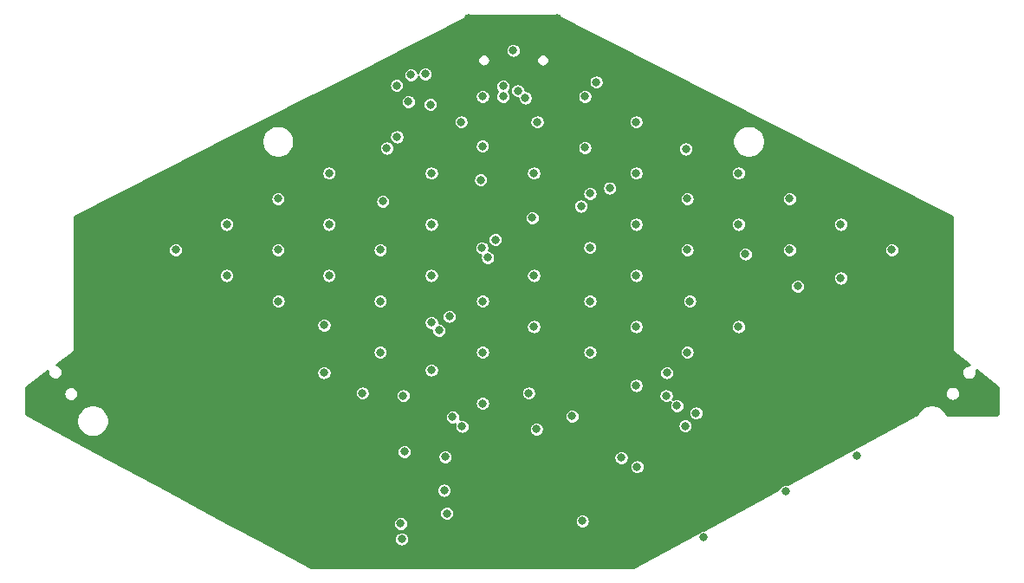
<source format=gbr>
G04 #@! TF.GenerationSoftware,KiCad,Pcbnew,5.1.5+dfsg1-2build2*
G04 #@! TF.CreationDate,2021-06-21T20:14:41+02:00*
G04 #@! TF.ProjectId,chip,63686970-2e6b-4696-9361-645f70636258,rev?*
G04 #@! TF.SameCoordinates,Original*
G04 #@! TF.FileFunction,Copper,L2,Inr*
G04 #@! TF.FilePolarity,Positive*
%FSLAX46Y46*%
G04 Gerber Fmt 4.6, Leading zero omitted, Abs format (unit mm)*
G04 Created by KiCad (PCBNEW 5.1.5+dfsg1-2build2) date 2021-06-21 20:14:41*
%MOMM*%
%LPD*%
G04 APERTURE LIST*
%ADD10O,0.900000X1.700000*%
%ADD11O,0.900000X2.000000*%
%ADD12C,0.800000*%
%ADD13C,0.254000*%
G04 APERTURE END LIST*
D10*
X165680000Y-64760000D03*
X174320000Y-64760000D03*
D11*
X165680000Y-68930000D03*
X174320000Y-68930000D03*
D12*
X159250000Y-101250000D03*
X151500000Y-99000000D03*
X169200000Y-77000000D03*
X169200000Y-77000000D03*
X162750000Y-75350000D03*
X162750000Y-74350000D03*
X161900000Y-77850000D03*
X159900000Y-82400000D03*
X153500000Y-75050000D03*
X174900000Y-75500000D03*
X195150000Y-88750000D03*
X159100000Y-116500000D03*
X181050000Y-116500000D03*
X182450000Y-110700000D03*
X133000000Y-86000000D03*
X138000000Y-88500000D03*
X143000000Y-91000000D03*
X148000000Y-93750000D03*
X158000000Y-98500000D03*
X163100002Y-101250000D03*
X173000000Y-101000000D03*
X158000000Y-93500000D03*
X153000000Y-91000000D03*
X148000000Y-88500000D03*
X143000000Y-86000000D03*
X138000000Y-83250000D03*
X143000000Y-80750000D03*
X148000000Y-83500000D03*
X153000000Y-86000000D03*
X158000000Y-88500000D03*
X168000000Y-93500000D03*
X173000000Y-96000000D03*
X178000000Y-98750000D03*
X183000000Y-96000000D03*
X178038775Y-93550639D03*
X173000000Y-91000000D03*
X163000000Y-86000000D03*
X158000000Y-83750000D03*
X152750000Y-81250000D03*
X158000025Y-78500821D03*
X158000000Y-73250000D03*
X167750000Y-74500000D03*
X163000000Y-70000000D03*
X178000000Y-73500000D03*
X183000000Y-76000000D03*
X178000000Y-78500000D03*
X183000000Y-81000000D03*
X173000000Y-81500000D03*
X163000000Y-83000000D03*
X173000000Y-86000000D03*
X188000000Y-93500000D03*
X183000000Y-91000000D03*
X187750000Y-88500000D03*
X188000000Y-78500000D03*
X193000000Y-81000000D03*
X198000000Y-83500000D03*
X203000000Y-86000000D03*
X198000000Y-88500000D03*
X188000000Y-83500000D03*
X168250000Y-67500000D03*
X173000000Y-71000000D03*
X168748106Y-88600000D03*
X162909878Y-90776902D03*
X129250000Y-97500000D03*
X134000000Y-97250000D03*
X152959569Y-94524990D03*
X174500000Y-109000000D03*
X168750000Y-97250000D03*
X178000000Y-88725010D03*
X183000000Y-86000000D03*
X178225010Y-83574234D03*
X167987340Y-103487340D03*
X168000000Y-79000000D03*
X193036454Y-85751022D03*
X171900000Y-73600000D03*
X162763496Y-96312607D03*
X217000000Y-102800000D03*
X167000000Y-84000000D03*
X148325010Y-78700000D03*
X177100000Y-70100000D03*
X149000000Y-109300000D03*
X164900000Y-74500000D03*
X158626347Y-75950011D03*
X155250000Y-101000000D03*
X164075001Y-103325001D03*
X163750000Y-93500000D03*
X162746895Y-94862595D03*
X159000000Y-113750000D03*
X176750000Y-113500000D03*
X137000000Y-87000001D03*
X142000000Y-89500000D03*
X147030338Y-91999990D03*
X157000000Y-97000000D03*
X162000000Y-98750000D03*
X167000000Y-102000000D03*
X167000000Y-97000000D03*
X175750000Y-103250000D03*
X157000000Y-92000000D03*
X152000000Y-89500000D03*
X147000000Y-87000000D03*
X142000000Y-84500000D03*
X147000000Y-82000000D03*
X152000000Y-84500000D03*
X157000000Y-87000000D03*
X162000000Y-89500000D03*
X167000000Y-92000000D03*
X172000000Y-94500000D03*
X177500000Y-97000000D03*
X182000000Y-100250000D03*
X187000000Y-97000000D03*
X182000000Y-94500000D03*
X177500000Y-92000000D03*
X172000000Y-89500000D03*
X162000000Y-84500000D03*
X157250000Y-82250000D03*
X152000000Y-79500000D03*
X162000000Y-79500000D03*
X157629182Y-77051168D03*
X166987340Y-76864638D03*
X167000000Y-72000000D03*
X177000000Y-72000000D03*
X182000000Y-74500000D03*
X177000000Y-77000000D03*
X182000000Y-79500000D03*
X187000000Y-82000000D03*
X172000000Y-79500000D03*
X166816847Y-80165170D03*
X182000000Y-89500000D03*
X192000000Y-94500000D03*
X187250000Y-92000000D03*
X187000000Y-87000000D03*
X192000000Y-79500000D03*
X197000000Y-82000000D03*
X202000000Y-84500000D03*
X207000000Y-87000000D03*
X202000000Y-89750000D03*
X197000000Y-87000000D03*
X192000000Y-84500000D03*
X170000000Y-67500000D03*
X166933769Y-86801305D03*
X151509562Y-94347908D03*
X171500000Y-101000000D03*
X186862340Y-77137660D03*
X159755026Y-72505026D03*
X158599770Y-70925549D03*
X182000000Y-84500000D03*
X177487340Y-86774990D03*
X171861695Y-83862999D03*
X176626141Y-82724462D03*
X172262660Y-104512660D03*
X192684989Y-87400000D03*
X197793429Y-90541421D03*
X172338569Y-74498711D03*
X162000010Y-94100000D03*
X161900000Y-72800000D03*
X160000000Y-69900000D03*
X161400000Y-69800000D03*
X178100000Y-70600000D03*
X182100000Y-108200000D03*
X186800000Y-104200000D03*
X187850000Y-102950000D03*
X180554902Y-107306828D03*
X186000000Y-102225000D03*
X163350000Y-107225010D03*
X184950000Y-101250000D03*
X159350000Y-106725010D03*
X159100000Y-115250000D03*
X185000000Y-99000000D03*
X169000000Y-71000000D03*
X170445974Y-71448485D03*
X169000000Y-72000000D03*
X171169705Y-72138583D03*
X168250000Y-86000000D03*
X167500000Y-87750000D03*
X203600000Y-107100000D03*
X196600002Y-110600000D03*
X188600000Y-115100000D03*
X163500000Y-112750000D03*
X177500000Y-81500000D03*
X163250000Y-110500000D03*
X179432327Y-80959066D03*
X165000000Y-104250000D03*
D13*
G36*
X212898001Y-83716306D02*
G01*
X212898000Y-96719984D01*
X212897214Y-96724558D01*
X212898000Y-96754575D01*
X212898000Y-96767291D01*
X212898454Y-96771896D01*
X212899029Y-96793871D01*
X212901842Y-96806304D01*
X212903093Y-96819003D01*
X212909481Y-96840061D01*
X212914332Y-96861499D01*
X212919517Y-96873145D01*
X212923221Y-96885355D01*
X212933590Y-96904754D01*
X212942534Y-96924843D01*
X212949895Y-96935259D01*
X212955907Y-96946506D01*
X212969859Y-96963506D01*
X212982552Y-96981467D01*
X212991802Y-96990245D01*
X212999894Y-97000105D01*
X213016899Y-97014061D01*
X213020244Y-97017235D01*
X213030242Y-97025012D01*
X213053493Y-97044093D01*
X213057594Y-97046285D01*
X214603409Y-98248586D01*
X214478757Y-98248586D01*
X214338302Y-98276524D01*
X214205996Y-98331327D01*
X214086924Y-98410888D01*
X213985662Y-98512150D01*
X213906101Y-98631222D01*
X213851298Y-98763528D01*
X213823360Y-98903983D01*
X213823360Y-99047189D01*
X213851298Y-99187644D01*
X213906101Y-99319950D01*
X213985662Y-99439022D01*
X214086924Y-99540284D01*
X214205996Y-99619845D01*
X214338302Y-99674648D01*
X214478757Y-99702586D01*
X214621963Y-99702586D01*
X214762418Y-99674648D01*
X214894724Y-99619845D01*
X215013796Y-99540284D01*
X215115058Y-99439022D01*
X215194619Y-99319950D01*
X215249422Y-99187644D01*
X215277360Y-99047189D01*
X215277360Y-98903983D01*
X215249422Y-98763528D01*
X215241791Y-98745106D01*
X217398001Y-100422158D01*
X217398000Y-103040394D01*
X217241642Y-103125130D01*
X212380798Y-103154064D01*
X212297519Y-102953011D01*
X212124936Y-102694721D01*
X211905279Y-102475064D01*
X211646989Y-102302481D01*
X211359994Y-102183604D01*
X211055321Y-102123000D01*
X210744679Y-102123000D01*
X210440006Y-102183604D01*
X210153011Y-102302481D01*
X209894721Y-102475064D01*
X209675064Y-102694721D01*
X209502481Y-102953011D01*
X209411882Y-103171736D01*
X209199244Y-103173002D01*
X209174483Y-103175590D01*
X209150702Y-103182959D01*
X209139328Y-103188430D01*
X196799951Y-109898529D01*
X196671605Y-109873000D01*
X196528399Y-109873000D01*
X196387944Y-109900938D01*
X196255638Y-109955741D01*
X196136566Y-110035302D01*
X196035304Y-110136564D01*
X195955743Y-110255636D01*
X195901226Y-110387252D01*
X188571730Y-114373000D01*
X188528397Y-114373000D01*
X188387942Y-114400938D01*
X188255636Y-114455741D01*
X188136564Y-114535302D01*
X188035302Y-114636564D01*
X188005765Y-114680769D01*
X181767703Y-118073000D01*
X150270888Y-118073000D01*
X144895198Y-115178397D01*
X158373000Y-115178397D01*
X158373000Y-115321603D01*
X158400938Y-115462058D01*
X158455741Y-115594364D01*
X158535302Y-115713436D01*
X158636564Y-115814698D01*
X158755636Y-115894259D01*
X158887942Y-115949062D01*
X159028397Y-115977000D01*
X159171603Y-115977000D01*
X159312058Y-115949062D01*
X159444364Y-115894259D01*
X159563436Y-115814698D01*
X159664698Y-115713436D01*
X159744259Y-115594364D01*
X159799062Y-115462058D01*
X159827000Y-115321603D01*
X159827000Y-115178397D01*
X159799062Y-115037942D01*
X159744259Y-114905636D01*
X159664698Y-114786564D01*
X159563436Y-114685302D01*
X159444364Y-114605741D01*
X159312058Y-114550938D01*
X159171603Y-114523000D01*
X159028397Y-114523000D01*
X158887942Y-114550938D01*
X158755636Y-114605741D01*
X158636564Y-114685302D01*
X158535302Y-114786564D01*
X158455741Y-114905636D01*
X158400938Y-115037942D01*
X158373000Y-115178397D01*
X144895198Y-115178397D01*
X142109483Y-113678397D01*
X158273000Y-113678397D01*
X158273000Y-113821603D01*
X158300938Y-113962058D01*
X158355741Y-114094364D01*
X158435302Y-114213436D01*
X158536564Y-114314698D01*
X158655636Y-114394259D01*
X158787942Y-114449062D01*
X158928397Y-114477000D01*
X159071603Y-114477000D01*
X159212058Y-114449062D01*
X159344364Y-114394259D01*
X159463436Y-114314698D01*
X159564698Y-114213436D01*
X159644259Y-114094364D01*
X159699062Y-113962058D01*
X159727000Y-113821603D01*
X159727000Y-113678397D01*
X159699062Y-113537942D01*
X159644259Y-113405636D01*
X159564698Y-113286564D01*
X159463436Y-113185302D01*
X159344364Y-113105741D01*
X159212058Y-113050938D01*
X159071603Y-113023000D01*
X158928397Y-113023000D01*
X158787942Y-113050938D01*
X158655636Y-113105741D01*
X158536564Y-113185302D01*
X158435302Y-113286564D01*
X158355741Y-113405636D01*
X158300938Y-113537942D01*
X158273000Y-113678397D01*
X142109483Y-113678397D01*
X140252341Y-112678397D01*
X162773000Y-112678397D01*
X162773000Y-112821603D01*
X162800938Y-112962058D01*
X162855741Y-113094364D01*
X162935302Y-113213436D01*
X163036564Y-113314698D01*
X163155636Y-113394259D01*
X163287942Y-113449062D01*
X163428397Y-113477000D01*
X163571603Y-113477000D01*
X163712058Y-113449062D01*
X163761947Y-113428397D01*
X176023000Y-113428397D01*
X176023000Y-113571603D01*
X176050938Y-113712058D01*
X176105741Y-113844364D01*
X176185302Y-113963436D01*
X176286564Y-114064698D01*
X176405636Y-114144259D01*
X176537942Y-114199062D01*
X176678397Y-114227000D01*
X176821603Y-114227000D01*
X176962058Y-114199062D01*
X177094364Y-114144259D01*
X177213436Y-114064698D01*
X177314698Y-113963436D01*
X177394259Y-113844364D01*
X177449062Y-113712058D01*
X177477000Y-113571603D01*
X177477000Y-113428397D01*
X177449062Y-113287942D01*
X177394259Y-113155636D01*
X177314698Y-113036564D01*
X177213436Y-112935302D01*
X177094364Y-112855741D01*
X176962058Y-112800938D01*
X176821603Y-112773000D01*
X176678397Y-112773000D01*
X176537942Y-112800938D01*
X176405636Y-112855741D01*
X176286564Y-112935302D01*
X176185302Y-113036564D01*
X176105741Y-113155636D01*
X176050938Y-113287942D01*
X176023000Y-113428397D01*
X163761947Y-113428397D01*
X163844364Y-113394259D01*
X163963436Y-113314698D01*
X164064698Y-113213436D01*
X164144259Y-113094364D01*
X164199062Y-112962058D01*
X164227000Y-112821603D01*
X164227000Y-112678397D01*
X164199062Y-112537942D01*
X164144259Y-112405636D01*
X164064698Y-112286564D01*
X163963436Y-112185302D01*
X163844364Y-112105741D01*
X163712058Y-112050938D01*
X163571603Y-112023000D01*
X163428397Y-112023000D01*
X163287942Y-112050938D01*
X163155636Y-112105741D01*
X163036564Y-112185302D01*
X162935302Y-112286564D01*
X162855741Y-112405636D01*
X162800938Y-112537942D01*
X162773000Y-112678397D01*
X140252341Y-112678397D01*
X136073769Y-110428397D01*
X162523000Y-110428397D01*
X162523000Y-110571603D01*
X162550938Y-110712058D01*
X162605741Y-110844364D01*
X162685302Y-110963436D01*
X162786564Y-111064698D01*
X162905636Y-111144259D01*
X163037942Y-111199062D01*
X163178397Y-111227000D01*
X163321603Y-111227000D01*
X163462058Y-111199062D01*
X163594364Y-111144259D01*
X163713436Y-111064698D01*
X163814698Y-110963436D01*
X163894259Y-110844364D01*
X163949062Y-110712058D01*
X163977000Y-110571603D01*
X163977000Y-110428397D01*
X163949062Y-110287942D01*
X163894259Y-110155636D01*
X163814698Y-110036564D01*
X163713436Y-109935302D01*
X163594364Y-109855741D01*
X163462058Y-109800938D01*
X163321603Y-109773000D01*
X163178397Y-109773000D01*
X163037942Y-109800938D01*
X162905636Y-109855741D01*
X162786564Y-109935302D01*
X162685302Y-110036564D01*
X162605741Y-110155636D01*
X162550938Y-110287942D01*
X162523000Y-110428397D01*
X136073769Y-110428397D01*
X131802341Y-108128397D01*
X181373000Y-108128397D01*
X181373000Y-108271603D01*
X181400938Y-108412058D01*
X181455741Y-108544364D01*
X181535302Y-108663436D01*
X181636564Y-108764698D01*
X181755636Y-108844259D01*
X181887942Y-108899062D01*
X182028397Y-108927000D01*
X182171603Y-108927000D01*
X182312058Y-108899062D01*
X182444364Y-108844259D01*
X182563436Y-108764698D01*
X182664698Y-108663436D01*
X182744259Y-108544364D01*
X182799062Y-108412058D01*
X182827000Y-108271603D01*
X182827000Y-108128397D01*
X182799062Y-107987942D01*
X182744259Y-107855636D01*
X182664698Y-107736564D01*
X182563436Y-107635302D01*
X182444364Y-107555741D01*
X182312058Y-107500938D01*
X182171603Y-107473000D01*
X182028397Y-107473000D01*
X181887942Y-107500938D01*
X181755636Y-107555741D01*
X181636564Y-107635302D01*
X181535302Y-107736564D01*
X181455741Y-107855636D01*
X181400938Y-107987942D01*
X181373000Y-108128397D01*
X131802341Y-108128397D01*
X129063073Y-106653407D01*
X158623000Y-106653407D01*
X158623000Y-106796613D01*
X158650938Y-106937068D01*
X158705741Y-107069374D01*
X158785302Y-107188446D01*
X158886564Y-107289708D01*
X159005636Y-107369269D01*
X159137942Y-107424072D01*
X159278397Y-107452010D01*
X159421603Y-107452010D01*
X159562058Y-107424072D01*
X159694364Y-107369269D01*
X159813436Y-107289708D01*
X159914698Y-107188446D01*
X159938110Y-107153407D01*
X162623000Y-107153407D01*
X162623000Y-107296613D01*
X162650938Y-107437068D01*
X162705741Y-107569374D01*
X162785302Y-107688446D01*
X162886564Y-107789708D01*
X163005636Y-107869269D01*
X163137942Y-107924072D01*
X163278397Y-107952010D01*
X163421603Y-107952010D01*
X163562058Y-107924072D01*
X163694364Y-107869269D01*
X163813436Y-107789708D01*
X163914698Y-107688446D01*
X163994259Y-107569374D01*
X164049062Y-107437068D01*
X164077000Y-107296613D01*
X164077000Y-107235225D01*
X179827902Y-107235225D01*
X179827902Y-107378431D01*
X179855840Y-107518886D01*
X179910643Y-107651192D01*
X179990204Y-107770264D01*
X180091466Y-107871526D01*
X180210538Y-107951087D01*
X180342844Y-108005890D01*
X180483299Y-108033828D01*
X180626505Y-108033828D01*
X180766960Y-108005890D01*
X180899266Y-107951087D01*
X181018338Y-107871526D01*
X181119600Y-107770264D01*
X181199161Y-107651192D01*
X181253964Y-107518886D01*
X181281902Y-107378431D01*
X181281902Y-107235225D01*
X181253964Y-107094770D01*
X181199161Y-106962464D01*
X181119600Y-106843392D01*
X181018338Y-106742130D01*
X180899266Y-106662569D01*
X180766960Y-106607766D01*
X180626505Y-106579828D01*
X180483299Y-106579828D01*
X180342844Y-106607766D01*
X180210538Y-106662569D01*
X180091466Y-106742130D01*
X179990204Y-106843392D01*
X179910643Y-106962464D01*
X179855840Y-107094770D01*
X179827902Y-107235225D01*
X164077000Y-107235225D01*
X164077000Y-107153407D01*
X164049062Y-107012952D01*
X163994259Y-106880646D01*
X163914698Y-106761574D01*
X163813436Y-106660312D01*
X163694364Y-106580751D01*
X163562058Y-106525948D01*
X163421603Y-106498010D01*
X163278397Y-106498010D01*
X163137942Y-106525948D01*
X163005636Y-106580751D01*
X162886564Y-106660312D01*
X162785302Y-106761574D01*
X162705741Y-106880646D01*
X162650938Y-107012952D01*
X162623000Y-107153407D01*
X159938110Y-107153407D01*
X159994259Y-107069374D01*
X160049062Y-106937068D01*
X160077000Y-106796613D01*
X160077000Y-106653407D01*
X160049062Y-106512952D01*
X159994259Y-106380646D01*
X159914698Y-106261574D01*
X159813436Y-106160312D01*
X159694364Y-106080751D01*
X159562058Y-106025948D01*
X159421603Y-105998010D01*
X159278397Y-105998010D01*
X159137942Y-106025948D01*
X159005636Y-106080751D01*
X158886564Y-106160312D01*
X158785302Y-106261574D01*
X158705741Y-106380646D01*
X158650938Y-106512952D01*
X158623000Y-106653407D01*
X129063073Y-106653407D01*
X123289720Y-103544679D01*
X127323000Y-103544679D01*
X127323000Y-103855321D01*
X127383604Y-104159994D01*
X127502481Y-104446989D01*
X127675064Y-104705279D01*
X127894721Y-104924936D01*
X128153011Y-105097519D01*
X128440006Y-105216396D01*
X128744679Y-105277000D01*
X129055321Y-105277000D01*
X129359994Y-105216396D01*
X129646989Y-105097519D01*
X129905279Y-104924936D01*
X130124936Y-104705279D01*
X130297519Y-104446989D01*
X130416396Y-104159994D01*
X130477000Y-103855321D01*
X130477000Y-103544679D01*
X130419060Y-103253398D01*
X163348001Y-103253398D01*
X163348001Y-103396604D01*
X163375939Y-103537059D01*
X163430742Y-103669365D01*
X163510303Y-103788437D01*
X163611565Y-103889699D01*
X163730637Y-103969260D01*
X163862943Y-104024063D01*
X164003398Y-104052001D01*
X164146604Y-104052001D01*
X164287059Y-104024063D01*
X164310752Y-104014249D01*
X164300938Y-104037942D01*
X164273000Y-104178397D01*
X164273000Y-104321603D01*
X164300938Y-104462058D01*
X164355741Y-104594364D01*
X164435302Y-104713436D01*
X164536564Y-104814698D01*
X164655636Y-104894259D01*
X164787942Y-104949062D01*
X164928397Y-104977000D01*
X165071603Y-104977000D01*
X165212058Y-104949062D01*
X165344364Y-104894259D01*
X165463436Y-104814698D01*
X165564698Y-104713436D01*
X165644259Y-104594364D01*
X165699062Y-104462058D01*
X165703239Y-104441057D01*
X171535660Y-104441057D01*
X171535660Y-104584263D01*
X171563598Y-104724718D01*
X171618401Y-104857024D01*
X171697962Y-104976096D01*
X171799224Y-105077358D01*
X171918296Y-105156919D01*
X172050602Y-105211722D01*
X172191057Y-105239660D01*
X172334263Y-105239660D01*
X172474718Y-105211722D01*
X172607024Y-105156919D01*
X172726096Y-105077358D01*
X172827358Y-104976096D01*
X172906919Y-104857024D01*
X172961722Y-104724718D01*
X172989660Y-104584263D01*
X172989660Y-104441057D01*
X172961722Y-104300602D01*
X172906919Y-104168296D01*
X172880260Y-104128397D01*
X186073000Y-104128397D01*
X186073000Y-104271603D01*
X186100938Y-104412058D01*
X186155741Y-104544364D01*
X186235302Y-104663436D01*
X186336564Y-104764698D01*
X186455636Y-104844259D01*
X186587942Y-104899062D01*
X186728397Y-104927000D01*
X186871603Y-104927000D01*
X187012058Y-104899062D01*
X187144364Y-104844259D01*
X187263436Y-104764698D01*
X187364698Y-104663436D01*
X187444259Y-104544364D01*
X187499062Y-104412058D01*
X187527000Y-104271603D01*
X187527000Y-104128397D01*
X187499062Y-103987942D01*
X187444259Y-103855636D01*
X187364698Y-103736564D01*
X187263436Y-103635302D01*
X187144364Y-103555741D01*
X187012058Y-103500938D01*
X186871603Y-103473000D01*
X186728397Y-103473000D01*
X186587942Y-103500938D01*
X186455636Y-103555741D01*
X186336564Y-103635302D01*
X186235302Y-103736564D01*
X186155741Y-103855636D01*
X186100938Y-103987942D01*
X186073000Y-104128397D01*
X172880260Y-104128397D01*
X172827358Y-104049224D01*
X172726096Y-103947962D01*
X172607024Y-103868401D01*
X172474718Y-103813598D01*
X172334263Y-103785660D01*
X172191057Y-103785660D01*
X172050602Y-103813598D01*
X171918296Y-103868401D01*
X171799224Y-103947962D01*
X171697962Y-104049224D01*
X171618401Y-104168296D01*
X171563598Y-104300602D01*
X171535660Y-104441057D01*
X165703239Y-104441057D01*
X165727000Y-104321603D01*
X165727000Y-104178397D01*
X165699062Y-104037942D01*
X165644259Y-103905636D01*
X165564698Y-103786564D01*
X165463436Y-103685302D01*
X165344364Y-103605741D01*
X165212058Y-103550938D01*
X165071603Y-103523000D01*
X164928397Y-103523000D01*
X164787942Y-103550938D01*
X164764249Y-103560752D01*
X164774063Y-103537059D01*
X164802001Y-103396604D01*
X164802001Y-103253398D01*
X164787083Y-103178397D01*
X175023000Y-103178397D01*
X175023000Y-103321603D01*
X175050938Y-103462058D01*
X175105741Y-103594364D01*
X175185302Y-103713436D01*
X175286564Y-103814698D01*
X175405636Y-103894259D01*
X175537942Y-103949062D01*
X175678397Y-103977000D01*
X175821603Y-103977000D01*
X175962058Y-103949062D01*
X176094364Y-103894259D01*
X176213436Y-103814698D01*
X176314698Y-103713436D01*
X176394259Y-103594364D01*
X176449062Y-103462058D01*
X176477000Y-103321603D01*
X176477000Y-103178397D01*
X176449062Y-103037942D01*
X176394259Y-102905636D01*
X176314698Y-102786564D01*
X176213436Y-102685302D01*
X176094364Y-102605741D01*
X175962058Y-102550938D01*
X175821603Y-102523000D01*
X175678397Y-102523000D01*
X175537942Y-102550938D01*
X175405636Y-102605741D01*
X175286564Y-102685302D01*
X175185302Y-102786564D01*
X175105741Y-102905636D01*
X175050938Y-103037942D01*
X175023000Y-103178397D01*
X164787083Y-103178397D01*
X164774063Y-103112943D01*
X164719260Y-102980637D01*
X164639699Y-102861565D01*
X164538437Y-102760303D01*
X164419365Y-102680742D01*
X164287059Y-102625939D01*
X164146604Y-102598001D01*
X164003398Y-102598001D01*
X163862943Y-102625939D01*
X163730637Y-102680742D01*
X163611565Y-102760303D01*
X163510303Y-102861565D01*
X163430742Y-102980637D01*
X163375939Y-103112943D01*
X163348001Y-103253398D01*
X130419060Y-103253398D01*
X130416396Y-103240006D01*
X130297519Y-102953011D01*
X130124936Y-102694721D01*
X129905279Y-102475064D01*
X129646989Y-102302481D01*
X129359994Y-102183604D01*
X129055321Y-102123000D01*
X128744679Y-102123000D01*
X128440006Y-102183604D01*
X128153011Y-102302481D01*
X127894721Y-102475064D01*
X127675064Y-102694721D01*
X127502481Y-102953011D01*
X127383604Y-103240006D01*
X127323000Y-103544679D01*
X123289720Y-103544679D01*
X122352000Y-103039753D01*
X122352000Y-100980119D01*
X126037121Y-100980119D01*
X126037121Y-101123325D01*
X126065059Y-101263780D01*
X126119862Y-101396086D01*
X126199423Y-101515158D01*
X126300685Y-101616420D01*
X126419757Y-101695981D01*
X126552063Y-101750784D01*
X126692518Y-101778722D01*
X126835724Y-101778722D01*
X126976179Y-101750784D01*
X127108485Y-101695981D01*
X127227557Y-101616420D01*
X127328819Y-101515158D01*
X127408380Y-101396086D01*
X127463183Y-101263780D01*
X127491121Y-101123325D01*
X127491121Y-100980119D01*
X127480833Y-100928397D01*
X154523000Y-100928397D01*
X154523000Y-101071603D01*
X154550938Y-101212058D01*
X154605741Y-101344364D01*
X154685302Y-101463436D01*
X154786564Y-101564698D01*
X154905636Y-101644259D01*
X155037942Y-101699062D01*
X155178397Y-101727000D01*
X155321603Y-101727000D01*
X155462058Y-101699062D01*
X155594364Y-101644259D01*
X155713436Y-101564698D01*
X155814698Y-101463436D01*
X155894259Y-101344364D01*
X155949062Y-101212058D01*
X155955757Y-101178397D01*
X158523000Y-101178397D01*
X158523000Y-101321603D01*
X158550938Y-101462058D01*
X158605741Y-101594364D01*
X158685302Y-101713436D01*
X158786564Y-101814698D01*
X158905636Y-101894259D01*
X159037942Y-101949062D01*
X159178397Y-101977000D01*
X159321603Y-101977000D01*
X159462058Y-101949062D01*
X159511947Y-101928397D01*
X166273000Y-101928397D01*
X166273000Y-102071603D01*
X166300938Y-102212058D01*
X166355741Y-102344364D01*
X166435302Y-102463436D01*
X166536564Y-102564698D01*
X166655636Y-102644259D01*
X166787942Y-102699062D01*
X166928397Y-102727000D01*
X167071603Y-102727000D01*
X167212058Y-102699062D01*
X167344364Y-102644259D01*
X167463436Y-102564698D01*
X167564698Y-102463436D01*
X167644259Y-102344364D01*
X167699062Y-102212058D01*
X167727000Y-102071603D01*
X167727000Y-101928397D01*
X167699062Y-101787942D01*
X167644259Y-101655636D01*
X167564698Y-101536564D01*
X167463436Y-101435302D01*
X167344364Y-101355741D01*
X167212058Y-101300938D01*
X167071603Y-101273000D01*
X166928397Y-101273000D01*
X166787942Y-101300938D01*
X166655636Y-101355741D01*
X166536564Y-101435302D01*
X166435302Y-101536564D01*
X166355741Y-101655636D01*
X166300938Y-101787942D01*
X166273000Y-101928397D01*
X159511947Y-101928397D01*
X159594364Y-101894259D01*
X159713436Y-101814698D01*
X159814698Y-101713436D01*
X159894259Y-101594364D01*
X159949062Y-101462058D01*
X159977000Y-101321603D01*
X159977000Y-101178397D01*
X159949062Y-101037942D01*
X159903687Y-100928397D01*
X170773000Y-100928397D01*
X170773000Y-101071603D01*
X170800938Y-101212058D01*
X170855741Y-101344364D01*
X170935302Y-101463436D01*
X171036564Y-101564698D01*
X171155636Y-101644259D01*
X171287942Y-101699062D01*
X171428397Y-101727000D01*
X171571603Y-101727000D01*
X171712058Y-101699062D01*
X171844364Y-101644259D01*
X171963436Y-101564698D01*
X172064698Y-101463436D01*
X172144259Y-101344364D01*
X172199062Y-101212058D01*
X172205757Y-101178397D01*
X184223000Y-101178397D01*
X184223000Y-101321603D01*
X184250938Y-101462058D01*
X184305741Y-101594364D01*
X184385302Y-101713436D01*
X184486564Y-101814698D01*
X184605636Y-101894259D01*
X184737942Y-101949062D01*
X184878397Y-101977000D01*
X185021603Y-101977000D01*
X185162058Y-101949062D01*
X185294364Y-101894259D01*
X185388800Y-101831159D01*
X185355741Y-101880636D01*
X185300938Y-102012942D01*
X185273000Y-102153397D01*
X185273000Y-102296603D01*
X185300938Y-102437058D01*
X185355741Y-102569364D01*
X185435302Y-102688436D01*
X185536564Y-102789698D01*
X185655636Y-102869259D01*
X185787942Y-102924062D01*
X185928397Y-102952000D01*
X186071603Y-102952000D01*
X186212058Y-102924062D01*
X186322302Y-102878397D01*
X187123000Y-102878397D01*
X187123000Y-103021603D01*
X187150938Y-103162058D01*
X187205741Y-103294364D01*
X187285302Y-103413436D01*
X187386564Y-103514698D01*
X187505636Y-103594259D01*
X187637942Y-103649062D01*
X187778397Y-103677000D01*
X187921603Y-103677000D01*
X188062058Y-103649062D01*
X188194364Y-103594259D01*
X188313436Y-103514698D01*
X188414698Y-103413436D01*
X188494259Y-103294364D01*
X188549062Y-103162058D01*
X188577000Y-103021603D01*
X188577000Y-102878397D01*
X188549062Y-102737942D01*
X188494259Y-102605636D01*
X188414698Y-102486564D01*
X188313436Y-102385302D01*
X188194364Y-102305741D01*
X188062058Y-102250938D01*
X187921603Y-102223000D01*
X187778397Y-102223000D01*
X187637942Y-102250938D01*
X187505636Y-102305741D01*
X187386564Y-102385302D01*
X187285302Y-102486564D01*
X187205741Y-102605636D01*
X187150938Y-102737942D01*
X187123000Y-102878397D01*
X186322302Y-102878397D01*
X186344364Y-102869259D01*
X186463436Y-102789698D01*
X186564698Y-102688436D01*
X186644259Y-102569364D01*
X186699062Y-102437058D01*
X186727000Y-102296603D01*
X186727000Y-102153397D01*
X186699062Y-102012942D01*
X186644259Y-101880636D01*
X186564698Y-101761564D01*
X186463436Y-101660302D01*
X186344364Y-101580741D01*
X186212058Y-101525938D01*
X186071603Y-101498000D01*
X185928397Y-101498000D01*
X185787942Y-101525938D01*
X185655636Y-101580741D01*
X185561200Y-101643841D01*
X185594259Y-101594364D01*
X185649062Y-101462058D01*
X185677000Y-101321603D01*
X185677000Y-101178397D01*
X185649062Y-101037942D01*
X185613800Y-100952811D01*
X212222640Y-100952811D01*
X212222640Y-101096017D01*
X212250578Y-101236472D01*
X212305381Y-101368778D01*
X212384942Y-101487850D01*
X212486204Y-101589112D01*
X212605276Y-101668673D01*
X212737582Y-101723476D01*
X212878037Y-101751414D01*
X213021243Y-101751414D01*
X213161698Y-101723476D01*
X213294004Y-101668673D01*
X213413076Y-101589112D01*
X213514338Y-101487850D01*
X213593899Y-101368778D01*
X213648702Y-101236472D01*
X213676640Y-101096017D01*
X213676640Y-100952811D01*
X213648702Y-100812356D01*
X213593899Y-100680050D01*
X213514338Y-100560978D01*
X213413076Y-100459716D01*
X213294004Y-100380155D01*
X213161698Y-100325352D01*
X213021243Y-100297414D01*
X212878037Y-100297414D01*
X212737582Y-100325352D01*
X212605276Y-100380155D01*
X212486204Y-100459716D01*
X212384942Y-100560978D01*
X212305381Y-100680050D01*
X212250578Y-100812356D01*
X212222640Y-100952811D01*
X185613800Y-100952811D01*
X185594259Y-100905636D01*
X185514698Y-100786564D01*
X185413436Y-100685302D01*
X185294364Y-100605741D01*
X185162058Y-100550938D01*
X185021603Y-100523000D01*
X184878397Y-100523000D01*
X184737942Y-100550938D01*
X184605636Y-100605741D01*
X184486564Y-100685302D01*
X184385302Y-100786564D01*
X184305741Y-100905636D01*
X184250938Y-101037942D01*
X184223000Y-101178397D01*
X172205757Y-101178397D01*
X172227000Y-101071603D01*
X172227000Y-100928397D01*
X172199062Y-100787942D01*
X172144259Y-100655636D01*
X172064698Y-100536564D01*
X171963436Y-100435302D01*
X171844364Y-100355741D01*
X171712058Y-100300938D01*
X171571603Y-100273000D01*
X171428397Y-100273000D01*
X171287942Y-100300938D01*
X171155636Y-100355741D01*
X171036564Y-100435302D01*
X170935302Y-100536564D01*
X170855741Y-100655636D01*
X170800938Y-100787942D01*
X170773000Y-100928397D01*
X159903687Y-100928397D01*
X159894259Y-100905636D01*
X159814698Y-100786564D01*
X159713436Y-100685302D01*
X159594364Y-100605741D01*
X159462058Y-100550938D01*
X159321603Y-100523000D01*
X159178397Y-100523000D01*
X159037942Y-100550938D01*
X158905636Y-100605741D01*
X158786564Y-100685302D01*
X158685302Y-100786564D01*
X158605741Y-100905636D01*
X158550938Y-101037942D01*
X158523000Y-101178397D01*
X155955757Y-101178397D01*
X155977000Y-101071603D01*
X155977000Y-100928397D01*
X155949062Y-100787942D01*
X155894259Y-100655636D01*
X155814698Y-100536564D01*
X155713436Y-100435302D01*
X155594364Y-100355741D01*
X155462058Y-100300938D01*
X155321603Y-100273000D01*
X155178397Y-100273000D01*
X155037942Y-100300938D01*
X154905636Y-100355741D01*
X154786564Y-100435302D01*
X154685302Y-100536564D01*
X154605741Y-100655636D01*
X154550938Y-100787942D01*
X154523000Y-100928397D01*
X127480833Y-100928397D01*
X127463183Y-100839664D01*
X127408380Y-100707358D01*
X127328819Y-100588286D01*
X127227557Y-100487024D01*
X127108485Y-100407463D01*
X126976179Y-100352660D01*
X126835724Y-100324722D01*
X126692518Y-100324722D01*
X126552063Y-100352660D01*
X126419757Y-100407463D01*
X126300685Y-100487024D01*
X126199423Y-100588286D01*
X126119862Y-100707358D01*
X126065059Y-100839664D01*
X126037121Y-100980119D01*
X122352000Y-100980119D01*
X122352000Y-100427868D01*
X122690567Y-100178397D01*
X181273000Y-100178397D01*
X181273000Y-100321603D01*
X181300938Y-100462058D01*
X181355741Y-100594364D01*
X181435302Y-100713436D01*
X181536564Y-100814698D01*
X181655636Y-100894259D01*
X181787942Y-100949062D01*
X181928397Y-100977000D01*
X182071603Y-100977000D01*
X182212058Y-100949062D01*
X182344364Y-100894259D01*
X182463436Y-100814698D01*
X182564698Y-100713436D01*
X182644259Y-100594364D01*
X182699062Y-100462058D01*
X182727000Y-100321603D01*
X182727000Y-100178397D01*
X182699062Y-100037942D01*
X182644259Y-99905636D01*
X182564698Y-99786564D01*
X182463436Y-99685302D01*
X182344364Y-99605741D01*
X182212058Y-99550938D01*
X182071603Y-99523000D01*
X181928397Y-99523000D01*
X181787942Y-99550938D01*
X181655636Y-99605741D01*
X181536564Y-99685302D01*
X181435302Y-99786564D01*
X181355741Y-99905636D01*
X181300938Y-100037942D01*
X181273000Y-100178397D01*
X122690567Y-100178397D01*
X124517756Y-98832048D01*
X124508879Y-98876675D01*
X124508879Y-99019881D01*
X124536817Y-99160336D01*
X124591620Y-99292642D01*
X124671181Y-99411714D01*
X124772443Y-99512976D01*
X124891515Y-99592537D01*
X125023821Y-99647340D01*
X125164276Y-99675278D01*
X125307482Y-99675278D01*
X125447937Y-99647340D01*
X125580243Y-99592537D01*
X125699315Y-99512976D01*
X125800577Y-99411714D01*
X125880138Y-99292642D01*
X125934941Y-99160336D01*
X125962879Y-99019881D01*
X125962879Y-98928397D01*
X150773000Y-98928397D01*
X150773000Y-99071603D01*
X150800938Y-99212058D01*
X150855741Y-99344364D01*
X150935302Y-99463436D01*
X151036564Y-99564698D01*
X151155636Y-99644259D01*
X151287942Y-99699062D01*
X151428397Y-99727000D01*
X151571603Y-99727000D01*
X151712058Y-99699062D01*
X151844364Y-99644259D01*
X151963436Y-99564698D01*
X152064698Y-99463436D01*
X152144259Y-99344364D01*
X152199062Y-99212058D01*
X152227000Y-99071603D01*
X152227000Y-98928397D01*
X152199062Y-98787942D01*
X152153687Y-98678397D01*
X161273000Y-98678397D01*
X161273000Y-98821603D01*
X161300938Y-98962058D01*
X161355741Y-99094364D01*
X161435302Y-99213436D01*
X161536564Y-99314698D01*
X161655636Y-99394259D01*
X161787942Y-99449062D01*
X161928397Y-99477000D01*
X162071603Y-99477000D01*
X162212058Y-99449062D01*
X162344364Y-99394259D01*
X162463436Y-99314698D01*
X162564698Y-99213436D01*
X162644259Y-99094364D01*
X162699062Y-98962058D01*
X162705757Y-98928397D01*
X184273000Y-98928397D01*
X184273000Y-99071603D01*
X184300938Y-99212058D01*
X184355741Y-99344364D01*
X184435302Y-99463436D01*
X184536564Y-99564698D01*
X184655636Y-99644259D01*
X184787942Y-99699062D01*
X184928397Y-99727000D01*
X185071603Y-99727000D01*
X185212058Y-99699062D01*
X185344364Y-99644259D01*
X185463436Y-99564698D01*
X185564698Y-99463436D01*
X185644259Y-99344364D01*
X185699062Y-99212058D01*
X185727000Y-99071603D01*
X185727000Y-98928397D01*
X185699062Y-98787942D01*
X185644259Y-98655636D01*
X185564698Y-98536564D01*
X185463436Y-98435302D01*
X185344364Y-98355741D01*
X185212058Y-98300938D01*
X185071603Y-98273000D01*
X184928397Y-98273000D01*
X184787942Y-98300938D01*
X184655636Y-98355741D01*
X184536564Y-98435302D01*
X184435302Y-98536564D01*
X184355741Y-98655636D01*
X184300938Y-98787942D01*
X184273000Y-98928397D01*
X162705757Y-98928397D01*
X162727000Y-98821603D01*
X162727000Y-98678397D01*
X162699062Y-98537942D01*
X162644259Y-98405636D01*
X162564698Y-98286564D01*
X162463436Y-98185302D01*
X162344364Y-98105741D01*
X162212058Y-98050938D01*
X162071603Y-98023000D01*
X161928397Y-98023000D01*
X161787942Y-98050938D01*
X161655636Y-98105741D01*
X161536564Y-98185302D01*
X161435302Y-98286564D01*
X161355741Y-98405636D01*
X161300938Y-98537942D01*
X161273000Y-98678397D01*
X152153687Y-98678397D01*
X152144259Y-98655636D01*
X152064698Y-98536564D01*
X151963436Y-98435302D01*
X151844364Y-98355741D01*
X151712058Y-98300938D01*
X151571603Y-98273000D01*
X151428397Y-98273000D01*
X151287942Y-98300938D01*
X151155636Y-98355741D01*
X151036564Y-98435302D01*
X150935302Y-98536564D01*
X150855741Y-98655636D01*
X150800938Y-98787942D01*
X150773000Y-98928397D01*
X125962879Y-98928397D01*
X125962879Y-98876675D01*
X125934941Y-98736220D01*
X125880138Y-98603914D01*
X125800577Y-98484842D01*
X125699315Y-98383580D01*
X125580243Y-98304019D01*
X125447937Y-98249216D01*
X125338331Y-98227414D01*
X126938347Y-97048455D01*
X126946507Y-97044093D01*
X126966203Y-97027930D01*
X126972727Y-97023122D01*
X126979563Y-97016965D01*
X127000106Y-97000106D01*
X127005277Y-96993805D01*
X127011337Y-96988347D01*
X127027241Y-96967042D01*
X127044093Y-96946507D01*
X127047935Y-96939319D01*
X127052814Y-96932783D01*
X127054904Y-96928397D01*
X156273000Y-96928397D01*
X156273000Y-97071603D01*
X156300938Y-97212058D01*
X156355741Y-97344364D01*
X156435302Y-97463436D01*
X156536564Y-97564698D01*
X156655636Y-97644259D01*
X156787942Y-97699062D01*
X156928397Y-97727000D01*
X157071603Y-97727000D01*
X157212058Y-97699062D01*
X157344364Y-97644259D01*
X157463436Y-97564698D01*
X157564698Y-97463436D01*
X157644259Y-97344364D01*
X157699062Y-97212058D01*
X157727000Y-97071603D01*
X157727000Y-96928397D01*
X166273000Y-96928397D01*
X166273000Y-97071603D01*
X166300938Y-97212058D01*
X166355741Y-97344364D01*
X166435302Y-97463436D01*
X166536564Y-97564698D01*
X166655636Y-97644259D01*
X166787942Y-97699062D01*
X166928397Y-97727000D01*
X167071603Y-97727000D01*
X167212058Y-97699062D01*
X167344364Y-97644259D01*
X167463436Y-97564698D01*
X167564698Y-97463436D01*
X167644259Y-97344364D01*
X167699062Y-97212058D01*
X167727000Y-97071603D01*
X167727000Y-96928397D01*
X176773000Y-96928397D01*
X176773000Y-97071603D01*
X176800938Y-97212058D01*
X176855741Y-97344364D01*
X176935302Y-97463436D01*
X177036564Y-97564698D01*
X177155636Y-97644259D01*
X177287942Y-97699062D01*
X177428397Y-97727000D01*
X177571603Y-97727000D01*
X177712058Y-97699062D01*
X177844364Y-97644259D01*
X177963436Y-97564698D01*
X178064698Y-97463436D01*
X178144259Y-97344364D01*
X178199062Y-97212058D01*
X178227000Y-97071603D01*
X178227000Y-96928397D01*
X186273000Y-96928397D01*
X186273000Y-97071603D01*
X186300938Y-97212058D01*
X186355741Y-97344364D01*
X186435302Y-97463436D01*
X186536564Y-97564698D01*
X186655636Y-97644259D01*
X186787942Y-97699062D01*
X186928397Y-97727000D01*
X187071603Y-97727000D01*
X187212058Y-97699062D01*
X187344364Y-97644259D01*
X187463436Y-97564698D01*
X187564698Y-97463436D01*
X187644259Y-97344364D01*
X187699062Y-97212058D01*
X187727000Y-97071603D01*
X187727000Y-96928397D01*
X187699062Y-96787942D01*
X187644259Y-96655636D01*
X187564698Y-96536564D01*
X187463436Y-96435302D01*
X187344364Y-96355741D01*
X187212058Y-96300938D01*
X187071603Y-96273000D01*
X186928397Y-96273000D01*
X186787942Y-96300938D01*
X186655636Y-96355741D01*
X186536564Y-96435302D01*
X186435302Y-96536564D01*
X186355741Y-96655636D01*
X186300938Y-96787942D01*
X186273000Y-96928397D01*
X178227000Y-96928397D01*
X178199062Y-96787942D01*
X178144259Y-96655636D01*
X178064698Y-96536564D01*
X177963436Y-96435302D01*
X177844364Y-96355741D01*
X177712058Y-96300938D01*
X177571603Y-96273000D01*
X177428397Y-96273000D01*
X177287942Y-96300938D01*
X177155636Y-96355741D01*
X177036564Y-96435302D01*
X176935302Y-96536564D01*
X176855741Y-96655636D01*
X176800938Y-96787942D01*
X176773000Y-96928397D01*
X167727000Y-96928397D01*
X167699062Y-96787942D01*
X167644259Y-96655636D01*
X167564698Y-96536564D01*
X167463436Y-96435302D01*
X167344364Y-96355741D01*
X167212058Y-96300938D01*
X167071603Y-96273000D01*
X166928397Y-96273000D01*
X166787942Y-96300938D01*
X166655636Y-96355741D01*
X166536564Y-96435302D01*
X166435302Y-96536564D01*
X166355741Y-96655636D01*
X166300938Y-96787942D01*
X166273000Y-96928397D01*
X157727000Y-96928397D01*
X157699062Y-96787942D01*
X157644259Y-96655636D01*
X157564698Y-96536564D01*
X157463436Y-96435302D01*
X157344364Y-96355741D01*
X157212058Y-96300938D01*
X157071603Y-96273000D01*
X156928397Y-96273000D01*
X156787942Y-96300938D01*
X156655636Y-96355741D01*
X156536564Y-96435302D01*
X156435302Y-96536564D01*
X156355741Y-96655636D01*
X156300938Y-96787942D01*
X156273000Y-96928397D01*
X127054904Y-96928397D01*
X127064250Y-96908795D01*
X127076779Y-96885356D01*
X127079147Y-96877550D01*
X127082654Y-96870194D01*
X127089189Y-96844445D01*
X127096907Y-96819004D01*
X127097706Y-96810890D01*
X127099712Y-96802987D01*
X127101098Y-96776447D01*
X127102000Y-96767292D01*
X127102000Y-96759186D01*
X127103329Y-96733744D01*
X127102000Y-96724589D01*
X127102000Y-94276305D01*
X150782562Y-94276305D01*
X150782562Y-94419511D01*
X150810500Y-94559966D01*
X150865303Y-94692272D01*
X150944864Y-94811344D01*
X151046126Y-94912606D01*
X151165198Y-94992167D01*
X151297504Y-95046970D01*
X151437959Y-95074908D01*
X151581165Y-95074908D01*
X151721620Y-95046970D01*
X151853926Y-94992167D01*
X151972998Y-94912606D01*
X152074260Y-94811344D01*
X152153821Y-94692272D01*
X152208624Y-94559966D01*
X152236562Y-94419511D01*
X152236562Y-94276305D01*
X152208624Y-94135850D01*
X152164116Y-94028397D01*
X161273010Y-94028397D01*
X161273010Y-94171603D01*
X161300948Y-94312058D01*
X161355751Y-94444364D01*
X161435312Y-94563436D01*
X161536574Y-94664698D01*
X161655646Y-94744259D01*
X161787952Y-94799062D01*
X161928407Y-94827000D01*
X162019895Y-94827000D01*
X162019895Y-94934198D01*
X162047833Y-95074653D01*
X162102636Y-95206959D01*
X162182197Y-95326031D01*
X162283459Y-95427293D01*
X162402531Y-95506854D01*
X162534837Y-95561657D01*
X162675292Y-95589595D01*
X162818498Y-95589595D01*
X162958953Y-95561657D01*
X163091259Y-95506854D01*
X163210331Y-95427293D01*
X163311593Y-95326031D01*
X163391154Y-95206959D01*
X163445957Y-95074653D01*
X163473895Y-94934198D01*
X163473895Y-94790992D01*
X163445957Y-94650537D01*
X163391154Y-94518231D01*
X163331130Y-94428397D01*
X171273000Y-94428397D01*
X171273000Y-94571603D01*
X171300938Y-94712058D01*
X171355741Y-94844364D01*
X171435302Y-94963436D01*
X171536564Y-95064698D01*
X171655636Y-95144259D01*
X171787942Y-95199062D01*
X171928397Y-95227000D01*
X172071603Y-95227000D01*
X172212058Y-95199062D01*
X172344364Y-95144259D01*
X172463436Y-95064698D01*
X172564698Y-94963436D01*
X172644259Y-94844364D01*
X172699062Y-94712058D01*
X172727000Y-94571603D01*
X172727000Y-94428397D01*
X181273000Y-94428397D01*
X181273000Y-94571603D01*
X181300938Y-94712058D01*
X181355741Y-94844364D01*
X181435302Y-94963436D01*
X181536564Y-95064698D01*
X181655636Y-95144259D01*
X181787942Y-95199062D01*
X181928397Y-95227000D01*
X182071603Y-95227000D01*
X182212058Y-95199062D01*
X182344364Y-95144259D01*
X182463436Y-95064698D01*
X182564698Y-94963436D01*
X182644259Y-94844364D01*
X182699062Y-94712058D01*
X182727000Y-94571603D01*
X182727000Y-94428397D01*
X191273000Y-94428397D01*
X191273000Y-94571603D01*
X191300938Y-94712058D01*
X191355741Y-94844364D01*
X191435302Y-94963436D01*
X191536564Y-95064698D01*
X191655636Y-95144259D01*
X191787942Y-95199062D01*
X191928397Y-95227000D01*
X192071603Y-95227000D01*
X192212058Y-95199062D01*
X192344364Y-95144259D01*
X192463436Y-95064698D01*
X192564698Y-94963436D01*
X192644259Y-94844364D01*
X192699062Y-94712058D01*
X192727000Y-94571603D01*
X192727000Y-94428397D01*
X192699062Y-94287942D01*
X192644259Y-94155636D01*
X192564698Y-94036564D01*
X192463436Y-93935302D01*
X192344364Y-93855741D01*
X192212058Y-93800938D01*
X192071603Y-93773000D01*
X191928397Y-93773000D01*
X191787942Y-93800938D01*
X191655636Y-93855741D01*
X191536564Y-93935302D01*
X191435302Y-94036564D01*
X191355741Y-94155636D01*
X191300938Y-94287942D01*
X191273000Y-94428397D01*
X182727000Y-94428397D01*
X182699062Y-94287942D01*
X182644259Y-94155636D01*
X182564698Y-94036564D01*
X182463436Y-93935302D01*
X182344364Y-93855741D01*
X182212058Y-93800938D01*
X182071603Y-93773000D01*
X181928397Y-93773000D01*
X181787942Y-93800938D01*
X181655636Y-93855741D01*
X181536564Y-93935302D01*
X181435302Y-94036564D01*
X181355741Y-94155636D01*
X181300938Y-94287942D01*
X181273000Y-94428397D01*
X172727000Y-94428397D01*
X172699062Y-94287942D01*
X172644259Y-94155636D01*
X172564698Y-94036564D01*
X172463436Y-93935302D01*
X172344364Y-93855741D01*
X172212058Y-93800938D01*
X172071603Y-93773000D01*
X171928397Y-93773000D01*
X171787942Y-93800938D01*
X171655636Y-93855741D01*
X171536564Y-93935302D01*
X171435302Y-94036564D01*
X171355741Y-94155636D01*
X171300938Y-94287942D01*
X171273000Y-94428397D01*
X163331130Y-94428397D01*
X163311593Y-94399159D01*
X163210331Y-94297897D01*
X163091259Y-94218336D01*
X162958953Y-94163533D01*
X162818498Y-94135595D01*
X162727010Y-94135595D01*
X162727010Y-94028397D01*
X162699072Y-93887942D01*
X162644269Y-93755636D01*
X162564708Y-93636564D01*
X162463446Y-93535302D01*
X162344374Y-93455741D01*
X162278360Y-93428397D01*
X163023000Y-93428397D01*
X163023000Y-93571603D01*
X163050938Y-93712058D01*
X163105741Y-93844364D01*
X163185302Y-93963436D01*
X163286564Y-94064698D01*
X163405636Y-94144259D01*
X163537942Y-94199062D01*
X163678397Y-94227000D01*
X163821603Y-94227000D01*
X163962058Y-94199062D01*
X164094364Y-94144259D01*
X164213436Y-94064698D01*
X164314698Y-93963436D01*
X164394259Y-93844364D01*
X164449062Y-93712058D01*
X164477000Y-93571603D01*
X164477000Y-93428397D01*
X164449062Y-93287942D01*
X164394259Y-93155636D01*
X164314698Y-93036564D01*
X164213436Y-92935302D01*
X164094364Y-92855741D01*
X163962058Y-92800938D01*
X163821603Y-92773000D01*
X163678397Y-92773000D01*
X163537942Y-92800938D01*
X163405636Y-92855741D01*
X163286564Y-92935302D01*
X163185302Y-93036564D01*
X163105741Y-93155636D01*
X163050938Y-93287942D01*
X163023000Y-93428397D01*
X162278360Y-93428397D01*
X162212068Y-93400938D01*
X162071613Y-93373000D01*
X161928407Y-93373000D01*
X161787952Y-93400938D01*
X161655646Y-93455741D01*
X161536574Y-93535302D01*
X161435312Y-93636564D01*
X161355751Y-93755636D01*
X161300948Y-93887942D01*
X161273010Y-94028397D01*
X152164116Y-94028397D01*
X152153821Y-94003544D01*
X152074260Y-93884472D01*
X151972998Y-93783210D01*
X151853926Y-93703649D01*
X151721620Y-93648846D01*
X151581165Y-93620908D01*
X151437959Y-93620908D01*
X151297504Y-93648846D01*
X151165198Y-93703649D01*
X151046126Y-93783210D01*
X150944864Y-93884472D01*
X150865303Y-94003544D01*
X150810500Y-94135850D01*
X150782562Y-94276305D01*
X127102000Y-94276305D01*
X127102000Y-91928387D01*
X146303338Y-91928387D01*
X146303338Y-92071593D01*
X146331276Y-92212048D01*
X146386079Y-92344354D01*
X146465640Y-92463426D01*
X146566902Y-92564688D01*
X146685974Y-92644249D01*
X146818280Y-92699052D01*
X146958735Y-92726990D01*
X147101941Y-92726990D01*
X147242396Y-92699052D01*
X147374702Y-92644249D01*
X147493774Y-92564688D01*
X147595036Y-92463426D01*
X147674597Y-92344354D01*
X147729400Y-92212048D01*
X147757338Y-92071593D01*
X147757338Y-91928397D01*
X156273000Y-91928397D01*
X156273000Y-92071603D01*
X156300938Y-92212058D01*
X156355741Y-92344364D01*
X156435302Y-92463436D01*
X156536564Y-92564698D01*
X156655636Y-92644259D01*
X156787942Y-92699062D01*
X156928397Y-92727000D01*
X157071603Y-92727000D01*
X157212058Y-92699062D01*
X157344364Y-92644259D01*
X157463436Y-92564698D01*
X157564698Y-92463436D01*
X157644259Y-92344364D01*
X157699062Y-92212058D01*
X157727000Y-92071603D01*
X157727000Y-91928397D01*
X166273000Y-91928397D01*
X166273000Y-92071603D01*
X166300938Y-92212058D01*
X166355741Y-92344364D01*
X166435302Y-92463436D01*
X166536564Y-92564698D01*
X166655636Y-92644259D01*
X166787942Y-92699062D01*
X166928397Y-92727000D01*
X167071603Y-92727000D01*
X167212058Y-92699062D01*
X167344364Y-92644259D01*
X167463436Y-92564698D01*
X167564698Y-92463436D01*
X167644259Y-92344364D01*
X167699062Y-92212058D01*
X167727000Y-92071603D01*
X167727000Y-91928397D01*
X176773000Y-91928397D01*
X176773000Y-92071603D01*
X176800938Y-92212058D01*
X176855741Y-92344364D01*
X176935302Y-92463436D01*
X177036564Y-92564698D01*
X177155636Y-92644259D01*
X177287942Y-92699062D01*
X177428397Y-92727000D01*
X177571603Y-92727000D01*
X177712058Y-92699062D01*
X177844364Y-92644259D01*
X177963436Y-92564698D01*
X178064698Y-92463436D01*
X178144259Y-92344364D01*
X178199062Y-92212058D01*
X178227000Y-92071603D01*
X178227000Y-91928397D01*
X186523000Y-91928397D01*
X186523000Y-92071603D01*
X186550938Y-92212058D01*
X186605741Y-92344364D01*
X186685302Y-92463436D01*
X186786564Y-92564698D01*
X186905636Y-92644259D01*
X187037942Y-92699062D01*
X187178397Y-92727000D01*
X187321603Y-92727000D01*
X187462058Y-92699062D01*
X187594364Y-92644259D01*
X187713436Y-92564698D01*
X187814698Y-92463436D01*
X187894259Y-92344364D01*
X187949062Y-92212058D01*
X187977000Y-92071603D01*
X187977000Y-91928397D01*
X187949062Y-91787942D01*
X187894259Y-91655636D01*
X187814698Y-91536564D01*
X187713436Y-91435302D01*
X187594364Y-91355741D01*
X187462058Y-91300938D01*
X187321603Y-91273000D01*
X187178397Y-91273000D01*
X187037942Y-91300938D01*
X186905636Y-91355741D01*
X186786564Y-91435302D01*
X186685302Y-91536564D01*
X186605741Y-91655636D01*
X186550938Y-91787942D01*
X186523000Y-91928397D01*
X178227000Y-91928397D01*
X178199062Y-91787942D01*
X178144259Y-91655636D01*
X178064698Y-91536564D01*
X177963436Y-91435302D01*
X177844364Y-91355741D01*
X177712058Y-91300938D01*
X177571603Y-91273000D01*
X177428397Y-91273000D01*
X177287942Y-91300938D01*
X177155636Y-91355741D01*
X177036564Y-91435302D01*
X176935302Y-91536564D01*
X176855741Y-91655636D01*
X176800938Y-91787942D01*
X176773000Y-91928397D01*
X167727000Y-91928397D01*
X167699062Y-91787942D01*
X167644259Y-91655636D01*
X167564698Y-91536564D01*
X167463436Y-91435302D01*
X167344364Y-91355741D01*
X167212058Y-91300938D01*
X167071603Y-91273000D01*
X166928397Y-91273000D01*
X166787942Y-91300938D01*
X166655636Y-91355741D01*
X166536564Y-91435302D01*
X166435302Y-91536564D01*
X166355741Y-91655636D01*
X166300938Y-91787942D01*
X166273000Y-91928397D01*
X157727000Y-91928397D01*
X157699062Y-91787942D01*
X157644259Y-91655636D01*
X157564698Y-91536564D01*
X157463436Y-91435302D01*
X157344364Y-91355741D01*
X157212058Y-91300938D01*
X157071603Y-91273000D01*
X156928397Y-91273000D01*
X156787942Y-91300938D01*
X156655636Y-91355741D01*
X156536564Y-91435302D01*
X156435302Y-91536564D01*
X156355741Y-91655636D01*
X156300938Y-91787942D01*
X156273000Y-91928397D01*
X147757338Y-91928397D01*
X147757338Y-91928387D01*
X147729400Y-91787932D01*
X147674597Y-91655626D01*
X147595036Y-91536554D01*
X147493774Y-91435292D01*
X147374702Y-91355731D01*
X147242396Y-91300928D01*
X147101941Y-91272990D01*
X146958735Y-91272990D01*
X146818280Y-91300928D01*
X146685974Y-91355731D01*
X146566902Y-91435292D01*
X146465640Y-91536554D01*
X146386079Y-91655626D01*
X146331276Y-91787932D01*
X146303338Y-91928387D01*
X127102000Y-91928387D01*
X127102000Y-90469818D01*
X197066429Y-90469818D01*
X197066429Y-90613024D01*
X197094367Y-90753479D01*
X197149170Y-90885785D01*
X197228731Y-91004857D01*
X197329993Y-91106119D01*
X197449065Y-91185680D01*
X197581371Y-91240483D01*
X197721826Y-91268421D01*
X197865032Y-91268421D01*
X198005487Y-91240483D01*
X198137793Y-91185680D01*
X198256865Y-91106119D01*
X198358127Y-91004857D01*
X198437688Y-90885785D01*
X198492491Y-90753479D01*
X198520429Y-90613024D01*
X198520429Y-90469818D01*
X198492491Y-90329363D01*
X198437688Y-90197057D01*
X198358127Y-90077985D01*
X198256865Y-89976723D01*
X198137793Y-89897162D01*
X198005487Y-89842359D01*
X197865032Y-89814421D01*
X197721826Y-89814421D01*
X197581371Y-89842359D01*
X197449065Y-89897162D01*
X197329993Y-89976723D01*
X197228731Y-90077985D01*
X197149170Y-90197057D01*
X197094367Y-90329363D01*
X197066429Y-90469818D01*
X127102000Y-90469818D01*
X127102000Y-89428397D01*
X141273000Y-89428397D01*
X141273000Y-89571603D01*
X141300938Y-89712058D01*
X141355741Y-89844364D01*
X141435302Y-89963436D01*
X141536564Y-90064698D01*
X141655636Y-90144259D01*
X141787942Y-90199062D01*
X141928397Y-90227000D01*
X142071603Y-90227000D01*
X142212058Y-90199062D01*
X142344364Y-90144259D01*
X142463436Y-90064698D01*
X142564698Y-89963436D01*
X142644259Y-89844364D01*
X142699062Y-89712058D01*
X142727000Y-89571603D01*
X142727000Y-89428397D01*
X151273000Y-89428397D01*
X151273000Y-89571603D01*
X151300938Y-89712058D01*
X151355741Y-89844364D01*
X151435302Y-89963436D01*
X151536564Y-90064698D01*
X151655636Y-90144259D01*
X151787942Y-90199062D01*
X151928397Y-90227000D01*
X152071603Y-90227000D01*
X152212058Y-90199062D01*
X152344364Y-90144259D01*
X152463436Y-90064698D01*
X152564698Y-89963436D01*
X152644259Y-89844364D01*
X152699062Y-89712058D01*
X152727000Y-89571603D01*
X152727000Y-89428397D01*
X161273000Y-89428397D01*
X161273000Y-89571603D01*
X161300938Y-89712058D01*
X161355741Y-89844364D01*
X161435302Y-89963436D01*
X161536564Y-90064698D01*
X161655636Y-90144259D01*
X161787942Y-90199062D01*
X161928397Y-90227000D01*
X162071603Y-90227000D01*
X162212058Y-90199062D01*
X162344364Y-90144259D01*
X162463436Y-90064698D01*
X162564698Y-89963436D01*
X162644259Y-89844364D01*
X162699062Y-89712058D01*
X162727000Y-89571603D01*
X162727000Y-89428397D01*
X171273000Y-89428397D01*
X171273000Y-89571603D01*
X171300938Y-89712058D01*
X171355741Y-89844364D01*
X171435302Y-89963436D01*
X171536564Y-90064698D01*
X171655636Y-90144259D01*
X171787942Y-90199062D01*
X171928397Y-90227000D01*
X172071603Y-90227000D01*
X172212058Y-90199062D01*
X172344364Y-90144259D01*
X172463436Y-90064698D01*
X172564698Y-89963436D01*
X172644259Y-89844364D01*
X172699062Y-89712058D01*
X172727000Y-89571603D01*
X172727000Y-89428397D01*
X181273000Y-89428397D01*
X181273000Y-89571603D01*
X181300938Y-89712058D01*
X181355741Y-89844364D01*
X181435302Y-89963436D01*
X181536564Y-90064698D01*
X181655636Y-90144259D01*
X181787942Y-90199062D01*
X181928397Y-90227000D01*
X182071603Y-90227000D01*
X182212058Y-90199062D01*
X182344364Y-90144259D01*
X182463436Y-90064698D01*
X182564698Y-89963436D01*
X182644259Y-89844364D01*
X182699062Y-89712058D01*
X182705757Y-89678397D01*
X201273000Y-89678397D01*
X201273000Y-89821603D01*
X201300938Y-89962058D01*
X201355741Y-90094364D01*
X201435302Y-90213436D01*
X201536564Y-90314698D01*
X201655636Y-90394259D01*
X201787942Y-90449062D01*
X201928397Y-90477000D01*
X202071603Y-90477000D01*
X202212058Y-90449062D01*
X202344364Y-90394259D01*
X202463436Y-90314698D01*
X202564698Y-90213436D01*
X202644259Y-90094364D01*
X202699062Y-89962058D01*
X202727000Y-89821603D01*
X202727000Y-89678397D01*
X202699062Y-89537942D01*
X202644259Y-89405636D01*
X202564698Y-89286564D01*
X202463436Y-89185302D01*
X202344364Y-89105741D01*
X202212058Y-89050938D01*
X202071603Y-89023000D01*
X201928397Y-89023000D01*
X201787942Y-89050938D01*
X201655636Y-89105741D01*
X201536564Y-89185302D01*
X201435302Y-89286564D01*
X201355741Y-89405636D01*
X201300938Y-89537942D01*
X201273000Y-89678397D01*
X182705757Y-89678397D01*
X182727000Y-89571603D01*
X182727000Y-89428397D01*
X182699062Y-89287942D01*
X182644259Y-89155636D01*
X182564698Y-89036564D01*
X182463436Y-88935302D01*
X182344364Y-88855741D01*
X182212058Y-88800938D01*
X182071603Y-88773000D01*
X181928397Y-88773000D01*
X181787942Y-88800938D01*
X181655636Y-88855741D01*
X181536564Y-88935302D01*
X181435302Y-89036564D01*
X181355741Y-89155636D01*
X181300938Y-89287942D01*
X181273000Y-89428397D01*
X172727000Y-89428397D01*
X172699062Y-89287942D01*
X172644259Y-89155636D01*
X172564698Y-89036564D01*
X172463436Y-88935302D01*
X172344364Y-88855741D01*
X172212058Y-88800938D01*
X172071603Y-88773000D01*
X171928397Y-88773000D01*
X171787942Y-88800938D01*
X171655636Y-88855741D01*
X171536564Y-88935302D01*
X171435302Y-89036564D01*
X171355741Y-89155636D01*
X171300938Y-89287942D01*
X171273000Y-89428397D01*
X162727000Y-89428397D01*
X162699062Y-89287942D01*
X162644259Y-89155636D01*
X162564698Y-89036564D01*
X162463436Y-88935302D01*
X162344364Y-88855741D01*
X162212058Y-88800938D01*
X162071603Y-88773000D01*
X161928397Y-88773000D01*
X161787942Y-88800938D01*
X161655636Y-88855741D01*
X161536564Y-88935302D01*
X161435302Y-89036564D01*
X161355741Y-89155636D01*
X161300938Y-89287942D01*
X161273000Y-89428397D01*
X152727000Y-89428397D01*
X152699062Y-89287942D01*
X152644259Y-89155636D01*
X152564698Y-89036564D01*
X152463436Y-88935302D01*
X152344364Y-88855741D01*
X152212058Y-88800938D01*
X152071603Y-88773000D01*
X151928397Y-88773000D01*
X151787942Y-88800938D01*
X151655636Y-88855741D01*
X151536564Y-88935302D01*
X151435302Y-89036564D01*
X151355741Y-89155636D01*
X151300938Y-89287942D01*
X151273000Y-89428397D01*
X142727000Y-89428397D01*
X142699062Y-89287942D01*
X142644259Y-89155636D01*
X142564698Y-89036564D01*
X142463436Y-88935302D01*
X142344364Y-88855741D01*
X142212058Y-88800938D01*
X142071603Y-88773000D01*
X141928397Y-88773000D01*
X141787942Y-88800938D01*
X141655636Y-88855741D01*
X141536564Y-88935302D01*
X141435302Y-89036564D01*
X141355741Y-89155636D01*
X141300938Y-89287942D01*
X141273000Y-89428397D01*
X127102000Y-89428397D01*
X127102000Y-86928398D01*
X136273000Y-86928398D01*
X136273000Y-87071604D01*
X136300938Y-87212059D01*
X136355741Y-87344365D01*
X136435302Y-87463437D01*
X136536564Y-87564699D01*
X136655636Y-87644260D01*
X136787942Y-87699063D01*
X136928397Y-87727001D01*
X137071603Y-87727001D01*
X137212058Y-87699063D01*
X137344364Y-87644260D01*
X137463436Y-87564699D01*
X137564698Y-87463437D01*
X137644259Y-87344365D01*
X137699062Y-87212059D01*
X137727000Y-87071604D01*
X137727000Y-86928398D01*
X137727000Y-86928397D01*
X146273000Y-86928397D01*
X146273000Y-87071603D01*
X146300938Y-87212058D01*
X146355741Y-87344364D01*
X146435302Y-87463436D01*
X146536564Y-87564698D01*
X146655636Y-87644259D01*
X146787942Y-87699062D01*
X146928397Y-87727000D01*
X147071603Y-87727000D01*
X147212058Y-87699062D01*
X147344364Y-87644259D01*
X147463436Y-87564698D01*
X147564698Y-87463436D01*
X147644259Y-87344364D01*
X147699062Y-87212058D01*
X147727000Y-87071603D01*
X147727000Y-86928397D01*
X156273000Y-86928397D01*
X156273000Y-87071603D01*
X156300938Y-87212058D01*
X156355741Y-87344364D01*
X156435302Y-87463436D01*
X156536564Y-87564698D01*
X156655636Y-87644259D01*
X156787942Y-87699062D01*
X156928397Y-87727000D01*
X157071603Y-87727000D01*
X157212058Y-87699062D01*
X157344364Y-87644259D01*
X157463436Y-87564698D01*
X157564698Y-87463436D01*
X157644259Y-87344364D01*
X157699062Y-87212058D01*
X157727000Y-87071603D01*
X157727000Y-86928397D01*
X157699062Y-86787942D01*
X157674939Y-86729702D01*
X166206769Y-86729702D01*
X166206769Y-86872908D01*
X166234707Y-87013363D01*
X166289510Y-87145669D01*
X166369071Y-87264741D01*
X166470333Y-87366003D01*
X166589405Y-87445564D01*
X166721711Y-87500367D01*
X166809287Y-87517787D01*
X166800938Y-87537942D01*
X166773000Y-87678397D01*
X166773000Y-87821603D01*
X166800938Y-87962058D01*
X166855741Y-88094364D01*
X166935302Y-88213436D01*
X167036564Y-88314698D01*
X167155636Y-88394259D01*
X167287942Y-88449062D01*
X167428397Y-88477000D01*
X167571603Y-88477000D01*
X167712058Y-88449062D01*
X167844364Y-88394259D01*
X167963436Y-88314698D01*
X168064698Y-88213436D01*
X168144259Y-88094364D01*
X168199062Y-87962058D01*
X168227000Y-87821603D01*
X168227000Y-87678397D01*
X168199062Y-87537942D01*
X168144259Y-87405636D01*
X168064698Y-87286564D01*
X167963436Y-87185302D01*
X167844364Y-87105741D01*
X167712058Y-87050938D01*
X167624482Y-87033518D01*
X167632831Y-87013363D01*
X167660769Y-86872908D01*
X167660769Y-86729702D01*
X167632831Y-86589247D01*
X167578028Y-86456941D01*
X167498467Y-86337869D01*
X167397205Y-86236607D01*
X167278133Y-86157046D01*
X167145827Y-86102243D01*
X167005372Y-86074305D01*
X166862166Y-86074305D01*
X166721711Y-86102243D01*
X166589405Y-86157046D01*
X166470333Y-86236607D01*
X166369071Y-86337869D01*
X166289510Y-86456941D01*
X166234707Y-86589247D01*
X166206769Y-86729702D01*
X157674939Y-86729702D01*
X157644259Y-86655636D01*
X157564698Y-86536564D01*
X157463436Y-86435302D01*
X157344364Y-86355741D01*
X157212058Y-86300938D01*
X157071603Y-86273000D01*
X156928397Y-86273000D01*
X156787942Y-86300938D01*
X156655636Y-86355741D01*
X156536564Y-86435302D01*
X156435302Y-86536564D01*
X156355741Y-86655636D01*
X156300938Y-86787942D01*
X156273000Y-86928397D01*
X147727000Y-86928397D01*
X147699062Y-86787942D01*
X147644259Y-86655636D01*
X147564698Y-86536564D01*
X147463436Y-86435302D01*
X147344364Y-86355741D01*
X147212058Y-86300938D01*
X147071603Y-86273000D01*
X146928397Y-86273000D01*
X146787942Y-86300938D01*
X146655636Y-86355741D01*
X146536564Y-86435302D01*
X146435302Y-86536564D01*
X146355741Y-86655636D01*
X146300938Y-86787942D01*
X146273000Y-86928397D01*
X137727000Y-86928397D01*
X137699062Y-86787943D01*
X137644259Y-86655637D01*
X137564698Y-86536565D01*
X137463436Y-86435303D01*
X137344364Y-86355742D01*
X137212058Y-86300939D01*
X137071603Y-86273001D01*
X136928397Y-86273001D01*
X136787942Y-86300939D01*
X136655636Y-86355742D01*
X136536564Y-86435303D01*
X136435302Y-86536565D01*
X136355741Y-86655637D01*
X136300938Y-86787943D01*
X136273000Y-86928398D01*
X127102000Y-86928398D01*
X127102000Y-85928397D01*
X167523000Y-85928397D01*
X167523000Y-86071603D01*
X167550938Y-86212058D01*
X167605741Y-86344364D01*
X167685302Y-86463436D01*
X167786564Y-86564698D01*
X167905636Y-86644259D01*
X168037942Y-86699062D01*
X168178397Y-86727000D01*
X168321603Y-86727000D01*
X168440314Y-86703387D01*
X176760340Y-86703387D01*
X176760340Y-86846593D01*
X176788278Y-86987048D01*
X176843081Y-87119354D01*
X176922642Y-87238426D01*
X177023904Y-87339688D01*
X177142976Y-87419249D01*
X177275282Y-87474052D01*
X177415737Y-87501990D01*
X177558943Y-87501990D01*
X177699398Y-87474052D01*
X177831704Y-87419249D01*
X177950776Y-87339688D01*
X178052038Y-87238426D01*
X178131599Y-87119354D01*
X178186402Y-86987048D01*
X178198068Y-86928397D01*
X186273000Y-86928397D01*
X186273000Y-87071603D01*
X186300938Y-87212058D01*
X186355741Y-87344364D01*
X186435302Y-87463436D01*
X186536564Y-87564698D01*
X186655636Y-87644259D01*
X186787942Y-87699062D01*
X186928397Y-87727000D01*
X187071603Y-87727000D01*
X187212058Y-87699062D01*
X187344364Y-87644259D01*
X187463436Y-87564698D01*
X187564698Y-87463436D01*
X187644259Y-87344364D01*
X187650872Y-87328397D01*
X191957989Y-87328397D01*
X191957989Y-87471603D01*
X191985927Y-87612058D01*
X192040730Y-87744364D01*
X192120291Y-87863436D01*
X192221553Y-87964698D01*
X192340625Y-88044259D01*
X192472931Y-88099062D01*
X192613386Y-88127000D01*
X192756592Y-88127000D01*
X192897047Y-88099062D01*
X193029353Y-88044259D01*
X193148425Y-87964698D01*
X193249687Y-87863436D01*
X193329248Y-87744364D01*
X193384051Y-87612058D01*
X193411989Y-87471603D01*
X193411989Y-87328397D01*
X193384051Y-87187942D01*
X193329248Y-87055636D01*
X193249687Y-86936564D01*
X193241520Y-86928397D01*
X196273000Y-86928397D01*
X196273000Y-87071603D01*
X196300938Y-87212058D01*
X196355741Y-87344364D01*
X196435302Y-87463436D01*
X196536564Y-87564698D01*
X196655636Y-87644259D01*
X196787942Y-87699062D01*
X196928397Y-87727000D01*
X197071603Y-87727000D01*
X197212058Y-87699062D01*
X197344364Y-87644259D01*
X197463436Y-87564698D01*
X197564698Y-87463436D01*
X197644259Y-87344364D01*
X197699062Y-87212058D01*
X197727000Y-87071603D01*
X197727000Y-86928397D01*
X206273000Y-86928397D01*
X206273000Y-87071603D01*
X206300938Y-87212058D01*
X206355741Y-87344364D01*
X206435302Y-87463436D01*
X206536564Y-87564698D01*
X206655636Y-87644259D01*
X206787942Y-87699062D01*
X206928397Y-87727000D01*
X207071603Y-87727000D01*
X207212058Y-87699062D01*
X207344364Y-87644259D01*
X207463436Y-87564698D01*
X207564698Y-87463436D01*
X207644259Y-87344364D01*
X207699062Y-87212058D01*
X207727000Y-87071603D01*
X207727000Y-86928397D01*
X207699062Y-86787942D01*
X207644259Y-86655636D01*
X207564698Y-86536564D01*
X207463436Y-86435302D01*
X207344364Y-86355741D01*
X207212058Y-86300938D01*
X207071603Y-86273000D01*
X206928397Y-86273000D01*
X206787942Y-86300938D01*
X206655636Y-86355741D01*
X206536564Y-86435302D01*
X206435302Y-86536564D01*
X206355741Y-86655636D01*
X206300938Y-86787942D01*
X206273000Y-86928397D01*
X197727000Y-86928397D01*
X197699062Y-86787942D01*
X197644259Y-86655636D01*
X197564698Y-86536564D01*
X197463436Y-86435302D01*
X197344364Y-86355741D01*
X197212058Y-86300938D01*
X197071603Y-86273000D01*
X196928397Y-86273000D01*
X196787942Y-86300938D01*
X196655636Y-86355741D01*
X196536564Y-86435302D01*
X196435302Y-86536564D01*
X196355741Y-86655636D01*
X196300938Y-86787942D01*
X196273000Y-86928397D01*
X193241520Y-86928397D01*
X193148425Y-86835302D01*
X193029353Y-86755741D01*
X192897047Y-86700938D01*
X192756592Y-86673000D01*
X192613386Y-86673000D01*
X192472931Y-86700938D01*
X192340625Y-86755741D01*
X192221553Y-86835302D01*
X192120291Y-86936564D01*
X192040730Y-87055636D01*
X191985927Y-87187942D01*
X191957989Y-87328397D01*
X187650872Y-87328397D01*
X187699062Y-87212058D01*
X187727000Y-87071603D01*
X187727000Y-86928397D01*
X187699062Y-86787942D01*
X187644259Y-86655636D01*
X187564698Y-86536564D01*
X187463436Y-86435302D01*
X187344364Y-86355741D01*
X187212058Y-86300938D01*
X187071603Y-86273000D01*
X186928397Y-86273000D01*
X186787942Y-86300938D01*
X186655636Y-86355741D01*
X186536564Y-86435302D01*
X186435302Y-86536564D01*
X186355741Y-86655636D01*
X186300938Y-86787942D01*
X186273000Y-86928397D01*
X178198068Y-86928397D01*
X178214340Y-86846593D01*
X178214340Y-86703387D01*
X178186402Y-86562932D01*
X178131599Y-86430626D01*
X178052038Y-86311554D01*
X177950776Y-86210292D01*
X177831704Y-86130731D01*
X177699398Y-86075928D01*
X177558943Y-86047990D01*
X177415737Y-86047990D01*
X177275282Y-86075928D01*
X177142976Y-86130731D01*
X177023904Y-86210292D01*
X176922642Y-86311554D01*
X176843081Y-86430626D01*
X176788278Y-86562932D01*
X176760340Y-86703387D01*
X168440314Y-86703387D01*
X168462058Y-86699062D01*
X168594364Y-86644259D01*
X168713436Y-86564698D01*
X168814698Y-86463436D01*
X168894259Y-86344364D01*
X168949062Y-86212058D01*
X168977000Y-86071603D01*
X168977000Y-85928397D01*
X168949062Y-85787942D01*
X168894259Y-85655636D01*
X168814698Y-85536564D01*
X168713436Y-85435302D01*
X168594364Y-85355741D01*
X168462058Y-85300938D01*
X168321603Y-85273000D01*
X168178397Y-85273000D01*
X168037942Y-85300938D01*
X167905636Y-85355741D01*
X167786564Y-85435302D01*
X167685302Y-85536564D01*
X167605741Y-85655636D01*
X167550938Y-85787942D01*
X167523000Y-85928397D01*
X127102000Y-85928397D01*
X127102000Y-84428397D01*
X141273000Y-84428397D01*
X141273000Y-84571603D01*
X141300938Y-84712058D01*
X141355741Y-84844364D01*
X141435302Y-84963436D01*
X141536564Y-85064698D01*
X141655636Y-85144259D01*
X141787942Y-85199062D01*
X141928397Y-85227000D01*
X142071603Y-85227000D01*
X142212058Y-85199062D01*
X142344364Y-85144259D01*
X142463436Y-85064698D01*
X142564698Y-84963436D01*
X142644259Y-84844364D01*
X142699062Y-84712058D01*
X142727000Y-84571603D01*
X142727000Y-84428397D01*
X151273000Y-84428397D01*
X151273000Y-84571603D01*
X151300938Y-84712058D01*
X151355741Y-84844364D01*
X151435302Y-84963436D01*
X151536564Y-85064698D01*
X151655636Y-85144259D01*
X151787942Y-85199062D01*
X151928397Y-85227000D01*
X152071603Y-85227000D01*
X152212058Y-85199062D01*
X152344364Y-85144259D01*
X152463436Y-85064698D01*
X152564698Y-84963436D01*
X152644259Y-84844364D01*
X152699062Y-84712058D01*
X152727000Y-84571603D01*
X152727000Y-84428397D01*
X161273000Y-84428397D01*
X161273000Y-84571603D01*
X161300938Y-84712058D01*
X161355741Y-84844364D01*
X161435302Y-84963436D01*
X161536564Y-85064698D01*
X161655636Y-85144259D01*
X161787942Y-85199062D01*
X161928397Y-85227000D01*
X162071603Y-85227000D01*
X162212058Y-85199062D01*
X162344364Y-85144259D01*
X162463436Y-85064698D01*
X162564698Y-84963436D01*
X162644259Y-84844364D01*
X162699062Y-84712058D01*
X162727000Y-84571603D01*
X162727000Y-84428397D01*
X162699062Y-84287942D01*
X162644259Y-84155636D01*
X162564698Y-84036564D01*
X162463436Y-83935302D01*
X162344364Y-83855741D01*
X162212058Y-83800938D01*
X162164087Y-83791396D01*
X171134695Y-83791396D01*
X171134695Y-83934602D01*
X171162633Y-84075057D01*
X171217436Y-84207363D01*
X171296997Y-84326435D01*
X171398259Y-84427697D01*
X171517331Y-84507258D01*
X171649637Y-84562061D01*
X171790092Y-84589999D01*
X171933298Y-84589999D01*
X172073753Y-84562061D01*
X172206059Y-84507258D01*
X172324083Y-84428397D01*
X181273000Y-84428397D01*
X181273000Y-84571603D01*
X181300938Y-84712058D01*
X181355741Y-84844364D01*
X181435302Y-84963436D01*
X181536564Y-85064698D01*
X181655636Y-85144259D01*
X181787942Y-85199062D01*
X181928397Y-85227000D01*
X182071603Y-85227000D01*
X182212058Y-85199062D01*
X182344364Y-85144259D01*
X182463436Y-85064698D01*
X182564698Y-84963436D01*
X182644259Y-84844364D01*
X182699062Y-84712058D01*
X182727000Y-84571603D01*
X182727000Y-84428397D01*
X191273000Y-84428397D01*
X191273000Y-84571603D01*
X191300938Y-84712058D01*
X191355741Y-84844364D01*
X191435302Y-84963436D01*
X191536564Y-85064698D01*
X191655636Y-85144259D01*
X191787942Y-85199062D01*
X191928397Y-85227000D01*
X192071603Y-85227000D01*
X192212058Y-85199062D01*
X192344364Y-85144259D01*
X192463436Y-85064698D01*
X192564698Y-84963436D01*
X192644259Y-84844364D01*
X192699062Y-84712058D01*
X192727000Y-84571603D01*
X192727000Y-84428397D01*
X201273000Y-84428397D01*
X201273000Y-84571603D01*
X201300938Y-84712058D01*
X201355741Y-84844364D01*
X201435302Y-84963436D01*
X201536564Y-85064698D01*
X201655636Y-85144259D01*
X201787942Y-85199062D01*
X201928397Y-85227000D01*
X202071603Y-85227000D01*
X202212058Y-85199062D01*
X202344364Y-85144259D01*
X202463436Y-85064698D01*
X202564698Y-84963436D01*
X202644259Y-84844364D01*
X202699062Y-84712058D01*
X202727000Y-84571603D01*
X202727000Y-84428397D01*
X202699062Y-84287942D01*
X202644259Y-84155636D01*
X202564698Y-84036564D01*
X202463436Y-83935302D01*
X202344364Y-83855741D01*
X202212058Y-83800938D01*
X202071603Y-83773000D01*
X201928397Y-83773000D01*
X201787942Y-83800938D01*
X201655636Y-83855741D01*
X201536564Y-83935302D01*
X201435302Y-84036564D01*
X201355741Y-84155636D01*
X201300938Y-84287942D01*
X201273000Y-84428397D01*
X192727000Y-84428397D01*
X192699062Y-84287942D01*
X192644259Y-84155636D01*
X192564698Y-84036564D01*
X192463436Y-83935302D01*
X192344364Y-83855741D01*
X192212058Y-83800938D01*
X192071603Y-83773000D01*
X191928397Y-83773000D01*
X191787942Y-83800938D01*
X191655636Y-83855741D01*
X191536564Y-83935302D01*
X191435302Y-84036564D01*
X191355741Y-84155636D01*
X191300938Y-84287942D01*
X191273000Y-84428397D01*
X182727000Y-84428397D01*
X182699062Y-84287942D01*
X182644259Y-84155636D01*
X182564698Y-84036564D01*
X182463436Y-83935302D01*
X182344364Y-83855741D01*
X182212058Y-83800938D01*
X182071603Y-83773000D01*
X181928397Y-83773000D01*
X181787942Y-83800938D01*
X181655636Y-83855741D01*
X181536564Y-83935302D01*
X181435302Y-84036564D01*
X181355741Y-84155636D01*
X181300938Y-84287942D01*
X181273000Y-84428397D01*
X172324083Y-84428397D01*
X172325131Y-84427697D01*
X172426393Y-84326435D01*
X172505954Y-84207363D01*
X172560757Y-84075057D01*
X172588695Y-83934602D01*
X172588695Y-83791396D01*
X172560757Y-83650941D01*
X172505954Y-83518635D01*
X172426393Y-83399563D01*
X172325131Y-83298301D01*
X172206059Y-83218740D01*
X172073753Y-83163937D01*
X171933298Y-83135999D01*
X171790092Y-83135999D01*
X171649637Y-83163937D01*
X171517331Y-83218740D01*
X171398259Y-83298301D01*
X171296997Y-83399563D01*
X171217436Y-83518635D01*
X171162633Y-83650941D01*
X171134695Y-83791396D01*
X162164087Y-83791396D01*
X162071603Y-83773000D01*
X161928397Y-83773000D01*
X161787942Y-83800938D01*
X161655636Y-83855741D01*
X161536564Y-83935302D01*
X161435302Y-84036564D01*
X161355741Y-84155636D01*
X161300938Y-84287942D01*
X161273000Y-84428397D01*
X152727000Y-84428397D01*
X152699062Y-84287942D01*
X152644259Y-84155636D01*
X152564698Y-84036564D01*
X152463436Y-83935302D01*
X152344364Y-83855741D01*
X152212058Y-83800938D01*
X152071603Y-83773000D01*
X151928397Y-83773000D01*
X151787942Y-83800938D01*
X151655636Y-83855741D01*
X151536564Y-83935302D01*
X151435302Y-84036564D01*
X151355741Y-84155636D01*
X151300938Y-84287942D01*
X151273000Y-84428397D01*
X142727000Y-84428397D01*
X142699062Y-84287942D01*
X142644259Y-84155636D01*
X142564698Y-84036564D01*
X142463436Y-83935302D01*
X142344364Y-83855741D01*
X142212058Y-83800938D01*
X142071603Y-83773000D01*
X141928397Y-83773000D01*
X141787942Y-83800938D01*
X141655636Y-83855741D01*
X141536564Y-83935302D01*
X141435302Y-84036564D01*
X141355741Y-84155636D01*
X141300938Y-84287942D01*
X141273000Y-84428397D01*
X127102000Y-84428397D01*
X127102000Y-83716305D01*
X130632552Y-81928397D01*
X146273000Y-81928397D01*
X146273000Y-82071603D01*
X146300938Y-82212058D01*
X146355741Y-82344364D01*
X146435302Y-82463436D01*
X146536564Y-82564698D01*
X146655636Y-82644259D01*
X146787942Y-82699062D01*
X146928397Y-82727000D01*
X147071603Y-82727000D01*
X147212058Y-82699062D01*
X147344364Y-82644259D01*
X147463436Y-82564698D01*
X147564698Y-82463436D01*
X147644259Y-82344364D01*
X147699062Y-82212058D01*
X147705757Y-82178397D01*
X156523000Y-82178397D01*
X156523000Y-82321603D01*
X156550938Y-82462058D01*
X156605741Y-82594364D01*
X156685302Y-82713436D01*
X156786564Y-82814698D01*
X156905636Y-82894259D01*
X157037942Y-82949062D01*
X157178397Y-82977000D01*
X157321603Y-82977000D01*
X157462058Y-82949062D01*
X157594364Y-82894259D01*
X157713436Y-82814698D01*
X157814698Y-82713436D01*
X157855174Y-82652859D01*
X175899141Y-82652859D01*
X175899141Y-82796065D01*
X175927079Y-82936520D01*
X175981882Y-83068826D01*
X176061443Y-83187898D01*
X176162705Y-83289160D01*
X176281777Y-83368721D01*
X176414083Y-83423524D01*
X176554538Y-83451462D01*
X176697744Y-83451462D01*
X176838199Y-83423524D01*
X176970505Y-83368721D01*
X177089577Y-83289160D01*
X177190839Y-83187898D01*
X177270400Y-83068826D01*
X177325203Y-82936520D01*
X177353141Y-82796065D01*
X177353141Y-82652859D01*
X177325203Y-82512404D01*
X177270400Y-82380098D01*
X177190839Y-82261026D01*
X177089577Y-82159764D01*
X176970505Y-82080203D01*
X176838199Y-82025400D01*
X176697744Y-81997462D01*
X176554538Y-81997462D01*
X176414083Y-82025400D01*
X176281777Y-82080203D01*
X176162705Y-82159764D01*
X176061443Y-82261026D01*
X175981882Y-82380098D01*
X175927079Y-82512404D01*
X175899141Y-82652859D01*
X157855174Y-82652859D01*
X157894259Y-82594364D01*
X157949062Y-82462058D01*
X157977000Y-82321603D01*
X157977000Y-82178397D01*
X157949062Y-82037942D01*
X157894259Y-81905636D01*
X157814698Y-81786564D01*
X157713436Y-81685302D01*
X157594364Y-81605741D01*
X157462058Y-81550938D01*
X157321603Y-81523000D01*
X157178397Y-81523000D01*
X157037942Y-81550938D01*
X156905636Y-81605741D01*
X156786564Y-81685302D01*
X156685302Y-81786564D01*
X156605741Y-81905636D01*
X156550938Y-82037942D01*
X156523000Y-82178397D01*
X147705757Y-82178397D01*
X147727000Y-82071603D01*
X147727000Y-81928397D01*
X147699062Y-81787942D01*
X147644259Y-81655636D01*
X147564698Y-81536564D01*
X147463436Y-81435302D01*
X147453102Y-81428397D01*
X176773000Y-81428397D01*
X176773000Y-81571603D01*
X176800938Y-81712058D01*
X176855741Y-81844364D01*
X176935302Y-81963436D01*
X177036564Y-82064698D01*
X177155636Y-82144259D01*
X177287942Y-82199062D01*
X177428397Y-82227000D01*
X177571603Y-82227000D01*
X177712058Y-82199062D01*
X177844364Y-82144259D01*
X177963436Y-82064698D01*
X178064698Y-81963436D01*
X178088110Y-81928397D01*
X186273000Y-81928397D01*
X186273000Y-82071603D01*
X186300938Y-82212058D01*
X186355741Y-82344364D01*
X186435302Y-82463436D01*
X186536564Y-82564698D01*
X186655636Y-82644259D01*
X186787942Y-82699062D01*
X186928397Y-82727000D01*
X187071603Y-82727000D01*
X187212058Y-82699062D01*
X187344364Y-82644259D01*
X187463436Y-82564698D01*
X187564698Y-82463436D01*
X187644259Y-82344364D01*
X187699062Y-82212058D01*
X187727000Y-82071603D01*
X187727000Y-81928397D01*
X196273000Y-81928397D01*
X196273000Y-82071603D01*
X196300938Y-82212058D01*
X196355741Y-82344364D01*
X196435302Y-82463436D01*
X196536564Y-82564698D01*
X196655636Y-82644259D01*
X196787942Y-82699062D01*
X196928397Y-82727000D01*
X197071603Y-82727000D01*
X197212058Y-82699062D01*
X197344364Y-82644259D01*
X197463436Y-82564698D01*
X197564698Y-82463436D01*
X197644259Y-82344364D01*
X197699062Y-82212058D01*
X197727000Y-82071603D01*
X197727000Y-81928397D01*
X197699062Y-81787942D01*
X197644259Y-81655636D01*
X197564698Y-81536564D01*
X197463436Y-81435302D01*
X197344364Y-81355741D01*
X197212058Y-81300938D01*
X197071603Y-81273000D01*
X196928397Y-81273000D01*
X196787942Y-81300938D01*
X196655636Y-81355741D01*
X196536564Y-81435302D01*
X196435302Y-81536564D01*
X196355741Y-81655636D01*
X196300938Y-81787942D01*
X196273000Y-81928397D01*
X187727000Y-81928397D01*
X187699062Y-81787942D01*
X187644259Y-81655636D01*
X187564698Y-81536564D01*
X187463436Y-81435302D01*
X187344364Y-81355741D01*
X187212058Y-81300938D01*
X187071603Y-81273000D01*
X186928397Y-81273000D01*
X186787942Y-81300938D01*
X186655636Y-81355741D01*
X186536564Y-81435302D01*
X186435302Y-81536564D01*
X186355741Y-81655636D01*
X186300938Y-81787942D01*
X186273000Y-81928397D01*
X178088110Y-81928397D01*
X178144259Y-81844364D01*
X178199062Y-81712058D01*
X178227000Y-81571603D01*
X178227000Y-81428397D01*
X178199062Y-81287942D01*
X178144259Y-81155636D01*
X178064698Y-81036564D01*
X177963436Y-80935302D01*
X177891840Y-80887463D01*
X178705327Y-80887463D01*
X178705327Y-81030669D01*
X178733265Y-81171124D01*
X178788068Y-81303430D01*
X178867629Y-81422502D01*
X178968891Y-81523764D01*
X179087963Y-81603325D01*
X179220269Y-81658128D01*
X179360724Y-81686066D01*
X179503930Y-81686066D01*
X179644385Y-81658128D01*
X179776691Y-81603325D01*
X179895763Y-81523764D01*
X179997025Y-81422502D01*
X180076586Y-81303430D01*
X180131389Y-81171124D01*
X180159327Y-81030669D01*
X180159327Y-80887463D01*
X180131389Y-80747008D01*
X180076586Y-80614702D01*
X179997025Y-80495630D01*
X179895763Y-80394368D01*
X179776691Y-80314807D01*
X179644385Y-80260004D01*
X179503930Y-80232066D01*
X179360724Y-80232066D01*
X179220269Y-80260004D01*
X179087963Y-80314807D01*
X178968891Y-80394368D01*
X178867629Y-80495630D01*
X178788068Y-80614702D01*
X178733265Y-80747008D01*
X178705327Y-80887463D01*
X177891840Y-80887463D01*
X177844364Y-80855741D01*
X177712058Y-80800938D01*
X177571603Y-80773000D01*
X177428397Y-80773000D01*
X177287942Y-80800938D01*
X177155636Y-80855741D01*
X177036564Y-80935302D01*
X176935302Y-81036564D01*
X176855741Y-81155636D01*
X176800938Y-81287942D01*
X176773000Y-81428397D01*
X147453102Y-81428397D01*
X147344364Y-81355741D01*
X147212058Y-81300938D01*
X147071603Y-81273000D01*
X146928397Y-81273000D01*
X146787942Y-81300938D01*
X146655636Y-81355741D01*
X146536564Y-81435302D01*
X146435302Y-81536564D01*
X146355741Y-81655636D01*
X146300938Y-81787942D01*
X146273000Y-81928397D01*
X130632552Y-81928397D01*
X135569261Y-79428397D01*
X151273000Y-79428397D01*
X151273000Y-79571603D01*
X151300938Y-79712058D01*
X151355741Y-79844364D01*
X151435302Y-79963436D01*
X151536564Y-80064698D01*
X151655636Y-80144259D01*
X151787942Y-80199062D01*
X151928397Y-80227000D01*
X152071603Y-80227000D01*
X152212058Y-80199062D01*
X152344364Y-80144259D01*
X152463436Y-80064698D01*
X152564698Y-79963436D01*
X152644259Y-79844364D01*
X152699062Y-79712058D01*
X152727000Y-79571603D01*
X152727000Y-79428397D01*
X161273000Y-79428397D01*
X161273000Y-79571603D01*
X161300938Y-79712058D01*
X161355741Y-79844364D01*
X161435302Y-79963436D01*
X161536564Y-80064698D01*
X161655636Y-80144259D01*
X161787942Y-80199062D01*
X161928397Y-80227000D01*
X162071603Y-80227000D01*
X162212058Y-80199062D01*
X162344364Y-80144259D01*
X162420230Y-80093567D01*
X166089847Y-80093567D01*
X166089847Y-80236773D01*
X166117785Y-80377228D01*
X166172588Y-80509534D01*
X166252149Y-80628606D01*
X166353411Y-80729868D01*
X166472483Y-80809429D01*
X166604789Y-80864232D01*
X166745244Y-80892170D01*
X166888450Y-80892170D01*
X167028905Y-80864232D01*
X167161211Y-80809429D01*
X167280283Y-80729868D01*
X167381545Y-80628606D01*
X167461106Y-80509534D01*
X167515909Y-80377228D01*
X167543847Y-80236773D01*
X167543847Y-80093567D01*
X167515909Y-79953112D01*
X167461106Y-79820806D01*
X167381545Y-79701734D01*
X167280283Y-79600472D01*
X167161211Y-79520911D01*
X167028905Y-79466108D01*
X166888450Y-79438170D01*
X166745244Y-79438170D01*
X166604789Y-79466108D01*
X166472483Y-79520911D01*
X166353411Y-79600472D01*
X166252149Y-79701734D01*
X166172588Y-79820806D01*
X166117785Y-79953112D01*
X166089847Y-80093567D01*
X162420230Y-80093567D01*
X162463436Y-80064698D01*
X162564698Y-79963436D01*
X162644259Y-79844364D01*
X162699062Y-79712058D01*
X162727000Y-79571603D01*
X162727000Y-79428397D01*
X171273000Y-79428397D01*
X171273000Y-79571603D01*
X171300938Y-79712058D01*
X171355741Y-79844364D01*
X171435302Y-79963436D01*
X171536564Y-80064698D01*
X171655636Y-80144259D01*
X171787942Y-80199062D01*
X171928397Y-80227000D01*
X172071603Y-80227000D01*
X172212058Y-80199062D01*
X172344364Y-80144259D01*
X172463436Y-80064698D01*
X172564698Y-79963436D01*
X172644259Y-79844364D01*
X172699062Y-79712058D01*
X172727000Y-79571603D01*
X172727000Y-79428397D01*
X181273000Y-79428397D01*
X181273000Y-79571603D01*
X181300938Y-79712058D01*
X181355741Y-79844364D01*
X181435302Y-79963436D01*
X181536564Y-80064698D01*
X181655636Y-80144259D01*
X181787942Y-80199062D01*
X181928397Y-80227000D01*
X182071603Y-80227000D01*
X182212058Y-80199062D01*
X182344364Y-80144259D01*
X182463436Y-80064698D01*
X182564698Y-79963436D01*
X182644259Y-79844364D01*
X182699062Y-79712058D01*
X182727000Y-79571603D01*
X182727000Y-79428397D01*
X191273000Y-79428397D01*
X191273000Y-79571603D01*
X191300938Y-79712058D01*
X191355741Y-79844364D01*
X191435302Y-79963436D01*
X191536564Y-80064698D01*
X191655636Y-80144259D01*
X191787942Y-80199062D01*
X191928397Y-80227000D01*
X192071603Y-80227000D01*
X192212058Y-80199062D01*
X192344364Y-80144259D01*
X192463436Y-80064698D01*
X192564698Y-79963436D01*
X192644259Y-79844364D01*
X192699062Y-79712058D01*
X192727000Y-79571603D01*
X192727000Y-79428397D01*
X192699062Y-79287942D01*
X192644259Y-79155636D01*
X192564698Y-79036564D01*
X192463436Y-78935302D01*
X192344364Y-78855741D01*
X192212058Y-78800938D01*
X192071603Y-78773000D01*
X191928397Y-78773000D01*
X191787942Y-78800938D01*
X191655636Y-78855741D01*
X191536564Y-78935302D01*
X191435302Y-79036564D01*
X191355741Y-79155636D01*
X191300938Y-79287942D01*
X191273000Y-79428397D01*
X182727000Y-79428397D01*
X182699062Y-79287942D01*
X182644259Y-79155636D01*
X182564698Y-79036564D01*
X182463436Y-78935302D01*
X182344364Y-78855741D01*
X182212058Y-78800938D01*
X182071603Y-78773000D01*
X181928397Y-78773000D01*
X181787942Y-78800938D01*
X181655636Y-78855741D01*
X181536564Y-78935302D01*
X181435302Y-79036564D01*
X181355741Y-79155636D01*
X181300938Y-79287942D01*
X181273000Y-79428397D01*
X172727000Y-79428397D01*
X172699062Y-79287942D01*
X172644259Y-79155636D01*
X172564698Y-79036564D01*
X172463436Y-78935302D01*
X172344364Y-78855741D01*
X172212058Y-78800938D01*
X172071603Y-78773000D01*
X171928397Y-78773000D01*
X171787942Y-78800938D01*
X171655636Y-78855741D01*
X171536564Y-78935302D01*
X171435302Y-79036564D01*
X171355741Y-79155636D01*
X171300938Y-79287942D01*
X171273000Y-79428397D01*
X162727000Y-79428397D01*
X162699062Y-79287942D01*
X162644259Y-79155636D01*
X162564698Y-79036564D01*
X162463436Y-78935302D01*
X162344364Y-78855741D01*
X162212058Y-78800938D01*
X162071603Y-78773000D01*
X161928397Y-78773000D01*
X161787942Y-78800938D01*
X161655636Y-78855741D01*
X161536564Y-78935302D01*
X161435302Y-79036564D01*
X161355741Y-79155636D01*
X161300938Y-79287942D01*
X161273000Y-79428397D01*
X152727000Y-79428397D01*
X152699062Y-79287942D01*
X152644259Y-79155636D01*
X152564698Y-79036564D01*
X152463436Y-78935302D01*
X152344364Y-78855741D01*
X152212058Y-78800938D01*
X152071603Y-78773000D01*
X151928397Y-78773000D01*
X151787942Y-78800938D01*
X151655636Y-78855741D01*
X151536564Y-78935302D01*
X151435302Y-79036564D01*
X151355741Y-79155636D01*
X151300938Y-79287942D01*
X151273000Y-79428397D01*
X135569261Y-79428397D01*
X141856097Y-76244679D01*
X145423000Y-76244679D01*
X145423000Y-76555321D01*
X145483604Y-76859994D01*
X145602481Y-77146989D01*
X145775064Y-77405279D01*
X145994721Y-77624936D01*
X146253011Y-77797519D01*
X146540006Y-77916396D01*
X146844679Y-77977000D01*
X147155321Y-77977000D01*
X147459994Y-77916396D01*
X147746989Y-77797519D01*
X148005279Y-77624936D01*
X148224936Y-77405279D01*
X148397519Y-77146989D01*
X148466868Y-76979565D01*
X156902182Y-76979565D01*
X156902182Y-77122771D01*
X156930120Y-77263226D01*
X156984923Y-77395532D01*
X157064484Y-77514604D01*
X157165746Y-77615866D01*
X157284818Y-77695427D01*
X157417124Y-77750230D01*
X157557579Y-77778168D01*
X157700785Y-77778168D01*
X157841240Y-77750230D01*
X157973546Y-77695427D01*
X158092618Y-77615866D01*
X158193880Y-77514604D01*
X158273441Y-77395532D01*
X158328244Y-77263226D01*
X158356182Y-77122771D01*
X158356182Y-76979565D01*
X158328244Y-76839110D01*
X158309160Y-76793035D01*
X166260340Y-76793035D01*
X166260340Y-76936241D01*
X166288278Y-77076696D01*
X166343081Y-77209002D01*
X166422642Y-77328074D01*
X166523904Y-77429336D01*
X166642976Y-77508897D01*
X166775282Y-77563700D01*
X166915737Y-77591638D01*
X167058943Y-77591638D01*
X167199398Y-77563700D01*
X167331704Y-77508897D01*
X167450776Y-77429336D01*
X167552038Y-77328074D01*
X167631599Y-77209002D01*
X167686402Y-77076696D01*
X167714340Y-76936241D01*
X167714340Y-76928397D01*
X176273000Y-76928397D01*
X176273000Y-77071603D01*
X176300938Y-77212058D01*
X176355741Y-77344364D01*
X176435302Y-77463436D01*
X176536564Y-77564698D01*
X176655636Y-77644259D01*
X176787942Y-77699062D01*
X176928397Y-77727000D01*
X177071603Y-77727000D01*
X177212058Y-77699062D01*
X177344364Y-77644259D01*
X177463436Y-77564698D01*
X177564698Y-77463436D01*
X177644259Y-77344364D01*
X177699062Y-77212058D01*
X177727000Y-77071603D01*
X177727000Y-77066057D01*
X186135340Y-77066057D01*
X186135340Y-77209263D01*
X186163278Y-77349718D01*
X186218081Y-77482024D01*
X186297642Y-77601096D01*
X186398904Y-77702358D01*
X186517976Y-77781919D01*
X186650282Y-77836722D01*
X186790737Y-77864660D01*
X186933943Y-77864660D01*
X187074398Y-77836722D01*
X187206704Y-77781919D01*
X187325776Y-77702358D01*
X187427038Y-77601096D01*
X187506599Y-77482024D01*
X187561402Y-77349718D01*
X187589340Y-77209263D01*
X187589340Y-77066057D01*
X187561402Y-76925602D01*
X187506599Y-76793296D01*
X187427038Y-76674224D01*
X187325776Y-76572962D01*
X187206704Y-76493401D01*
X187074398Y-76438598D01*
X186933943Y-76410660D01*
X186790737Y-76410660D01*
X186650282Y-76438598D01*
X186517976Y-76493401D01*
X186398904Y-76572962D01*
X186297642Y-76674224D01*
X186218081Y-76793296D01*
X186163278Y-76925602D01*
X186135340Y-77066057D01*
X177727000Y-77066057D01*
X177727000Y-76928397D01*
X177699062Y-76787942D01*
X177644259Y-76655636D01*
X177564698Y-76536564D01*
X177463436Y-76435302D01*
X177344364Y-76355741D01*
X177212058Y-76300938D01*
X177071603Y-76273000D01*
X176928397Y-76273000D01*
X176787942Y-76300938D01*
X176655636Y-76355741D01*
X176536564Y-76435302D01*
X176435302Y-76536564D01*
X176355741Y-76655636D01*
X176300938Y-76787942D01*
X176273000Y-76928397D01*
X167714340Y-76928397D01*
X167714340Y-76793035D01*
X167686402Y-76652580D01*
X167631599Y-76520274D01*
X167552038Y-76401202D01*
X167450776Y-76299940D01*
X167368072Y-76244679D01*
X191423000Y-76244679D01*
X191423000Y-76555321D01*
X191483604Y-76859994D01*
X191602481Y-77146989D01*
X191775064Y-77405279D01*
X191994721Y-77624936D01*
X192253011Y-77797519D01*
X192540006Y-77916396D01*
X192844679Y-77977000D01*
X193155321Y-77977000D01*
X193459994Y-77916396D01*
X193746989Y-77797519D01*
X194005279Y-77624936D01*
X194224936Y-77405279D01*
X194397519Y-77146989D01*
X194516396Y-76859994D01*
X194577000Y-76555321D01*
X194577000Y-76244679D01*
X194516396Y-75940006D01*
X194397519Y-75653011D01*
X194224936Y-75394721D01*
X194005279Y-75175064D01*
X193746989Y-75002481D01*
X193459994Y-74883604D01*
X193155321Y-74823000D01*
X192844679Y-74823000D01*
X192540006Y-74883604D01*
X192253011Y-75002481D01*
X191994721Y-75175064D01*
X191775064Y-75394721D01*
X191602481Y-75653011D01*
X191483604Y-75940006D01*
X191423000Y-76244679D01*
X167368072Y-76244679D01*
X167331704Y-76220379D01*
X167199398Y-76165576D01*
X167058943Y-76137638D01*
X166915737Y-76137638D01*
X166775282Y-76165576D01*
X166642976Y-76220379D01*
X166523904Y-76299940D01*
X166422642Y-76401202D01*
X166343081Y-76520274D01*
X166288278Y-76652580D01*
X166260340Y-76793035D01*
X158309160Y-76793035D01*
X158273441Y-76706804D01*
X158193880Y-76587732D01*
X158092618Y-76486470D01*
X157973546Y-76406909D01*
X157841240Y-76352106D01*
X157700785Y-76324168D01*
X157557579Y-76324168D01*
X157417124Y-76352106D01*
X157284818Y-76406909D01*
X157165746Y-76486470D01*
X157064484Y-76587732D01*
X156984923Y-76706804D01*
X156930120Y-76839110D01*
X156902182Y-76979565D01*
X148466868Y-76979565D01*
X148516396Y-76859994D01*
X148577000Y-76555321D01*
X148577000Y-76244679D01*
X148516396Y-75940006D01*
X148490882Y-75878408D01*
X157899347Y-75878408D01*
X157899347Y-76021614D01*
X157927285Y-76162069D01*
X157982088Y-76294375D01*
X158061649Y-76413447D01*
X158162911Y-76514709D01*
X158281983Y-76594270D01*
X158414289Y-76649073D01*
X158554744Y-76677011D01*
X158697950Y-76677011D01*
X158838405Y-76649073D01*
X158970711Y-76594270D01*
X159089783Y-76514709D01*
X159191045Y-76413447D01*
X159270606Y-76294375D01*
X159325409Y-76162069D01*
X159353347Y-76021614D01*
X159353347Y-75878408D01*
X159325409Y-75737953D01*
X159270606Y-75605647D01*
X159191045Y-75486575D01*
X159089783Y-75385313D01*
X158970711Y-75305752D01*
X158838405Y-75250949D01*
X158697950Y-75223011D01*
X158554744Y-75223011D01*
X158414289Y-75250949D01*
X158281983Y-75305752D01*
X158162911Y-75385313D01*
X158061649Y-75486575D01*
X157982088Y-75605647D01*
X157927285Y-75737953D01*
X157899347Y-75878408D01*
X148490882Y-75878408D01*
X148397519Y-75653011D01*
X148224936Y-75394721D01*
X148005279Y-75175064D01*
X147746989Y-75002481D01*
X147459994Y-74883604D01*
X147155321Y-74823000D01*
X146844679Y-74823000D01*
X146540006Y-74883604D01*
X146253011Y-75002481D01*
X145994721Y-75175064D01*
X145775064Y-75394721D01*
X145602481Y-75653011D01*
X145483604Y-75940006D01*
X145423000Y-76244679D01*
X141856097Y-76244679D01*
X145442678Y-74428397D01*
X164173000Y-74428397D01*
X164173000Y-74571603D01*
X164200938Y-74712058D01*
X164255741Y-74844364D01*
X164335302Y-74963436D01*
X164436564Y-75064698D01*
X164555636Y-75144259D01*
X164687942Y-75199062D01*
X164828397Y-75227000D01*
X164971603Y-75227000D01*
X165112058Y-75199062D01*
X165244364Y-75144259D01*
X165363436Y-75064698D01*
X165464698Y-74963436D01*
X165544259Y-74844364D01*
X165599062Y-74712058D01*
X165627000Y-74571603D01*
X165627000Y-74428397D01*
X165626744Y-74427108D01*
X171611569Y-74427108D01*
X171611569Y-74570314D01*
X171639507Y-74710769D01*
X171694310Y-74843075D01*
X171773871Y-74962147D01*
X171875133Y-75063409D01*
X171994205Y-75142970D01*
X172126511Y-75197773D01*
X172266966Y-75225711D01*
X172410172Y-75225711D01*
X172550627Y-75197773D01*
X172682933Y-75142970D01*
X172802005Y-75063409D01*
X172903267Y-74962147D01*
X172982828Y-74843075D01*
X173037631Y-74710769D01*
X173065569Y-74570314D01*
X173065569Y-74428397D01*
X181273000Y-74428397D01*
X181273000Y-74571603D01*
X181300938Y-74712058D01*
X181355741Y-74844364D01*
X181435302Y-74963436D01*
X181536564Y-75064698D01*
X181655636Y-75144259D01*
X181787942Y-75199062D01*
X181928397Y-75227000D01*
X182071603Y-75227000D01*
X182212058Y-75199062D01*
X182344364Y-75144259D01*
X182463436Y-75064698D01*
X182564698Y-74963436D01*
X182644259Y-74844364D01*
X182699062Y-74712058D01*
X182727000Y-74571603D01*
X182727000Y-74428397D01*
X182699062Y-74287942D01*
X182644259Y-74155636D01*
X182564698Y-74036564D01*
X182463436Y-73935302D01*
X182344364Y-73855741D01*
X182212058Y-73800938D01*
X182071603Y-73773000D01*
X181928397Y-73773000D01*
X181787942Y-73800938D01*
X181655636Y-73855741D01*
X181536564Y-73935302D01*
X181435302Y-74036564D01*
X181355741Y-74155636D01*
X181300938Y-74287942D01*
X181273000Y-74428397D01*
X173065569Y-74428397D01*
X173065569Y-74427108D01*
X173037631Y-74286653D01*
X172982828Y-74154347D01*
X172903267Y-74035275D01*
X172802005Y-73934013D01*
X172682933Y-73854452D01*
X172550627Y-73799649D01*
X172410172Y-73771711D01*
X172266966Y-73771711D01*
X172126511Y-73799649D01*
X171994205Y-73854452D01*
X171875133Y-73934013D01*
X171773871Y-74035275D01*
X171694310Y-74154347D01*
X171639507Y-74286653D01*
X171611569Y-74427108D01*
X165626744Y-74427108D01*
X165599062Y-74287942D01*
X165544259Y-74155636D01*
X165464698Y-74036564D01*
X165363436Y-73935302D01*
X165244364Y-73855741D01*
X165112058Y-73800938D01*
X164971603Y-73773000D01*
X164828397Y-73773000D01*
X164687942Y-73800938D01*
X164555636Y-73855741D01*
X164436564Y-73935302D01*
X164335302Y-74036564D01*
X164255741Y-74155636D01*
X164200938Y-74287942D01*
X164173000Y-74428397D01*
X145442678Y-74428397D01*
X149382121Y-72433423D01*
X159028026Y-72433423D01*
X159028026Y-72576629D01*
X159055964Y-72717084D01*
X159110767Y-72849390D01*
X159190328Y-72968462D01*
X159291590Y-73069724D01*
X159410662Y-73149285D01*
X159542968Y-73204088D01*
X159683423Y-73232026D01*
X159826629Y-73232026D01*
X159967084Y-73204088D01*
X160099390Y-73149285D01*
X160218462Y-73069724D01*
X160319724Y-72968462D01*
X160399285Y-72849390D01*
X160449401Y-72728397D01*
X161173000Y-72728397D01*
X161173000Y-72871603D01*
X161200938Y-73012058D01*
X161255741Y-73144364D01*
X161335302Y-73263436D01*
X161436564Y-73364698D01*
X161555636Y-73444259D01*
X161687942Y-73499062D01*
X161828397Y-73527000D01*
X161971603Y-73527000D01*
X162112058Y-73499062D01*
X162244364Y-73444259D01*
X162363436Y-73364698D01*
X162464698Y-73263436D01*
X162544259Y-73144364D01*
X162599062Y-73012058D01*
X162627000Y-72871603D01*
X162627000Y-72728397D01*
X162599062Y-72587942D01*
X162544259Y-72455636D01*
X162464698Y-72336564D01*
X162363436Y-72235302D01*
X162244364Y-72155741D01*
X162112058Y-72100938D01*
X161971603Y-72073000D01*
X161828397Y-72073000D01*
X161687942Y-72100938D01*
X161555636Y-72155741D01*
X161436564Y-72235302D01*
X161335302Y-72336564D01*
X161255741Y-72455636D01*
X161200938Y-72587942D01*
X161173000Y-72728397D01*
X160449401Y-72728397D01*
X160454088Y-72717084D01*
X160482026Y-72576629D01*
X160482026Y-72433423D01*
X160454088Y-72292968D01*
X160399285Y-72160662D01*
X160319724Y-72041590D01*
X160218462Y-71940328D01*
X160200606Y-71928397D01*
X166273000Y-71928397D01*
X166273000Y-72071603D01*
X166300938Y-72212058D01*
X166355741Y-72344364D01*
X166435302Y-72463436D01*
X166536564Y-72564698D01*
X166655636Y-72644259D01*
X166787942Y-72699062D01*
X166928397Y-72727000D01*
X167071603Y-72727000D01*
X167212058Y-72699062D01*
X167344364Y-72644259D01*
X167463436Y-72564698D01*
X167564698Y-72463436D01*
X167644259Y-72344364D01*
X167699062Y-72212058D01*
X167727000Y-72071603D01*
X167727000Y-71928397D01*
X167699062Y-71787942D01*
X167644259Y-71655636D01*
X167564698Y-71536564D01*
X167463436Y-71435302D01*
X167344364Y-71355741D01*
X167212058Y-71300938D01*
X167071603Y-71273000D01*
X166928397Y-71273000D01*
X166787942Y-71300938D01*
X166655636Y-71355741D01*
X166536564Y-71435302D01*
X166435302Y-71536564D01*
X166355741Y-71655636D01*
X166300938Y-71787942D01*
X166273000Y-71928397D01*
X160200606Y-71928397D01*
X160099390Y-71860767D01*
X159967084Y-71805964D01*
X159826629Y-71778026D01*
X159683423Y-71778026D01*
X159542968Y-71805964D01*
X159410662Y-71860767D01*
X159291590Y-71940328D01*
X159190328Y-72041590D01*
X159110767Y-72160662D01*
X159055964Y-72292968D01*
X159028026Y-72433423D01*
X149382121Y-72433423D01*
X152501089Y-70853946D01*
X157872770Y-70853946D01*
X157872770Y-70997152D01*
X157900708Y-71137607D01*
X157955511Y-71269913D01*
X158035072Y-71388985D01*
X158136334Y-71490247D01*
X158255406Y-71569808D01*
X158387712Y-71624611D01*
X158528167Y-71652549D01*
X158671373Y-71652549D01*
X158811828Y-71624611D01*
X158944134Y-71569808D01*
X159063206Y-71490247D01*
X159164468Y-71388985D01*
X159244029Y-71269913D01*
X159298832Y-71137607D01*
X159326770Y-70997152D01*
X159326770Y-70928397D01*
X168273000Y-70928397D01*
X168273000Y-71071603D01*
X168300938Y-71212058D01*
X168355741Y-71344364D01*
X168435302Y-71463436D01*
X168471866Y-71500000D01*
X168435302Y-71536564D01*
X168355741Y-71655636D01*
X168300938Y-71787942D01*
X168273000Y-71928397D01*
X168273000Y-72071603D01*
X168300938Y-72212058D01*
X168355741Y-72344364D01*
X168435302Y-72463436D01*
X168536564Y-72564698D01*
X168655636Y-72644259D01*
X168787942Y-72699062D01*
X168928397Y-72727000D01*
X169071603Y-72727000D01*
X169212058Y-72699062D01*
X169344364Y-72644259D01*
X169463436Y-72564698D01*
X169564698Y-72463436D01*
X169644259Y-72344364D01*
X169699062Y-72212058D01*
X169727000Y-72071603D01*
X169727000Y-71928397D01*
X169699062Y-71787942D01*
X169644259Y-71655636D01*
X169564698Y-71536564D01*
X169528134Y-71500000D01*
X169564698Y-71463436D01*
X169622531Y-71376882D01*
X169718974Y-71376882D01*
X169718974Y-71520088D01*
X169746912Y-71660543D01*
X169801715Y-71792849D01*
X169881276Y-71911921D01*
X169982538Y-72013183D01*
X170101610Y-72092744D01*
X170233916Y-72147547D01*
X170374371Y-72175485D01*
X170442705Y-72175485D01*
X170442705Y-72210186D01*
X170470643Y-72350641D01*
X170525446Y-72482947D01*
X170605007Y-72602019D01*
X170706269Y-72703281D01*
X170825341Y-72782842D01*
X170957647Y-72837645D01*
X171098102Y-72865583D01*
X171241308Y-72865583D01*
X171381763Y-72837645D01*
X171514069Y-72782842D01*
X171633141Y-72703281D01*
X171734403Y-72602019D01*
X171813964Y-72482947D01*
X171868767Y-72350641D01*
X171896705Y-72210186D01*
X171896705Y-72066980D01*
X171869140Y-71928397D01*
X176273000Y-71928397D01*
X176273000Y-72071603D01*
X176300938Y-72212058D01*
X176355741Y-72344364D01*
X176435302Y-72463436D01*
X176536564Y-72564698D01*
X176655636Y-72644259D01*
X176787942Y-72699062D01*
X176928397Y-72727000D01*
X177071603Y-72727000D01*
X177212058Y-72699062D01*
X177344364Y-72644259D01*
X177463436Y-72564698D01*
X177564698Y-72463436D01*
X177644259Y-72344364D01*
X177699062Y-72212058D01*
X177727000Y-72071603D01*
X177727000Y-71928397D01*
X177699062Y-71787942D01*
X177644259Y-71655636D01*
X177564698Y-71536564D01*
X177463436Y-71435302D01*
X177344364Y-71355741D01*
X177212058Y-71300938D01*
X177071603Y-71273000D01*
X176928397Y-71273000D01*
X176787942Y-71300938D01*
X176655636Y-71355741D01*
X176536564Y-71435302D01*
X176435302Y-71536564D01*
X176355741Y-71655636D01*
X176300938Y-71787942D01*
X176273000Y-71928397D01*
X171869140Y-71928397D01*
X171868767Y-71926525D01*
X171813964Y-71794219D01*
X171734403Y-71675147D01*
X171633141Y-71573885D01*
X171514069Y-71494324D01*
X171381763Y-71439521D01*
X171241308Y-71411583D01*
X171172974Y-71411583D01*
X171172974Y-71376882D01*
X171145036Y-71236427D01*
X171090233Y-71104121D01*
X171010672Y-70985049D01*
X170909410Y-70883787D01*
X170790338Y-70804226D01*
X170658032Y-70749423D01*
X170517577Y-70721485D01*
X170374371Y-70721485D01*
X170233916Y-70749423D01*
X170101610Y-70804226D01*
X169982538Y-70883787D01*
X169881276Y-70985049D01*
X169801715Y-71104121D01*
X169746912Y-71236427D01*
X169718974Y-71376882D01*
X169622531Y-71376882D01*
X169644259Y-71344364D01*
X169699062Y-71212058D01*
X169727000Y-71071603D01*
X169727000Y-70928397D01*
X169699062Y-70787942D01*
X169644259Y-70655636D01*
X169564698Y-70536564D01*
X169556531Y-70528397D01*
X177373000Y-70528397D01*
X177373000Y-70671603D01*
X177400938Y-70812058D01*
X177455741Y-70944364D01*
X177535302Y-71063436D01*
X177636564Y-71164698D01*
X177755636Y-71244259D01*
X177887942Y-71299062D01*
X178028397Y-71327000D01*
X178171603Y-71327000D01*
X178312058Y-71299062D01*
X178444364Y-71244259D01*
X178563436Y-71164698D01*
X178664698Y-71063436D01*
X178744259Y-70944364D01*
X178799062Y-70812058D01*
X178827000Y-70671603D01*
X178827000Y-70528397D01*
X178799062Y-70387942D01*
X178744259Y-70255636D01*
X178664698Y-70136564D01*
X178563436Y-70035302D01*
X178444364Y-69955741D01*
X178312058Y-69900938D01*
X178171603Y-69873000D01*
X178028397Y-69873000D01*
X177887942Y-69900938D01*
X177755636Y-69955741D01*
X177636564Y-70035302D01*
X177535302Y-70136564D01*
X177455741Y-70255636D01*
X177400938Y-70387942D01*
X177373000Y-70528397D01*
X169556531Y-70528397D01*
X169463436Y-70435302D01*
X169344364Y-70355741D01*
X169212058Y-70300938D01*
X169071603Y-70273000D01*
X168928397Y-70273000D01*
X168787942Y-70300938D01*
X168655636Y-70355741D01*
X168536564Y-70435302D01*
X168435302Y-70536564D01*
X168355741Y-70655636D01*
X168300938Y-70787942D01*
X168273000Y-70928397D01*
X159326770Y-70928397D01*
X159326770Y-70853946D01*
X159298832Y-70713491D01*
X159244029Y-70581185D01*
X159164468Y-70462113D01*
X159063206Y-70360851D01*
X158944134Y-70281290D01*
X158811828Y-70226487D01*
X158671373Y-70198549D01*
X158528167Y-70198549D01*
X158387712Y-70226487D01*
X158255406Y-70281290D01*
X158136334Y-70360851D01*
X158035072Y-70462113D01*
X157955511Y-70581185D01*
X157900708Y-70713491D01*
X157872770Y-70853946D01*
X152501089Y-70853946D01*
X154526223Y-69828397D01*
X159273000Y-69828397D01*
X159273000Y-69971603D01*
X159300938Y-70112058D01*
X159355741Y-70244364D01*
X159435302Y-70363436D01*
X159536564Y-70464698D01*
X159655636Y-70544259D01*
X159787942Y-70599062D01*
X159928397Y-70627000D01*
X160071603Y-70627000D01*
X160212058Y-70599062D01*
X160344364Y-70544259D01*
X160463436Y-70464698D01*
X160564698Y-70363436D01*
X160644259Y-70244364D01*
X160699062Y-70112058D01*
X160713109Y-70041440D01*
X160755741Y-70144364D01*
X160835302Y-70263436D01*
X160936564Y-70364698D01*
X161055636Y-70444259D01*
X161187942Y-70499062D01*
X161328397Y-70527000D01*
X161471603Y-70527000D01*
X161612058Y-70499062D01*
X161744364Y-70444259D01*
X161863436Y-70364698D01*
X161964698Y-70263436D01*
X162044259Y-70144364D01*
X162099062Y-70012058D01*
X162127000Y-69871603D01*
X162127000Y-69728397D01*
X162099062Y-69587942D01*
X162044259Y-69455636D01*
X161964698Y-69336564D01*
X161863436Y-69235302D01*
X161744364Y-69155741D01*
X161612058Y-69100938D01*
X161471603Y-69073000D01*
X161328397Y-69073000D01*
X161187942Y-69100938D01*
X161055636Y-69155741D01*
X160936564Y-69235302D01*
X160835302Y-69336564D01*
X160755741Y-69455636D01*
X160700938Y-69587942D01*
X160686891Y-69658560D01*
X160644259Y-69555636D01*
X160564698Y-69436564D01*
X160463436Y-69335302D01*
X160344364Y-69255741D01*
X160212058Y-69200938D01*
X160071603Y-69173000D01*
X159928397Y-69173000D01*
X159787942Y-69200938D01*
X159655636Y-69255741D01*
X159536564Y-69335302D01*
X159435302Y-69436564D01*
X159355741Y-69555636D01*
X159300938Y-69687942D01*
X159273000Y-69828397D01*
X154526223Y-69828397D01*
X157370066Y-68388246D01*
X166483000Y-68388246D01*
X166483000Y-68511754D01*
X166507095Y-68632889D01*
X166554360Y-68746996D01*
X166622977Y-68849689D01*
X166710311Y-68937023D01*
X166813004Y-69005640D01*
X166927111Y-69052905D01*
X167048246Y-69077000D01*
X167171754Y-69077000D01*
X167292889Y-69052905D01*
X167406996Y-69005640D01*
X167509689Y-68937023D01*
X167597023Y-68849689D01*
X167665640Y-68746996D01*
X167712905Y-68632889D01*
X167737000Y-68511754D01*
X167737000Y-68388246D01*
X172263000Y-68388246D01*
X172263000Y-68511754D01*
X172287095Y-68632889D01*
X172334360Y-68746996D01*
X172402977Y-68849689D01*
X172490311Y-68937023D01*
X172593004Y-69005640D01*
X172707111Y-69052905D01*
X172828246Y-69077000D01*
X172951754Y-69077000D01*
X173072889Y-69052905D01*
X173186996Y-69005640D01*
X173289689Y-68937023D01*
X173377023Y-68849689D01*
X173445640Y-68746996D01*
X173492905Y-68632889D01*
X173517000Y-68511754D01*
X173517000Y-68388246D01*
X173492905Y-68267111D01*
X173445640Y-68153004D01*
X173377023Y-68050311D01*
X173289689Y-67962977D01*
X173186996Y-67894360D01*
X173072889Y-67847095D01*
X172951754Y-67823000D01*
X172828246Y-67823000D01*
X172707111Y-67847095D01*
X172593004Y-67894360D01*
X172490311Y-67962977D01*
X172402977Y-68050311D01*
X172334360Y-68153004D01*
X172287095Y-68267111D01*
X172263000Y-68388246D01*
X167737000Y-68388246D01*
X167712905Y-68267111D01*
X167665640Y-68153004D01*
X167597023Y-68050311D01*
X167509689Y-67962977D01*
X167406996Y-67894360D01*
X167292889Y-67847095D01*
X167171754Y-67823000D01*
X167048246Y-67823000D01*
X166927111Y-67847095D01*
X166813004Y-67894360D01*
X166710311Y-67962977D01*
X166622977Y-68050311D01*
X166554360Y-68153004D01*
X166507095Y-68267111D01*
X166483000Y-68388246D01*
X157370066Y-68388246D01*
X159265464Y-67428397D01*
X169273000Y-67428397D01*
X169273000Y-67571603D01*
X169300938Y-67712058D01*
X169355741Y-67844364D01*
X169435302Y-67963436D01*
X169536564Y-68064698D01*
X169655636Y-68144259D01*
X169787942Y-68199062D01*
X169928397Y-68227000D01*
X170071603Y-68227000D01*
X170212058Y-68199062D01*
X170344364Y-68144259D01*
X170463436Y-68064698D01*
X170564698Y-67963436D01*
X170644259Y-67844364D01*
X170699062Y-67712058D01*
X170727000Y-67571603D01*
X170727000Y-67428397D01*
X170699062Y-67287942D01*
X170644259Y-67155636D01*
X170564698Y-67036564D01*
X170463436Y-66935302D01*
X170344364Y-66855741D01*
X170212058Y-66800938D01*
X170071603Y-66773000D01*
X169928397Y-66773000D01*
X169787942Y-66800938D01*
X169655636Y-66855741D01*
X169536564Y-66935302D01*
X169435302Y-67036564D01*
X169355741Y-67155636D01*
X169300938Y-67287942D01*
X169273000Y-67428397D01*
X159265464Y-67428397D01*
X165834047Y-64102000D01*
X174165955Y-64102000D01*
X212898001Y-83716306D01*
G37*
X212898001Y-83716306D02*
X212898000Y-96719984D01*
X212897214Y-96724558D01*
X212898000Y-96754575D01*
X212898000Y-96767291D01*
X212898454Y-96771896D01*
X212899029Y-96793871D01*
X212901842Y-96806304D01*
X212903093Y-96819003D01*
X212909481Y-96840061D01*
X212914332Y-96861499D01*
X212919517Y-96873145D01*
X212923221Y-96885355D01*
X212933590Y-96904754D01*
X212942534Y-96924843D01*
X212949895Y-96935259D01*
X212955907Y-96946506D01*
X212969859Y-96963506D01*
X212982552Y-96981467D01*
X212991802Y-96990245D01*
X212999894Y-97000105D01*
X213016899Y-97014061D01*
X213020244Y-97017235D01*
X213030242Y-97025012D01*
X213053493Y-97044093D01*
X213057594Y-97046285D01*
X214603409Y-98248586D01*
X214478757Y-98248586D01*
X214338302Y-98276524D01*
X214205996Y-98331327D01*
X214086924Y-98410888D01*
X213985662Y-98512150D01*
X213906101Y-98631222D01*
X213851298Y-98763528D01*
X213823360Y-98903983D01*
X213823360Y-99047189D01*
X213851298Y-99187644D01*
X213906101Y-99319950D01*
X213985662Y-99439022D01*
X214086924Y-99540284D01*
X214205996Y-99619845D01*
X214338302Y-99674648D01*
X214478757Y-99702586D01*
X214621963Y-99702586D01*
X214762418Y-99674648D01*
X214894724Y-99619845D01*
X215013796Y-99540284D01*
X215115058Y-99439022D01*
X215194619Y-99319950D01*
X215249422Y-99187644D01*
X215277360Y-99047189D01*
X215277360Y-98903983D01*
X215249422Y-98763528D01*
X215241791Y-98745106D01*
X217398001Y-100422158D01*
X217398000Y-103040394D01*
X217241642Y-103125130D01*
X212380798Y-103154064D01*
X212297519Y-102953011D01*
X212124936Y-102694721D01*
X211905279Y-102475064D01*
X211646989Y-102302481D01*
X211359994Y-102183604D01*
X211055321Y-102123000D01*
X210744679Y-102123000D01*
X210440006Y-102183604D01*
X210153011Y-102302481D01*
X209894721Y-102475064D01*
X209675064Y-102694721D01*
X209502481Y-102953011D01*
X209411882Y-103171736D01*
X209199244Y-103173002D01*
X209174483Y-103175590D01*
X209150702Y-103182959D01*
X209139328Y-103188430D01*
X196799951Y-109898529D01*
X196671605Y-109873000D01*
X196528399Y-109873000D01*
X196387944Y-109900938D01*
X196255638Y-109955741D01*
X196136566Y-110035302D01*
X196035304Y-110136564D01*
X195955743Y-110255636D01*
X195901226Y-110387252D01*
X188571730Y-114373000D01*
X188528397Y-114373000D01*
X188387942Y-114400938D01*
X188255636Y-114455741D01*
X188136564Y-114535302D01*
X188035302Y-114636564D01*
X188005765Y-114680769D01*
X181767703Y-118073000D01*
X150270888Y-118073000D01*
X144895198Y-115178397D01*
X158373000Y-115178397D01*
X158373000Y-115321603D01*
X158400938Y-115462058D01*
X158455741Y-115594364D01*
X158535302Y-115713436D01*
X158636564Y-115814698D01*
X158755636Y-115894259D01*
X158887942Y-115949062D01*
X159028397Y-115977000D01*
X159171603Y-115977000D01*
X159312058Y-115949062D01*
X159444364Y-115894259D01*
X159563436Y-115814698D01*
X159664698Y-115713436D01*
X159744259Y-115594364D01*
X159799062Y-115462058D01*
X159827000Y-115321603D01*
X159827000Y-115178397D01*
X159799062Y-115037942D01*
X159744259Y-114905636D01*
X159664698Y-114786564D01*
X159563436Y-114685302D01*
X159444364Y-114605741D01*
X159312058Y-114550938D01*
X159171603Y-114523000D01*
X159028397Y-114523000D01*
X158887942Y-114550938D01*
X158755636Y-114605741D01*
X158636564Y-114685302D01*
X158535302Y-114786564D01*
X158455741Y-114905636D01*
X158400938Y-115037942D01*
X158373000Y-115178397D01*
X144895198Y-115178397D01*
X142109483Y-113678397D01*
X158273000Y-113678397D01*
X158273000Y-113821603D01*
X158300938Y-113962058D01*
X158355741Y-114094364D01*
X158435302Y-114213436D01*
X158536564Y-114314698D01*
X158655636Y-114394259D01*
X158787942Y-114449062D01*
X158928397Y-114477000D01*
X159071603Y-114477000D01*
X159212058Y-114449062D01*
X159344364Y-114394259D01*
X159463436Y-114314698D01*
X159564698Y-114213436D01*
X159644259Y-114094364D01*
X159699062Y-113962058D01*
X159727000Y-113821603D01*
X159727000Y-113678397D01*
X159699062Y-113537942D01*
X159644259Y-113405636D01*
X159564698Y-113286564D01*
X159463436Y-113185302D01*
X159344364Y-113105741D01*
X159212058Y-113050938D01*
X159071603Y-113023000D01*
X158928397Y-113023000D01*
X158787942Y-113050938D01*
X158655636Y-113105741D01*
X158536564Y-113185302D01*
X158435302Y-113286564D01*
X158355741Y-113405636D01*
X158300938Y-113537942D01*
X158273000Y-113678397D01*
X142109483Y-113678397D01*
X140252341Y-112678397D01*
X162773000Y-112678397D01*
X162773000Y-112821603D01*
X162800938Y-112962058D01*
X162855741Y-113094364D01*
X162935302Y-113213436D01*
X163036564Y-113314698D01*
X163155636Y-113394259D01*
X163287942Y-113449062D01*
X163428397Y-113477000D01*
X163571603Y-113477000D01*
X163712058Y-113449062D01*
X163761947Y-113428397D01*
X176023000Y-113428397D01*
X176023000Y-113571603D01*
X176050938Y-113712058D01*
X176105741Y-113844364D01*
X176185302Y-113963436D01*
X176286564Y-114064698D01*
X176405636Y-114144259D01*
X176537942Y-114199062D01*
X176678397Y-114227000D01*
X176821603Y-114227000D01*
X176962058Y-114199062D01*
X177094364Y-114144259D01*
X177213436Y-114064698D01*
X177314698Y-113963436D01*
X177394259Y-113844364D01*
X177449062Y-113712058D01*
X177477000Y-113571603D01*
X177477000Y-113428397D01*
X177449062Y-113287942D01*
X177394259Y-113155636D01*
X177314698Y-113036564D01*
X177213436Y-112935302D01*
X177094364Y-112855741D01*
X176962058Y-112800938D01*
X176821603Y-112773000D01*
X176678397Y-112773000D01*
X176537942Y-112800938D01*
X176405636Y-112855741D01*
X176286564Y-112935302D01*
X176185302Y-113036564D01*
X176105741Y-113155636D01*
X176050938Y-113287942D01*
X176023000Y-113428397D01*
X163761947Y-113428397D01*
X163844364Y-113394259D01*
X163963436Y-113314698D01*
X164064698Y-113213436D01*
X164144259Y-113094364D01*
X164199062Y-112962058D01*
X164227000Y-112821603D01*
X164227000Y-112678397D01*
X164199062Y-112537942D01*
X164144259Y-112405636D01*
X164064698Y-112286564D01*
X163963436Y-112185302D01*
X163844364Y-112105741D01*
X163712058Y-112050938D01*
X163571603Y-112023000D01*
X163428397Y-112023000D01*
X163287942Y-112050938D01*
X163155636Y-112105741D01*
X163036564Y-112185302D01*
X162935302Y-112286564D01*
X162855741Y-112405636D01*
X162800938Y-112537942D01*
X162773000Y-112678397D01*
X140252341Y-112678397D01*
X136073769Y-110428397D01*
X162523000Y-110428397D01*
X162523000Y-110571603D01*
X162550938Y-110712058D01*
X162605741Y-110844364D01*
X162685302Y-110963436D01*
X162786564Y-111064698D01*
X162905636Y-111144259D01*
X163037942Y-111199062D01*
X163178397Y-111227000D01*
X163321603Y-111227000D01*
X163462058Y-111199062D01*
X163594364Y-111144259D01*
X163713436Y-111064698D01*
X163814698Y-110963436D01*
X163894259Y-110844364D01*
X163949062Y-110712058D01*
X163977000Y-110571603D01*
X163977000Y-110428397D01*
X163949062Y-110287942D01*
X163894259Y-110155636D01*
X163814698Y-110036564D01*
X163713436Y-109935302D01*
X163594364Y-109855741D01*
X163462058Y-109800938D01*
X163321603Y-109773000D01*
X163178397Y-109773000D01*
X163037942Y-109800938D01*
X162905636Y-109855741D01*
X162786564Y-109935302D01*
X162685302Y-110036564D01*
X162605741Y-110155636D01*
X162550938Y-110287942D01*
X162523000Y-110428397D01*
X136073769Y-110428397D01*
X131802341Y-108128397D01*
X181373000Y-108128397D01*
X181373000Y-108271603D01*
X181400938Y-108412058D01*
X181455741Y-108544364D01*
X181535302Y-108663436D01*
X181636564Y-108764698D01*
X181755636Y-108844259D01*
X181887942Y-108899062D01*
X182028397Y-108927000D01*
X182171603Y-108927000D01*
X182312058Y-108899062D01*
X182444364Y-108844259D01*
X182563436Y-108764698D01*
X182664698Y-108663436D01*
X182744259Y-108544364D01*
X182799062Y-108412058D01*
X182827000Y-108271603D01*
X182827000Y-108128397D01*
X182799062Y-107987942D01*
X182744259Y-107855636D01*
X182664698Y-107736564D01*
X182563436Y-107635302D01*
X182444364Y-107555741D01*
X182312058Y-107500938D01*
X182171603Y-107473000D01*
X182028397Y-107473000D01*
X181887942Y-107500938D01*
X181755636Y-107555741D01*
X181636564Y-107635302D01*
X181535302Y-107736564D01*
X181455741Y-107855636D01*
X181400938Y-107987942D01*
X181373000Y-108128397D01*
X131802341Y-108128397D01*
X129063073Y-106653407D01*
X158623000Y-106653407D01*
X158623000Y-106796613D01*
X158650938Y-106937068D01*
X158705741Y-107069374D01*
X158785302Y-107188446D01*
X158886564Y-107289708D01*
X159005636Y-107369269D01*
X159137942Y-107424072D01*
X159278397Y-107452010D01*
X159421603Y-107452010D01*
X159562058Y-107424072D01*
X159694364Y-107369269D01*
X159813436Y-107289708D01*
X159914698Y-107188446D01*
X159938110Y-107153407D01*
X162623000Y-107153407D01*
X162623000Y-107296613D01*
X162650938Y-107437068D01*
X162705741Y-107569374D01*
X162785302Y-107688446D01*
X162886564Y-107789708D01*
X163005636Y-107869269D01*
X163137942Y-107924072D01*
X163278397Y-107952010D01*
X163421603Y-107952010D01*
X163562058Y-107924072D01*
X163694364Y-107869269D01*
X163813436Y-107789708D01*
X163914698Y-107688446D01*
X163994259Y-107569374D01*
X164049062Y-107437068D01*
X164077000Y-107296613D01*
X164077000Y-107235225D01*
X179827902Y-107235225D01*
X179827902Y-107378431D01*
X179855840Y-107518886D01*
X179910643Y-107651192D01*
X179990204Y-107770264D01*
X180091466Y-107871526D01*
X180210538Y-107951087D01*
X180342844Y-108005890D01*
X180483299Y-108033828D01*
X180626505Y-108033828D01*
X180766960Y-108005890D01*
X180899266Y-107951087D01*
X181018338Y-107871526D01*
X181119600Y-107770264D01*
X181199161Y-107651192D01*
X181253964Y-107518886D01*
X181281902Y-107378431D01*
X181281902Y-107235225D01*
X181253964Y-107094770D01*
X181199161Y-106962464D01*
X181119600Y-106843392D01*
X181018338Y-106742130D01*
X180899266Y-106662569D01*
X180766960Y-106607766D01*
X180626505Y-106579828D01*
X180483299Y-106579828D01*
X180342844Y-106607766D01*
X180210538Y-106662569D01*
X180091466Y-106742130D01*
X179990204Y-106843392D01*
X179910643Y-106962464D01*
X179855840Y-107094770D01*
X179827902Y-107235225D01*
X164077000Y-107235225D01*
X164077000Y-107153407D01*
X164049062Y-107012952D01*
X163994259Y-106880646D01*
X163914698Y-106761574D01*
X163813436Y-106660312D01*
X163694364Y-106580751D01*
X163562058Y-106525948D01*
X163421603Y-106498010D01*
X163278397Y-106498010D01*
X163137942Y-106525948D01*
X163005636Y-106580751D01*
X162886564Y-106660312D01*
X162785302Y-106761574D01*
X162705741Y-106880646D01*
X162650938Y-107012952D01*
X162623000Y-107153407D01*
X159938110Y-107153407D01*
X159994259Y-107069374D01*
X160049062Y-106937068D01*
X160077000Y-106796613D01*
X160077000Y-106653407D01*
X160049062Y-106512952D01*
X159994259Y-106380646D01*
X159914698Y-106261574D01*
X159813436Y-106160312D01*
X159694364Y-106080751D01*
X159562058Y-106025948D01*
X159421603Y-105998010D01*
X159278397Y-105998010D01*
X159137942Y-106025948D01*
X159005636Y-106080751D01*
X158886564Y-106160312D01*
X158785302Y-106261574D01*
X158705741Y-106380646D01*
X158650938Y-106512952D01*
X158623000Y-106653407D01*
X129063073Y-106653407D01*
X123289720Y-103544679D01*
X127323000Y-103544679D01*
X127323000Y-103855321D01*
X127383604Y-104159994D01*
X127502481Y-104446989D01*
X127675064Y-104705279D01*
X127894721Y-104924936D01*
X128153011Y-105097519D01*
X128440006Y-105216396D01*
X128744679Y-105277000D01*
X129055321Y-105277000D01*
X129359994Y-105216396D01*
X129646989Y-105097519D01*
X129905279Y-104924936D01*
X130124936Y-104705279D01*
X130297519Y-104446989D01*
X130416396Y-104159994D01*
X130477000Y-103855321D01*
X130477000Y-103544679D01*
X130419060Y-103253398D01*
X163348001Y-103253398D01*
X163348001Y-103396604D01*
X163375939Y-103537059D01*
X163430742Y-103669365D01*
X163510303Y-103788437D01*
X163611565Y-103889699D01*
X163730637Y-103969260D01*
X163862943Y-104024063D01*
X164003398Y-104052001D01*
X164146604Y-104052001D01*
X164287059Y-104024063D01*
X164310752Y-104014249D01*
X164300938Y-104037942D01*
X164273000Y-104178397D01*
X164273000Y-104321603D01*
X164300938Y-104462058D01*
X164355741Y-104594364D01*
X164435302Y-104713436D01*
X164536564Y-104814698D01*
X164655636Y-104894259D01*
X164787942Y-104949062D01*
X164928397Y-104977000D01*
X165071603Y-104977000D01*
X165212058Y-104949062D01*
X165344364Y-104894259D01*
X165463436Y-104814698D01*
X165564698Y-104713436D01*
X165644259Y-104594364D01*
X165699062Y-104462058D01*
X165703239Y-104441057D01*
X171535660Y-104441057D01*
X171535660Y-104584263D01*
X171563598Y-104724718D01*
X171618401Y-104857024D01*
X171697962Y-104976096D01*
X171799224Y-105077358D01*
X171918296Y-105156919D01*
X172050602Y-105211722D01*
X172191057Y-105239660D01*
X172334263Y-105239660D01*
X172474718Y-105211722D01*
X172607024Y-105156919D01*
X172726096Y-105077358D01*
X172827358Y-104976096D01*
X172906919Y-104857024D01*
X172961722Y-104724718D01*
X172989660Y-104584263D01*
X172989660Y-104441057D01*
X172961722Y-104300602D01*
X172906919Y-104168296D01*
X172880260Y-104128397D01*
X186073000Y-104128397D01*
X186073000Y-104271603D01*
X186100938Y-104412058D01*
X186155741Y-104544364D01*
X186235302Y-104663436D01*
X186336564Y-104764698D01*
X186455636Y-104844259D01*
X186587942Y-104899062D01*
X186728397Y-104927000D01*
X186871603Y-104927000D01*
X187012058Y-104899062D01*
X187144364Y-104844259D01*
X187263436Y-104764698D01*
X187364698Y-104663436D01*
X187444259Y-104544364D01*
X187499062Y-104412058D01*
X187527000Y-104271603D01*
X187527000Y-104128397D01*
X187499062Y-103987942D01*
X187444259Y-103855636D01*
X187364698Y-103736564D01*
X187263436Y-103635302D01*
X187144364Y-103555741D01*
X187012058Y-103500938D01*
X186871603Y-103473000D01*
X186728397Y-103473000D01*
X186587942Y-103500938D01*
X186455636Y-103555741D01*
X186336564Y-103635302D01*
X186235302Y-103736564D01*
X186155741Y-103855636D01*
X186100938Y-103987942D01*
X186073000Y-104128397D01*
X172880260Y-104128397D01*
X172827358Y-104049224D01*
X172726096Y-103947962D01*
X172607024Y-103868401D01*
X172474718Y-103813598D01*
X172334263Y-103785660D01*
X172191057Y-103785660D01*
X172050602Y-103813598D01*
X171918296Y-103868401D01*
X171799224Y-103947962D01*
X171697962Y-104049224D01*
X171618401Y-104168296D01*
X171563598Y-104300602D01*
X171535660Y-104441057D01*
X165703239Y-104441057D01*
X165727000Y-104321603D01*
X165727000Y-104178397D01*
X165699062Y-104037942D01*
X165644259Y-103905636D01*
X165564698Y-103786564D01*
X165463436Y-103685302D01*
X165344364Y-103605741D01*
X165212058Y-103550938D01*
X165071603Y-103523000D01*
X164928397Y-103523000D01*
X164787942Y-103550938D01*
X164764249Y-103560752D01*
X164774063Y-103537059D01*
X164802001Y-103396604D01*
X164802001Y-103253398D01*
X164787083Y-103178397D01*
X175023000Y-103178397D01*
X175023000Y-103321603D01*
X175050938Y-103462058D01*
X175105741Y-103594364D01*
X175185302Y-103713436D01*
X175286564Y-103814698D01*
X175405636Y-103894259D01*
X175537942Y-103949062D01*
X175678397Y-103977000D01*
X175821603Y-103977000D01*
X175962058Y-103949062D01*
X176094364Y-103894259D01*
X176213436Y-103814698D01*
X176314698Y-103713436D01*
X176394259Y-103594364D01*
X176449062Y-103462058D01*
X176477000Y-103321603D01*
X176477000Y-103178397D01*
X176449062Y-103037942D01*
X176394259Y-102905636D01*
X176314698Y-102786564D01*
X176213436Y-102685302D01*
X176094364Y-102605741D01*
X175962058Y-102550938D01*
X175821603Y-102523000D01*
X175678397Y-102523000D01*
X175537942Y-102550938D01*
X175405636Y-102605741D01*
X175286564Y-102685302D01*
X175185302Y-102786564D01*
X175105741Y-102905636D01*
X175050938Y-103037942D01*
X175023000Y-103178397D01*
X164787083Y-103178397D01*
X164774063Y-103112943D01*
X164719260Y-102980637D01*
X164639699Y-102861565D01*
X164538437Y-102760303D01*
X164419365Y-102680742D01*
X164287059Y-102625939D01*
X164146604Y-102598001D01*
X164003398Y-102598001D01*
X163862943Y-102625939D01*
X163730637Y-102680742D01*
X163611565Y-102760303D01*
X163510303Y-102861565D01*
X163430742Y-102980637D01*
X163375939Y-103112943D01*
X163348001Y-103253398D01*
X130419060Y-103253398D01*
X130416396Y-103240006D01*
X130297519Y-102953011D01*
X130124936Y-102694721D01*
X129905279Y-102475064D01*
X129646989Y-102302481D01*
X129359994Y-102183604D01*
X129055321Y-102123000D01*
X128744679Y-102123000D01*
X128440006Y-102183604D01*
X128153011Y-102302481D01*
X127894721Y-102475064D01*
X127675064Y-102694721D01*
X127502481Y-102953011D01*
X127383604Y-103240006D01*
X127323000Y-103544679D01*
X123289720Y-103544679D01*
X122352000Y-103039753D01*
X122352000Y-100980119D01*
X126037121Y-100980119D01*
X126037121Y-101123325D01*
X126065059Y-101263780D01*
X126119862Y-101396086D01*
X126199423Y-101515158D01*
X126300685Y-101616420D01*
X126419757Y-101695981D01*
X126552063Y-101750784D01*
X126692518Y-101778722D01*
X126835724Y-101778722D01*
X126976179Y-101750784D01*
X127108485Y-101695981D01*
X127227557Y-101616420D01*
X127328819Y-101515158D01*
X127408380Y-101396086D01*
X127463183Y-101263780D01*
X127491121Y-101123325D01*
X127491121Y-100980119D01*
X127480833Y-100928397D01*
X154523000Y-100928397D01*
X154523000Y-101071603D01*
X154550938Y-101212058D01*
X154605741Y-101344364D01*
X154685302Y-101463436D01*
X154786564Y-101564698D01*
X154905636Y-101644259D01*
X155037942Y-101699062D01*
X155178397Y-101727000D01*
X155321603Y-101727000D01*
X155462058Y-101699062D01*
X155594364Y-101644259D01*
X155713436Y-101564698D01*
X155814698Y-101463436D01*
X155894259Y-101344364D01*
X155949062Y-101212058D01*
X155955757Y-101178397D01*
X158523000Y-101178397D01*
X158523000Y-101321603D01*
X158550938Y-101462058D01*
X158605741Y-101594364D01*
X158685302Y-101713436D01*
X158786564Y-101814698D01*
X158905636Y-101894259D01*
X159037942Y-101949062D01*
X159178397Y-101977000D01*
X159321603Y-101977000D01*
X159462058Y-101949062D01*
X159511947Y-101928397D01*
X166273000Y-101928397D01*
X166273000Y-102071603D01*
X166300938Y-102212058D01*
X166355741Y-102344364D01*
X166435302Y-102463436D01*
X166536564Y-102564698D01*
X166655636Y-102644259D01*
X166787942Y-102699062D01*
X166928397Y-102727000D01*
X167071603Y-102727000D01*
X167212058Y-102699062D01*
X167344364Y-102644259D01*
X167463436Y-102564698D01*
X167564698Y-102463436D01*
X167644259Y-102344364D01*
X167699062Y-102212058D01*
X167727000Y-102071603D01*
X167727000Y-101928397D01*
X167699062Y-101787942D01*
X167644259Y-101655636D01*
X167564698Y-101536564D01*
X167463436Y-101435302D01*
X167344364Y-101355741D01*
X167212058Y-101300938D01*
X167071603Y-101273000D01*
X166928397Y-101273000D01*
X166787942Y-101300938D01*
X166655636Y-101355741D01*
X166536564Y-101435302D01*
X166435302Y-101536564D01*
X166355741Y-101655636D01*
X166300938Y-101787942D01*
X166273000Y-101928397D01*
X159511947Y-101928397D01*
X159594364Y-101894259D01*
X159713436Y-101814698D01*
X159814698Y-101713436D01*
X159894259Y-101594364D01*
X159949062Y-101462058D01*
X159977000Y-101321603D01*
X159977000Y-101178397D01*
X159949062Y-101037942D01*
X159903687Y-100928397D01*
X170773000Y-100928397D01*
X170773000Y-101071603D01*
X170800938Y-101212058D01*
X170855741Y-101344364D01*
X170935302Y-101463436D01*
X171036564Y-101564698D01*
X171155636Y-101644259D01*
X171287942Y-101699062D01*
X171428397Y-101727000D01*
X171571603Y-101727000D01*
X171712058Y-101699062D01*
X171844364Y-101644259D01*
X171963436Y-101564698D01*
X172064698Y-101463436D01*
X172144259Y-101344364D01*
X172199062Y-101212058D01*
X172205757Y-101178397D01*
X184223000Y-101178397D01*
X184223000Y-101321603D01*
X184250938Y-101462058D01*
X184305741Y-101594364D01*
X184385302Y-101713436D01*
X184486564Y-101814698D01*
X184605636Y-101894259D01*
X184737942Y-101949062D01*
X184878397Y-101977000D01*
X185021603Y-101977000D01*
X185162058Y-101949062D01*
X185294364Y-101894259D01*
X185388800Y-101831159D01*
X185355741Y-101880636D01*
X185300938Y-102012942D01*
X185273000Y-102153397D01*
X185273000Y-102296603D01*
X185300938Y-102437058D01*
X185355741Y-102569364D01*
X185435302Y-102688436D01*
X185536564Y-102789698D01*
X185655636Y-102869259D01*
X185787942Y-102924062D01*
X185928397Y-102952000D01*
X186071603Y-102952000D01*
X186212058Y-102924062D01*
X186322302Y-102878397D01*
X187123000Y-102878397D01*
X187123000Y-103021603D01*
X187150938Y-103162058D01*
X187205741Y-103294364D01*
X187285302Y-103413436D01*
X187386564Y-103514698D01*
X187505636Y-103594259D01*
X187637942Y-103649062D01*
X187778397Y-103677000D01*
X187921603Y-103677000D01*
X188062058Y-103649062D01*
X188194364Y-103594259D01*
X188313436Y-103514698D01*
X188414698Y-103413436D01*
X188494259Y-103294364D01*
X188549062Y-103162058D01*
X188577000Y-103021603D01*
X188577000Y-102878397D01*
X188549062Y-102737942D01*
X188494259Y-102605636D01*
X188414698Y-102486564D01*
X188313436Y-102385302D01*
X188194364Y-102305741D01*
X188062058Y-102250938D01*
X187921603Y-102223000D01*
X187778397Y-102223000D01*
X187637942Y-102250938D01*
X187505636Y-102305741D01*
X187386564Y-102385302D01*
X187285302Y-102486564D01*
X187205741Y-102605636D01*
X187150938Y-102737942D01*
X187123000Y-102878397D01*
X186322302Y-102878397D01*
X186344364Y-102869259D01*
X186463436Y-102789698D01*
X186564698Y-102688436D01*
X186644259Y-102569364D01*
X186699062Y-102437058D01*
X186727000Y-102296603D01*
X186727000Y-102153397D01*
X186699062Y-102012942D01*
X186644259Y-101880636D01*
X186564698Y-101761564D01*
X186463436Y-101660302D01*
X186344364Y-101580741D01*
X186212058Y-101525938D01*
X186071603Y-101498000D01*
X185928397Y-101498000D01*
X185787942Y-101525938D01*
X185655636Y-101580741D01*
X185561200Y-101643841D01*
X185594259Y-101594364D01*
X185649062Y-101462058D01*
X185677000Y-101321603D01*
X185677000Y-101178397D01*
X185649062Y-101037942D01*
X185613800Y-100952811D01*
X212222640Y-100952811D01*
X212222640Y-101096017D01*
X212250578Y-101236472D01*
X212305381Y-101368778D01*
X212384942Y-101487850D01*
X212486204Y-101589112D01*
X212605276Y-101668673D01*
X212737582Y-101723476D01*
X212878037Y-101751414D01*
X213021243Y-101751414D01*
X213161698Y-101723476D01*
X213294004Y-101668673D01*
X213413076Y-101589112D01*
X213514338Y-101487850D01*
X213593899Y-101368778D01*
X213648702Y-101236472D01*
X213676640Y-101096017D01*
X213676640Y-100952811D01*
X213648702Y-100812356D01*
X213593899Y-100680050D01*
X213514338Y-100560978D01*
X213413076Y-100459716D01*
X213294004Y-100380155D01*
X213161698Y-100325352D01*
X213021243Y-100297414D01*
X212878037Y-100297414D01*
X212737582Y-100325352D01*
X212605276Y-100380155D01*
X212486204Y-100459716D01*
X212384942Y-100560978D01*
X212305381Y-100680050D01*
X212250578Y-100812356D01*
X212222640Y-100952811D01*
X185613800Y-100952811D01*
X185594259Y-100905636D01*
X185514698Y-100786564D01*
X185413436Y-100685302D01*
X185294364Y-100605741D01*
X185162058Y-100550938D01*
X185021603Y-100523000D01*
X184878397Y-100523000D01*
X184737942Y-100550938D01*
X184605636Y-100605741D01*
X184486564Y-100685302D01*
X184385302Y-100786564D01*
X184305741Y-100905636D01*
X184250938Y-101037942D01*
X184223000Y-101178397D01*
X172205757Y-101178397D01*
X172227000Y-101071603D01*
X172227000Y-100928397D01*
X172199062Y-100787942D01*
X172144259Y-100655636D01*
X172064698Y-100536564D01*
X171963436Y-100435302D01*
X171844364Y-100355741D01*
X171712058Y-100300938D01*
X171571603Y-100273000D01*
X171428397Y-100273000D01*
X171287942Y-100300938D01*
X171155636Y-100355741D01*
X171036564Y-100435302D01*
X170935302Y-100536564D01*
X170855741Y-100655636D01*
X170800938Y-100787942D01*
X170773000Y-100928397D01*
X159903687Y-100928397D01*
X159894259Y-100905636D01*
X159814698Y-100786564D01*
X159713436Y-100685302D01*
X159594364Y-100605741D01*
X159462058Y-100550938D01*
X159321603Y-100523000D01*
X159178397Y-100523000D01*
X159037942Y-100550938D01*
X158905636Y-100605741D01*
X158786564Y-100685302D01*
X158685302Y-100786564D01*
X158605741Y-100905636D01*
X158550938Y-101037942D01*
X158523000Y-101178397D01*
X155955757Y-101178397D01*
X155977000Y-101071603D01*
X155977000Y-100928397D01*
X155949062Y-100787942D01*
X155894259Y-100655636D01*
X155814698Y-100536564D01*
X155713436Y-100435302D01*
X155594364Y-100355741D01*
X155462058Y-100300938D01*
X155321603Y-100273000D01*
X155178397Y-100273000D01*
X155037942Y-100300938D01*
X154905636Y-100355741D01*
X154786564Y-100435302D01*
X154685302Y-100536564D01*
X154605741Y-100655636D01*
X154550938Y-100787942D01*
X154523000Y-100928397D01*
X127480833Y-100928397D01*
X127463183Y-100839664D01*
X127408380Y-100707358D01*
X127328819Y-100588286D01*
X127227557Y-100487024D01*
X127108485Y-100407463D01*
X126976179Y-100352660D01*
X126835724Y-100324722D01*
X126692518Y-100324722D01*
X126552063Y-100352660D01*
X126419757Y-100407463D01*
X126300685Y-100487024D01*
X126199423Y-100588286D01*
X126119862Y-100707358D01*
X126065059Y-100839664D01*
X126037121Y-100980119D01*
X122352000Y-100980119D01*
X122352000Y-100427868D01*
X122690567Y-100178397D01*
X181273000Y-100178397D01*
X181273000Y-100321603D01*
X181300938Y-100462058D01*
X181355741Y-100594364D01*
X181435302Y-100713436D01*
X181536564Y-100814698D01*
X181655636Y-100894259D01*
X181787942Y-100949062D01*
X181928397Y-100977000D01*
X182071603Y-100977000D01*
X182212058Y-100949062D01*
X182344364Y-100894259D01*
X182463436Y-100814698D01*
X182564698Y-100713436D01*
X182644259Y-100594364D01*
X182699062Y-100462058D01*
X182727000Y-100321603D01*
X182727000Y-100178397D01*
X182699062Y-100037942D01*
X182644259Y-99905636D01*
X182564698Y-99786564D01*
X182463436Y-99685302D01*
X182344364Y-99605741D01*
X182212058Y-99550938D01*
X182071603Y-99523000D01*
X181928397Y-99523000D01*
X181787942Y-99550938D01*
X181655636Y-99605741D01*
X181536564Y-99685302D01*
X181435302Y-99786564D01*
X181355741Y-99905636D01*
X181300938Y-100037942D01*
X181273000Y-100178397D01*
X122690567Y-100178397D01*
X124517756Y-98832048D01*
X124508879Y-98876675D01*
X124508879Y-99019881D01*
X124536817Y-99160336D01*
X124591620Y-99292642D01*
X124671181Y-99411714D01*
X124772443Y-99512976D01*
X124891515Y-99592537D01*
X125023821Y-99647340D01*
X125164276Y-99675278D01*
X125307482Y-99675278D01*
X125447937Y-99647340D01*
X125580243Y-99592537D01*
X125699315Y-99512976D01*
X125800577Y-99411714D01*
X125880138Y-99292642D01*
X125934941Y-99160336D01*
X125962879Y-99019881D01*
X125962879Y-98928397D01*
X150773000Y-98928397D01*
X150773000Y-99071603D01*
X150800938Y-99212058D01*
X150855741Y-99344364D01*
X150935302Y-99463436D01*
X151036564Y-99564698D01*
X151155636Y-99644259D01*
X151287942Y-99699062D01*
X151428397Y-99727000D01*
X151571603Y-99727000D01*
X151712058Y-99699062D01*
X151844364Y-99644259D01*
X151963436Y-99564698D01*
X152064698Y-99463436D01*
X152144259Y-99344364D01*
X152199062Y-99212058D01*
X152227000Y-99071603D01*
X152227000Y-98928397D01*
X152199062Y-98787942D01*
X152153687Y-98678397D01*
X161273000Y-98678397D01*
X161273000Y-98821603D01*
X161300938Y-98962058D01*
X161355741Y-99094364D01*
X161435302Y-99213436D01*
X161536564Y-99314698D01*
X161655636Y-99394259D01*
X161787942Y-99449062D01*
X161928397Y-99477000D01*
X162071603Y-99477000D01*
X162212058Y-99449062D01*
X162344364Y-99394259D01*
X162463436Y-99314698D01*
X162564698Y-99213436D01*
X162644259Y-99094364D01*
X162699062Y-98962058D01*
X162705757Y-98928397D01*
X184273000Y-98928397D01*
X184273000Y-99071603D01*
X184300938Y-99212058D01*
X184355741Y-99344364D01*
X184435302Y-99463436D01*
X184536564Y-99564698D01*
X184655636Y-99644259D01*
X184787942Y-99699062D01*
X184928397Y-99727000D01*
X185071603Y-99727000D01*
X185212058Y-99699062D01*
X185344364Y-99644259D01*
X185463436Y-99564698D01*
X185564698Y-99463436D01*
X185644259Y-99344364D01*
X185699062Y-99212058D01*
X185727000Y-99071603D01*
X185727000Y-98928397D01*
X185699062Y-98787942D01*
X185644259Y-98655636D01*
X185564698Y-98536564D01*
X185463436Y-98435302D01*
X185344364Y-98355741D01*
X185212058Y-98300938D01*
X185071603Y-98273000D01*
X184928397Y-98273000D01*
X184787942Y-98300938D01*
X184655636Y-98355741D01*
X184536564Y-98435302D01*
X184435302Y-98536564D01*
X184355741Y-98655636D01*
X184300938Y-98787942D01*
X184273000Y-98928397D01*
X162705757Y-98928397D01*
X162727000Y-98821603D01*
X162727000Y-98678397D01*
X162699062Y-98537942D01*
X162644259Y-98405636D01*
X162564698Y-98286564D01*
X162463436Y-98185302D01*
X162344364Y-98105741D01*
X162212058Y-98050938D01*
X162071603Y-98023000D01*
X161928397Y-98023000D01*
X161787942Y-98050938D01*
X161655636Y-98105741D01*
X161536564Y-98185302D01*
X161435302Y-98286564D01*
X161355741Y-98405636D01*
X161300938Y-98537942D01*
X161273000Y-98678397D01*
X152153687Y-98678397D01*
X152144259Y-98655636D01*
X152064698Y-98536564D01*
X151963436Y-98435302D01*
X151844364Y-98355741D01*
X151712058Y-98300938D01*
X151571603Y-98273000D01*
X151428397Y-98273000D01*
X151287942Y-98300938D01*
X151155636Y-98355741D01*
X151036564Y-98435302D01*
X150935302Y-98536564D01*
X150855741Y-98655636D01*
X150800938Y-98787942D01*
X150773000Y-98928397D01*
X125962879Y-98928397D01*
X125962879Y-98876675D01*
X125934941Y-98736220D01*
X125880138Y-98603914D01*
X125800577Y-98484842D01*
X125699315Y-98383580D01*
X125580243Y-98304019D01*
X125447937Y-98249216D01*
X125338331Y-98227414D01*
X126938347Y-97048455D01*
X126946507Y-97044093D01*
X126966203Y-97027930D01*
X126972727Y-97023122D01*
X126979563Y-97016965D01*
X127000106Y-97000106D01*
X127005277Y-96993805D01*
X127011337Y-96988347D01*
X127027241Y-96967042D01*
X127044093Y-96946507D01*
X127047935Y-96939319D01*
X127052814Y-96932783D01*
X127054904Y-96928397D01*
X156273000Y-96928397D01*
X156273000Y-97071603D01*
X156300938Y-97212058D01*
X156355741Y-97344364D01*
X156435302Y-97463436D01*
X156536564Y-97564698D01*
X156655636Y-97644259D01*
X156787942Y-97699062D01*
X156928397Y-97727000D01*
X157071603Y-97727000D01*
X157212058Y-97699062D01*
X157344364Y-97644259D01*
X157463436Y-97564698D01*
X157564698Y-97463436D01*
X157644259Y-97344364D01*
X157699062Y-97212058D01*
X157727000Y-97071603D01*
X157727000Y-96928397D01*
X166273000Y-96928397D01*
X166273000Y-97071603D01*
X166300938Y-97212058D01*
X166355741Y-97344364D01*
X166435302Y-97463436D01*
X166536564Y-97564698D01*
X166655636Y-97644259D01*
X166787942Y-97699062D01*
X166928397Y-97727000D01*
X167071603Y-97727000D01*
X167212058Y-97699062D01*
X167344364Y-97644259D01*
X167463436Y-97564698D01*
X167564698Y-97463436D01*
X167644259Y-97344364D01*
X167699062Y-97212058D01*
X167727000Y-97071603D01*
X167727000Y-96928397D01*
X176773000Y-96928397D01*
X176773000Y-97071603D01*
X176800938Y-97212058D01*
X176855741Y-97344364D01*
X176935302Y-97463436D01*
X177036564Y-97564698D01*
X177155636Y-97644259D01*
X177287942Y-97699062D01*
X177428397Y-97727000D01*
X177571603Y-97727000D01*
X177712058Y-97699062D01*
X177844364Y-97644259D01*
X177963436Y-97564698D01*
X178064698Y-97463436D01*
X178144259Y-97344364D01*
X178199062Y-97212058D01*
X178227000Y-97071603D01*
X178227000Y-96928397D01*
X186273000Y-96928397D01*
X186273000Y-97071603D01*
X186300938Y-97212058D01*
X186355741Y-97344364D01*
X186435302Y-97463436D01*
X186536564Y-97564698D01*
X186655636Y-97644259D01*
X186787942Y-97699062D01*
X186928397Y-97727000D01*
X187071603Y-97727000D01*
X187212058Y-97699062D01*
X187344364Y-97644259D01*
X187463436Y-97564698D01*
X187564698Y-97463436D01*
X187644259Y-97344364D01*
X187699062Y-97212058D01*
X187727000Y-97071603D01*
X187727000Y-96928397D01*
X187699062Y-96787942D01*
X187644259Y-96655636D01*
X187564698Y-96536564D01*
X187463436Y-96435302D01*
X187344364Y-96355741D01*
X187212058Y-96300938D01*
X187071603Y-96273000D01*
X186928397Y-96273000D01*
X186787942Y-96300938D01*
X186655636Y-96355741D01*
X186536564Y-96435302D01*
X186435302Y-96536564D01*
X186355741Y-96655636D01*
X186300938Y-96787942D01*
X186273000Y-96928397D01*
X178227000Y-96928397D01*
X178199062Y-96787942D01*
X178144259Y-96655636D01*
X178064698Y-96536564D01*
X177963436Y-96435302D01*
X177844364Y-96355741D01*
X177712058Y-96300938D01*
X177571603Y-96273000D01*
X177428397Y-96273000D01*
X177287942Y-96300938D01*
X177155636Y-96355741D01*
X177036564Y-96435302D01*
X176935302Y-96536564D01*
X176855741Y-96655636D01*
X176800938Y-96787942D01*
X176773000Y-96928397D01*
X167727000Y-96928397D01*
X167699062Y-96787942D01*
X167644259Y-96655636D01*
X167564698Y-96536564D01*
X167463436Y-96435302D01*
X167344364Y-96355741D01*
X167212058Y-96300938D01*
X167071603Y-96273000D01*
X166928397Y-96273000D01*
X166787942Y-96300938D01*
X166655636Y-96355741D01*
X166536564Y-96435302D01*
X166435302Y-96536564D01*
X166355741Y-96655636D01*
X166300938Y-96787942D01*
X166273000Y-96928397D01*
X157727000Y-96928397D01*
X157699062Y-96787942D01*
X157644259Y-96655636D01*
X157564698Y-96536564D01*
X157463436Y-96435302D01*
X157344364Y-96355741D01*
X157212058Y-96300938D01*
X157071603Y-96273000D01*
X156928397Y-96273000D01*
X156787942Y-96300938D01*
X156655636Y-96355741D01*
X156536564Y-96435302D01*
X156435302Y-96536564D01*
X156355741Y-96655636D01*
X156300938Y-96787942D01*
X156273000Y-96928397D01*
X127054904Y-96928397D01*
X127064250Y-96908795D01*
X127076779Y-96885356D01*
X127079147Y-96877550D01*
X127082654Y-96870194D01*
X127089189Y-96844445D01*
X127096907Y-96819004D01*
X127097706Y-96810890D01*
X127099712Y-96802987D01*
X127101098Y-96776447D01*
X127102000Y-96767292D01*
X127102000Y-96759186D01*
X127103329Y-96733744D01*
X127102000Y-96724589D01*
X127102000Y-94276305D01*
X150782562Y-94276305D01*
X150782562Y-94419511D01*
X150810500Y-94559966D01*
X150865303Y-94692272D01*
X150944864Y-94811344D01*
X151046126Y-94912606D01*
X151165198Y-94992167D01*
X151297504Y-95046970D01*
X151437959Y-95074908D01*
X151581165Y-95074908D01*
X151721620Y-95046970D01*
X151853926Y-94992167D01*
X151972998Y-94912606D01*
X152074260Y-94811344D01*
X152153821Y-94692272D01*
X152208624Y-94559966D01*
X152236562Y-94419511D01*
X152236562Y-94276305D01*
X152208624Y-94135850D01*
X152164116Y-94028397D01*
X161273010Y-94028397D01*
X161273010Y-94171603D01*
X161300948Y-94312058D01*
X161355751Y-94444364D01*
X161435312Y-94563436D01*
X161536574Y-94664698D01*
X161655646Y-94744259D01*
X161787952Y-94799062D01*
X161928407Y-94827000D01*
X162019895Y-94827000D01*
X162019895Y-94934198D01*
X162047833Y-95074653D01*
X162102636Y-95206959D01*
X162182197Y-95326031D01*
X162283459Y-95427293D01*
X162402531Y-95506854D01*
X162534837Y-95561657D01*
X162675292Y-95589595D01*
X162818498Y-95589595D01*
X162958953Y-95561657D01*
X163091259Y-95506854D01*
X163210331Y-95427293D01*
X163311593Y-95326031D01*
X163391154Y-95206959D01*
X163445957Y-95074653D01*
X163473895Y-94934198D01*
X163473895Y-94790992D01*
X163445957Y-94650537D01*
X163391154Y-94518231D01*
X163331130Y-94428397D01*
X171273000Y-94428397D01*
X171273000Y-94571603D01*
X171300938Y-94712058D01*
X171355741Y-94844364D01*
X171435302Y-94963436D01*
X171536564Y-95064698D01*
X171655636Y-95144259D01*
X171787942Y-95199062D01*
X171928397Y-95227000D01*
X172071603Y-95227000D01*
X172212058Y-95199062D01*
X172344364Y-95144259D01*
X172463436Y-95064698D01*
X172564698Y-94963436D01*
X172644259Y-94844364D01*
X172699062Y-94712058D01*
X172727000Y-94571603D01*
X172727000Y-94428397D01*
X181273000Y-94428397D01*
X181273000Y-94571603D01*
X181300938Y-94712058D01*
X181355741Y-94844364D01*
X181435302Y-94963436D01*
X181536564Y-95064698D01*
X181655636Y-95144259D01*
X181787942Y-95199062D01*
X181928397Y-95227000D01*
X182071603Y-95227000D01*
X182212058Y-95199062D01*
X182344364Y-95144259D01*
X182463436Y-95064698D01*
X182564698Y-94963436D01*
X182644259Y-94844364D01*
X182699062Y-94712058D01*
X182727000Y-94571603D01*
X182727000Y-94428397D01*
X191273000Y-94428397D01*
X191273000Y-94571603D01*
X191300938Y-94712058D01*
X191355741Y-94844364D01*
X191435302Y-94963436D01*
X191536564Y-95064698D01*
X191655636Y-95144259D01*
X191787942Y-95199062D01*
X191928397Y-95227000D01*
X192071603Y-95227000D01*
X192212058Y-95199062D01*
X192344364Y-95144259D01*
X192463436Y-95064698D01*
X192564698Y-94963436D01*
X192644259Y-94844364D01*
X192699062Y-94712058D01*
X192727000Y-94571603D01*
X192727000Y-94428397D01*
X192699062Y-94287942D01*
X192644259Y-94155636D01*
X192564698Y-94036564D01*
X192463436Y-93935302D01*
X192344364Y-93855741D01*
X192212058Y-93800938D01*
X192071603Y-93773000D01*
X191928397Y-93773000D01*
X191787942Y-93800938D01*
X191655636Y-93855741D01*
X191536564Y-93935302D01*
X191435302Y-94036564D01*
X191355741Y-94155636D01*
X191300938Y-94287942D01*
X191273000Y-94428397D01*
X182727000Y-94428397D01*
X182699062Y-94287942D01*
X182644259Y-94155636D01*
X182564698Y-94036564D01*
X182463436Y-93935302D01*
X182344364Y-93855741D01*
X182212058Y-93800938D01*
X182071603Y-93773000D01*
X181928397Y-93773000D01*
X181787942Y-93800938D01*
X181655636Y-93855741D01*
X181536564Y-93935302D01*
X181435302Y-94036564D01*
X181355741Y-94155636D01*
X181300938Y-94287942D01*
X181273000Y-94428397D01*
X172727000Y-94428397D01*
X172699062Y-94287942D01*
X172644259Y-94155636D01*
X172564698Y-94036564D01*
X172463436Y-93935302D01*
X172344364Y-93855741D01*
X172212058Y-93800938D01*
X172071603Y-93773000D01*
X171928397Y-93773000D01*
X171787942Y-93800938D01*
X171655636Y-93855741D01*
X171536564Y-93935302D01*
X171435302Y-94036564D01*
X171355741Y-94155636D01*
X171300938Y-94287942D01*
X171273000Y-94428397D01*
X163331130Y-94428397D01*
X163311593Y-94399159D01*
X163210331Y-94297897D01*
X163091259Y-94218336D01*
X162958953Y-94163533D01*
X162818498Y-94135595D01*
X162727010Y-94135595D01*
X162727010Y-94028397D01*
X162699072Y-93887942D01*
X162644269Y-93755636D01*
X162564708Y-93636564D01*
X162463446Y-93535302D01*
X162344374Y-93455741D01*
X162278360Y-93428397D01*
X163023000Y-93428397D01*
X163023000Y-93571603D01*
X163050938Y-93712058D01*
X163105741Y-93844364D01*
X163185302Y-93963436D01*
X163286564Y-94064698D01*
X163405636Y-94144259D01*
X163537942Y-94199062D01*
X163678397Y-94227000D01*
X163821603Y-94227000D01*
X163962058Y-94199062D01*
X164094364Y-94144259D01*
X164213436Y-94064698D01*
X164314698Y-93963436D01*
X164394259Y-93844364D01*
X164449062Y-93712058D01*
X164477000Y-93571603D01*
X164477000Y-93428397D01*
X164449062Y-93287942D01*
X164394259Y-93155636D01*
X164314698Y-93036564D01*
X164213436Y-92935302D01*
X164094364Y-92855741D01*
X163962058Y-92800938D01*
X163821603Y-92773000D01*
X163678397Y-92773000D01*
X163537942Y-92800938D01*
X163405636Y-92855741D01*
X163286564Y-92935302D01*
X163185302Y-93036564D01*
X163105741Y-93155636D01*
X163050938Y-93287942D01*
X163023000Y-93428397D01*
X162278360Y-93428397D01*
X162212068Y-93400938D01*
X162071613Y-93373000D01*
X161928407Y-93373000D01*
X161787952Y-93400938D01*
X161655646Y-93455741D01*
X161536574Y-93535302D01*
X161435312Y-93636564D01*
X161355751Y-93755636D01*
X161300948Y-93887942D01*
X161273010Y-94028397D01*
X152164116Y-94028397D01*
X152153821Y-94003544D01*
X152074260Y-93884472D01*
X151972998Y-93783210D01*
X151853926Y-93703649D01*
X151721620Y-93648846D01*
X151581165Y-93620908D01*
X151437959Y-93620908D01*
X151297504Y-93648846D01*
X151165198Y-93703649D01*
X151046126Y-93783210D01*
X150944864Y-93884472D01*
X150865303Y-94003544D01*
X150810500Y-94135850D01*
X150782562Y-94276305D01*
X127102000Y-94276305D01*
X127102000Y-91928387D01*
X146303338Y-91928387D01*
X146303338Y-92071593D01*
X146331276Y-92212048D01*
X146386079Y-92344354D01*
X146465640Y-92463426D01*
X146566902Y-92564688D01*
X146685974Y-92644249D01*
X146818280Y-92699052D01*
X146958735Y-92726990D01*
X147101941Y-92726990D01*
X147242396Y-92699052D01*
X147374702Y-92644249D01*
X147493774Y-92564688D01*
X147595036Y-92463426D01*
X147674597Y-92344354D01*
X147729400Y-92212048D01*
X147757338Y-92071593D01*
X147757338Y-91928397D01*
X156273000Y-91928397D01*
X156273000Y-92071603D01*
X156300938Y-92212058D01*
X156355741Y-92344364D01*
X156435302Y-92463436D01*
X156536564Y-92564698D01*
X156655636Y-92644259D01*
X156787942Y-92699062D01*
X156928397Y-92727000D01*
X157071603Y-92727000D01*
X157212058Y-92699062D01*
X157344364Y-92644259D01*
X157463436Y-92564698D01*
X157564698Y-92463436D01*
X157644259Y-92344364D01*
X157699062Y-92212058D01*
X157727000Y-92071603D01*
X157727000Y-91928397D01*
X166273000Y-91928397D01*
X166273000Y-92071603D01*
X166300938Y-92212058D01*
X166355741Y-92344364D01*
X166435302Y-92463436D01*
X166536564Y-92564698D01*
X166655636Y-92644259D01*
X166787942Y-92699062D01*
X166928397Y-92727000D01*
X167071603Y-92727000D01*
X167212058Y-92699062D01*
X167344364Y-92644259D01*
X167463436Y-92564698D01*
X167564698Y-92463436D01*
X167644259Y-92344364D01*
X167699062Y-92212058D01*
X167727000Y-92071603D01*
X167727000Y-91928397D01*
X176773000Y-91928397D01*
X176773000Y-92071603D01*
X176800938Y-92212058D01*
X176855741Y-92344364D01*
X176935302Y-92463436D01*
X177036564Y-92564698D01*
X177155636Y-92644259D01*
X177287942Y-92699062D01*
X177428397Y-92727000D01*
X177571603Y-92727000D01*
X177712058Y-92699062D01*
X177844364Y-92644259D01*
X177963436Y-92564698D01*
X178064698Y-92463436D01*
X178144259Y-92344364D01*
X178199062Y-92212058D01*
X178227000Y-92071603D01*
X178227000Y-91928397D01*
X186523000Y-91928397D01*
X186523000Y-92071603D01*
X186550938Y-92212058D01*
X186605741Y-92344364D01*
X186685302Y-92463436D01*
X186786564Y-92564698D01*
X186905636Y-92644259D01*
X187037942Y-92699062D01*
X187178397Y-92727000D01*
X187321603Y-92727000D01*
X187462058Y-92699062D01*
X187594364Y-92644259D01*
X187713436Y-92564698D01*
X187814698Y-92463436D01*
X187894259Y-92344364D01*
X187949062Y-92212058D01*
X187977000Y-92071603D01*
X187977000Y-91928397D01*
X187949062Y-91787942D01*
X187894259Y-91655636D01*
X187814698Y-91536564D01*
X187713436Y-91435302D01*
X187594364Y-91355741D01*
X187462058Y-91300938D01*
X187321603Y-91273000D01*
X187178397Y-91273000D01*
X187037942Y-91300938D01*
X186905636Y-91355741D01*
X186786564Y-91435302D01*
X186685302Y-91536564D01*
X186605741Y-91655636D01*
X186550938Y-91787942D01*
X186523000Y-91928397D01*
X178227000Y-91928397D01*
X178199062Y-91787942D01*
X178144259Y-91655636D01*
X178064698Y-91536564D01*
X177963436Y-91435302D01*
X177844364Y-91355741D01*
X177712058Y-91300938D01*
X177571603Y-91273000D01*
X177428397Y-91273000D01*
X177287942Y-91300938D01*
X177155636Y-91355741D01*
X177036564Y-91435302D01*
X176935302Y-91536564D01*
X176855741Y-91655636D01*
X176800938Y-91787942D01*
X176773000Y-91928397D01*
X167727000Y-91928397D01*
X167699062Y-91787942D01*
X167644259Y-91655636D01*
X167564698Y-91536564D01*
X167463436Y-91435302D01*
X167344364Y-91355741D01*
X167212058Y-91300938D01*
X167071603Y-91273000D01*
X166928397Y-91273000D01*
X166787942Y-91300938D01*
X166655636Y-91355741D01*
X166536564Y-91435302D01*
X166435302Y-91536564D01*
X166355741Y-91655636D01*
X166300938Y-91787942D01*
X166273000Y-91928397D01*
X157727000Y-91928397D01*
X157699062Y-91787942D01*
X157644259Y-91655636D01*
X157564698Y-91536564D01*
X157463436Y-91435302D01*
X157344364Y-91355741D01*
X157212058Y-91300938D01*
X157071603Y-91273000D01*
X156928397Y-91273000D01*
X156787942Y-91300938D01*
X156655636Y-91355741D01*
X156536564Y-91435302D01*
X156435302Y-91536564D01*
X156355741Y-91655636D01*
X156300938Y-91787942D01*
X156273000Y-91928397D01*
X147757338Y-91928397D01*
X147757338Y-91928387D01*
X147729400Y-91787932D01*
X147674597Y-91655626D01*
X147595036Y-91536554D01*
X147493774Y-91435292D01*
X147374702Y-91355731D01*
X147242396Y-91300928D01*
X147101941Y-91272990D01*
X146958735Y-91272990D01*
X146818280Y-91300928D01*
X146685974Y-91355731D01*
X146566902Y-91435292D01*
X146465640Y-91536554D01*
X146386079Y-91655626D01*
X146331276Y-91787932D01*
X146303338Y-91928387D01*
X127102000Y-91928387D01*
X127102000Y-90469818D01*
X197066429Y-90469818D01*
X197066429Y-90613024D01*
X197094367Y-90753479D01*
X197149170Y-90885785D01*
X197228731Y-91004857D01*
X197329993Y-91106119D01*
X197449065Y-91185680D01*
X197581371Y-91240483D01*
X197721826Y-91268421D01*
X197865032Y-91268421D01*
X198005487Y-91240483D01*
X198137793Y-91185680D01*
X198256865Y-91106119D01*
X198358127Y-91004857D01*
X198437688Y-90885785D01*
X198492491Y-90753479D01*
X198520429Y-90613024D01*
X198520429Y-90469818D01*
X198492491Y-90329363D01*
X198437688Y-90197057D01*
X198358127Y-90077985D01*
X198256865Y-89976723D01*
X198137793Y-89897162D01*
X198005487Y-89842359D01*
X197865032Y-89814421D01*
X197721826Y-89814421D01*
X197581371Y-89842359D01*
X197449065Y-89897162D01*
X197329993Y-89976723D01*
X197228731Y-90077985D01*
X197149170Y-90197057D01*
X197094367Y-90329363D01*
X197066429Y-90469818D01*
X127102000Y-90469818D01*
X127102000Y-89428397D01*
X141273000Y-89428397D01*
X141273000Y-89571603D01*
X141300938Y-89712058D01*
X141355741Y-89844364D01*
X141435302Y-89963436D01*
X141536564Y-90064698D01*
X141655636Y-90144259D01*
X141787942Y-90199062D01*
X141928397Y-90227000D01*
X142071603Y-90227000D01*
X142212058Y-90199062D01*
X142344364Y-90144259D01*
X142463436Y-90064698D01*
X142564698Y-89963436D01*
X142644259Y-89844364D01*
X142699062Y-89712058D01*
X142727000Y-89571603D01*
X142727000Y-89428397D01*
X151273000Y-89428397D01*
X151273000Y-89571603D01*
X151300938Y-89712058D01*
X151355741Y-89844364D01*
X151435302Y-89963436D01*
X151536564Y-90064698D01*
X151655636Y-90144259D01*
X151787942Y-90199062D01*
X151928397Y-90227000D01*
X152071603Y-90227000D01*
X152212058Y-90199062D01*
X152344364Y-90144259D01*
X152463436Y-90064698D01*
X152564698Y-89963436D01*
X152644259Y-89844364D01*
X152699062Y-89712058D01*
X152727000Y-89571603D01*
X152727000Y-89428397D01*
X161273000Y-89428397D01*
X161273000Y-89571603D01*
X161300938Y-89712058D01*
X161355741Y-89844364D01*
X161435302Y-89963436D01*
X161536564Y-90064698D01*
X161655636Y-90144259D01*
X161787942Y-90199062D01*
X161928397Y-90227000D01*
X162071603Y-90227000D01*
X162212058Y-90199062D01*
X162344364Y-90144259D01*
X162463436Y-90064698D01*
X162564698Y-89963436D01*
X162644259Y-89844364D01*
X162699062Y-89712058D01*
X162727000Y-89571603D01*
X162727000Y-89428397D01*
X171273000Y-89428397D01*
X171273000Y-89571603D01*
X171300938Y-89712058D01*
X171355741Y-89844364D01*
X171435302Y-89963436D01*
X171536564Y-90064698D01*
X171655636Y-90144259D01*
X171787942Y-90199062D01*
X171928397Y-90227000D01*
X172071603Y-90227000D01*
X172212058Y-90199062D01*
X172344364Y-90144259D01*
X172463436Y-90064698D01*
X172564698Y-89963436D01*
X172644259Y-89844364D01*
X172699062Y-89712058D01*
X172727000Y-89571603D01*
X172727000Y-89428397D01*
X181273000Y-89428397D01*
X181273000Y-89571603D01*
X181300938Y-89712058D01*
X181355741Y-89844364D01*
X181435302Y-89963436D01*
X181536564Y-90064698D01*
X181655636Y-90144259D01*
X181787942Y-90199062D01*
X181928397Y-90227000D01*
X182071603Y-90227000D01*
X182212058Y-90199062D01*
X182344364Y-90144259D01*
X182463436Y-90064698D01*
X182564698Y-89963436D01*
X182644259Y-89844364D01*
X182699062Y-89712058D01*
X182705757Y-89678397D01*
X201273000Y-89678397D01*
X201273000Y-89821603D01*
X201300938Y-89962058D01*
X201355741Y-90094364D01*
X201435302Y-90213436D01*
X201536564Y-90314698D01*
X201655636Y-90394259D01*
X201787942Y-90449062D01*
X201928397Y-90477000D01*
X202071603Y-90477000D01*
X202212058Y-90449062D01*
X202344364Y-90394259D01*
X202463436Y-90314698D01*
X202564698Y-90213436D01*
X202644259Y-90094364D01*
X202699062Y-89962058D01*
X202727000Y-89821603D01*
X202727000Y-89678397D01*
X202699062Y-89537942D01*
X202644259Y-89405636D01*
X202564698Y-89286564D01*
X202463436Y-89185302D01*
X202344364Y-89105741D01*
X202212058Y-89050938D01*
X202071603Y-89023000D01*
X201928397Y-89023000D01*
X201787942Y-89050938D01*
X201655636Y-89105741D01*
X201536564Y-89185302D01*
X201435302Y-89286564D01*
X201355741Y-89405636D01*
X201300938Y-89537942D01*
X201273000Y-89678397D01*
X182705757Y-89678397D01*
X182727000Y-89571603D01*
X182727000Y-89428397D01*
X182699062Y-89287942D01*
X182644259Y-89155636D01*
X182564698Y-89036564D01*
X182463436Y-88935302D01*
X182344364Y-88855741D01*
X182212058Y-88800938D01*
X182071603Y-88773000D01*
X181928397Y-88773000D01*
X181787942Y-88800938D01*
X181655636Y-88855741D01*
X181536564Y-88935302D01*
X181435302Y-89036564D01*
X181355741Y-89155636D01*
X181300938Y-89287942D01*
X181273000Y-89428397D01*
X172727000Y-89428397D01*
X172699062Y-89287942D01*
X172644259Y-89155636D01*
X172564698Y-89036564D01*
X172463436Y-88935302D01*
X172344364Y-88855741D01*
X172212058Y-88800938D01*
X172071603Y-88773000D01*
X171928397Y-88773000D01*
X171787942Y-88800938D01*
X171655636Y-88855741D01*
X171536564Y-88935302D01*
X171435302Y-89036564D01*
X171355741Y-89155636D01*
X171300938Y-89287942D01*
X171273000Y-89428397D01*
X162727000Y-89428397D01*
X162699062Y-89287942D01*
X162644259Y-89155636D01*
X162564698Y-89036564D01*
X162463436Y-88935302D01*
X162344364Y-88855741D01*
X162212058Y-88800938D01*
X162071603Y-88773000D01*
X161928397Y-88773000D01*
X161787942Y-88800938D01*
X161655636Y-88855741D01*
X161536564Y-88935302D01*
X161435302Y-89036564D01*
X161355741Y-89155636D01*
X161300938Y-89287942D01*
X161273000Y-89428397D01*
X152727000Y-89428397D01*
X152699062Y-89287942D01*
X152644259Y-89155636D01*
X152564698Y-89036564D01*
X152463436Y-88935302D01*
X152344364Y-88855741D01*
X152212058Y-88800938D01*
X152071603Y-88773000D01*
X151928397Y-88773000D01*
X151787942Y-88800938D01*
X151655636Y-88855741D01*
X151536564Y-88935302D01*
X151435302Y-89036564D01*
X151355741Y-89155636D01*
X151300938Y-89287942D01*
X151273000Y-89428397D01*
X142727000Y-89428397D01*
X142699062Y-89287942D01*
X142644259Y-89155636D01*
X142564698Y-89036564D01*
X142463436Y-88935302D01*
X142344364Y-88855741D01*
X142212058Y-88800938D01*
X142071603Y-88773000D01*
X141928397Y-88773000D01*
X141787942Y-88800938D01*
X141655636Y-88855741D01*
X141536564Y-88935302D01*
X141435302Y-89036564D01*
X141355741Y-89155636D01*
X141300938Y-89287942D01*
X141273000Y-89428397D01*
X127102000Y-89428397D01*
X127102000Y-86928398D01*
X136273000Y-86928398D01*
X136273000Y-87071604D01*
X136300938Y-87212059D01*
X136355741Y-87344365D01*
X136435302Y-87463437D01*
X136536564Y-87564699D01*
X136655636Y-87644260D01*
X136787942Y-87699063D01*
X136928397Y-87727001D01*
X137071603Y-87727001D01*
X137212058Y-87699063D01*
X137344364Y-87644260D01*
X137463436Y-87564699D01*
X137564698Y-87463437D01*
X137644259Y-87344365D01*
X137699062Y-87212059D01*
X137727000Y-87071604D01*
X137727000Y-86928398D01*
X137727000Y-86928397D01*
X146273000Y-86928397D01*
X146273000Y-87071603D01*
X146300938Y-87212058D01*
X146355741Y-87344364D01*
X146435302Y-87463436D01*
X146536564Y-87564698D01*
X146655636Y-87644259D01*
X146787942Y-87699062D01*
X146928397Y-87727000D01*
X147071603Y-87727000D01*
X147212058Y-87699062D01*
X147344364Y-87644259D01*
X147463436Y-87564698D01*
X147564698Y-87463436D01*
X147644259Y-87344364D01*
X147699062Y-87212058D01*
X147727000Y-87071603D01*
X147727000Y-86928397D01*
X156273000Y-86928397D01*
X156273000Y-87071603D01*
X156300938Y-87212058D01*
X156355741Y-87344364D01*
X156435302Y-87463436D01*
X156536564Y-87564698D01*
X156655636Y-87644259D01*
X156787942Y-87699062D01*
X156928397Y-87727000D01*
X157071603Y-87727000D01*
X157212058Y-87699062D01*
X157344364Y-87644259D01*
X157463436Y-87564698D01*
X157564698Y-87463436D01*
X157644259Y-87344364D01*
X157699062Y-87212058D01*
X157727000Y-87071603D01*
X157727000Y-86928397D01*
X157699062Y-86787942D01*
X157674939Y-86729702D01*
X166206769Y-86729702D01*
X166206769Y-86872908D01*
X166234707Y-87013363D01*
X166289510Y-87145669D01*
X166369071Y-87264741D01*
X166470333Y-87366003D01*
X166589405Y-87445564D01*
X166721711Y-87500367D01*
X166809287Y-87517787D01*
X166800938Y-87537942D01*
X166773000Y-87678397D01*
X166773000Y-87821603D01*
X166800938Y-87962058D01*
X166855741Y-88094364D01*
X166935302Y-88213436D01*
X167036564Y-88314698D01*
X167155636Y-88394259D01*
X167287942Y-88449062D01*
X167428397Y-88477000D01*
X167571603Y-88477000D01*
X167712058Y-88449062D01*
X167844364Y-88394259D01*
X167963436Y-88314698D01*
X168064698Y-88213436D01*
X168144259Y-88094364D01*
X168199062Y-87962058D01*
X168227000Y-87821603D01*
X168227000Y-87678397D01*
X168199062Y-87537942D01*
X168144259Y-87405636D01*
X168064698Y-87286564D01*
X167963436Y-87185302D01*
X167844364Y-87105741D01*
X167712058Y-87050938D01*
X167624482Y-87033518D01*
X167632831Y-87013363D01*
X167660769Y-86872908D01*
X167660769Y-86729702D01*
X167632831Y-86589247D01*
X167578028Y-86456941D01*
X167498467Y-86337869D01*
X167397205Y-86236607D01*
X167278133Y-86157046D01*
X167145827Y-86102243D01*
X167005372Y-86074305D01*
X166862166Y-86074305D01*
X166721711Y-86102243D01*
X166589405Y-86157046D01*
X166470333Y-86236607D01*
X166369071Y-86337869D01*
X166289510Y-86456941D01*
X166234707Y-86589247D01*
X166206769Y-86729702D01*
X157674939Y-86729702D01*
X157644259Y-86655636D01*
X157564698Y-86536564D01*
X157463436Y-86435302D01*
X157344364Y-86355741D01*
X157212058Y-86300938D01*
X157071603Y-86273000D01*
X156928397Y-86273000D01*
X156787942Y-86300938D01*
X156655636Y-86355741D01*
X156536564Y-86435302D01*
X156435302Y-86536564D01*
X156355741Y-86655636D01*
X156300938Y-86787942D01*
X156273000Y-86928397D01*
X147727000Y-86928397D01*
X147699062Y-86787942D01*
X147644259Y-86655636D01*
X147564698Y-86536564D01*
X147463436Y-86435302D01*
X147344364Y-86355741D01*
X147212058Y-86300938D01*
X147071603Y-86273000D01*
X146928397Y-86273000D01*
X146787942Y-86300938D01*
X146655636Y-86355741D01*
X146536564Y-86435302D01*
X146435302Y-86536564D01*
X146355741Y-86655636D01*
X146300938Y-86787942D01*
X146273000Y-86928397D01*
X137727000Y-86928397D01*
X137699062Y-86787943D01*
X137644259Y-86655637D01*
X137564698Y-86536565D01*
X137463436Y-86435303D01*
X137344364Y-86355742D01*
X137212058Y-86300939D01*
X137071603Y-86273001D01*
X136928397Y-86273001D01*
X136787942Y-86300939D01*
X136655636Y-86355742D01*
X136536564Y-86435303D01*
X136435302Y-86536565D01*
X136355741Y-86655637D01*
X136300938Y-86787943D01*
X136273000Y-86928398D01*
X127102000Y-86928398D01*
X127102000Y-85928397D01*
X167523000Y-85928397D01*
X167523000Y-86071603D01*
X167550938Y-86212058D01*
X167605741Y-86344364D01*
X167685302Y-86463436D01*
X167786564Y-86564698D01*
X167905636Y-86644259D01*
X168037942Y-86699062D01*
X168178397Y-86727000D01*
X168321603Y-86727000D01*
X168440314Y-86703387D01*
X176760340Y-86703387D01*
X176760340Y-86846593D01*
X176788278Y-86987048D01*
X176843081Y-87119354D01*
X176922642Y-87238426D01*
X177023904Y-87339688D01*
X177142976Y-87419249D01*
X177275282Y-87474052D01*
X177415737Y-87501990D01*
X177558943Y-87501990D01*
X177699398Y-87474052D01*
X177831704Y-87419249D01*
X177950776Y-87339688D01*
X178052038Y-87238426D01*
X178131599Y-87119354D01*
X178186402Y-86987048D01*
X178198068Y-86928397D01*
X186273000Y-86928397D01*
X186273000Y-87071603D01*
X186300938Y-87212058D01*
X186355741Y-87344364D01*
X186435302Y-87463436D01*
X186536564Y-87564698D01*
X186655636Y-87644259D01*
X186787942Y-87699062D01*
X186928397Y-87727000D01*
X187071603Y-87727000D01*
X187212058Y-87699062D01*
X187344364Y-87644259D01*
X187463436Y-87564698D01*
X187564698Y-87463436D01*
X187644259Y-87344364D01*
X187650872Y-87328397D01*
X191957989Y-87328397D01*
X191957989Y-87471603D01*
X191985927Y-87612058D01*
X192040730Y-87744364D01*
X192120291Y-87863436D01*
X192221553Y-87964698D01*
X192340625Y-88044259D01*
X192472931Y-88099062D01*
X192613386Y-88127000D01*
X192756592Y-88127000D01*
X192897047Y-88099062D01*
X193029353Y-88044259D01*
X193148425Y-87964698D01*
X193249687Y-87863436D01*
X193329248Y-87744364D01*
X193384051Y-87612058D01*
X193411989Y-87471603D01*
X193411989Y-87328397D01*
X193384051Y-87187942D01*
X193329248Y-87055636D01*
X193249687Y-86936564D01*
X193241520Y-86928397D01*
X196273000Y-86928397D01*
X196273000Y-87071603D01*
X196300938Y-87212058D01*
X196355741Y-87344364D01*
X196435302Y-87463436D01*
X196536564Y-87564698D01*
X196655636Y-87644259D01*
X196787942Y-87699062D01*
X196928397Y-87727000D01*
X197071603Y-87727000D01*
X197212058Y-87699062D01*
X197344364Y-87644259D01*
X197463436Y-87564698D01*
X197564698Y-87463436D01*
X197644259Y-87344364D01*
X197699062Y-87212058D01*
X197727000Y-87071603D01*
X197727000Y-86928397D01*
X206273000Y-86928397D01*
X206273000Y-87071603D01*
X206300938Y-87212058D01*
X206355741Y-87344364D01*
X206435302Y-87463436D01*
X206536564Y-87564698D01*
X206655636Y-87644259D01*
X206787942Y-87699062D01*
X206928397Y-87727000D01*
X207071603Y-87727000D01*
X207212058Y-87699062D01*
X207344364Y-87644259D01*
X207463436Y-87564698D01*
X207564698Y-87463436D01*
X207644259Y-87344364D01*
X207699062Y-87212058D01*
X207727000Y-87071603D01*
X207727000Y-86928397D01*
X207699062Y-86787942D01*
X207644259Y-86655636D01*
X207564698Y-86536564D01*
X207463436Y-86435302D01*
X207344364Y-86355741D01*
X207212058Y-86300938D01*
X207071603Y-86273000D01*
X206928397Y-86273000D01*
X206787942Y-86300938D01*
X206655636Y-86355741D01*
X206536564Y-86435302D01*
X206435302Y-86536564D01*
X206355741Y-86655636D01*
X206300938Y-86787942D01*
X206273000Y-86928397D01*
X197727000Y-86928397D01*
X197699062Y-86787942D01*
X197644259Y-86655636D01*
X197564698Y-86536564D01*
X197463436Y-86435302D01*
X197344364Y-86355741D01*
X197212058Y-86300938D01*
X197071603Y-86273000D01*
X196928397Y-86273000D01*
X196787942Y-86300938D01*
X196655636Y-86355741D01*
X196536564Y-86435302D01*
X196435302Y-86536564D01*
X196355741Y-86655636D01*
X196300938Y-86787942D01*
X196273000Y-86928397D01*
X193241520Y-86928397D01*
X193148425Y-86835302D01*
X193029353Y-86755741D01*
X192897047Y-86700938D01*
X192756592Y-86673000D01*
X192613386Y-86673000D01*
X192472931Y-86700938D01*
X192340625Y-86755741D01*
X192221553Y-86835302D01*
X192120291Y-86936564D01*
X192040730Y-87055636D01*
X191985927Y-87187942D01*
X191957989Y-87328397D01*
X187650872Y-87328397D01*
X187699062Y-87212058D01*
X187727000Y-87071603D01*
X187727000Y-86928397D01*
X187699062Y-86787942D01*
X187644259Y-86655636D01*
X187564698Y-86536564D01*
X187463436Y-86435302D01*
X187344364Y-86355741D01*
X187212058Y-86300938D01*
X187071603Y-86273000D01*
X186928397Y-86273000D01*
X186787942Y-86300938D01*
X186655636Y-86355741D01*
X186536564Y-86435302D01*
X186435302Y-86536564D01*
X186355741Y-86655636D01*
X186300938Y-86787942D01*
X186273000Y-86928397D01*
X178198068Y-86928397D01*
X178214340Y-86846593D01*
X178214340Y-86703387D01*
X178186402Y-86562932D01*
X178131599Y-86430626D01*
X178052038Y-86311554D01*
X177950776Y-86210292D01*
X177831704Y-86130731D01*
X177699398Y-86075928D01*
X177558943Y-86047990D01*
X177415737Y-86047990D01*
X177275282Y-86075928D01*
X177142976Y-86130731D01*
X177023904Y-86210292D01*
X176922642Y-86311554D01*
X176843081Y-86430626D01*
X176788278Y-86562932D01*
X176760340Y-86703387D01*
X168440314Y-86703387D01*
X168462058Y-86699062D01*
X168594364Y-86644259D01*
X168713436Y-86564698D01*
X168814698Y-86463436D01*
X168894259Y-86344364D01*
X168949062Y-86212058D01*
X168977000Y-86071603D01*
X168977000Y-85928397D01*
X168949062Y-85787942D01*
X168894259Y-85655636D01*
X168814698Y-85536564D01*
X168713436Y-85435302D01*
X168594364Y-85355741D01*
X168462058Y-85300938D01*
X168321603Y-85273000D01*
X168178397Y-85273000D01*
X168037942Y-85300938D01*
X167905636Y-85355741D01*
X167786564Y-85435302D01*
X167685302Y-85536564D01*
X167605741Y-85655636D01*
X167550938Y-85787942D01*
X167523000Y-85928397D01*
X127102000Y-85928397D01*
X127102000Y-84428397D01*
X141273000Y-84428397D01*
X141273000Y-84571603D01*
X141300938Y-84712058D01*
X141355741Y-84844364D01*
X141435302Y-84963436D01*
X141536564Y-85064698D01*
X141655636Y-85144259D01*
X141787942Y-85199062D01*
X141928397Y-85227000D01*
X142071603Y-85227000D01*
X142212058Y-85199062D01*
X142344364Y-85144259D01*
X142463436Y-85064698D01*
X142564698Y-84963436D01*
X142644259Y-84844364D01*
X142699062Y-84712058D01*
X142727000Y-84571603D01*
X142727000Y-84428397D01*
X151273000Y-84428397D01*
X151273000Y-84571603D01*
X151300938Y-84712058D01*
X151355741Y-84844364D01*
X151435302Y-84963436D01*
X151536564Y-85064698D01*
X151655636Y-85144259D01*
X151787942Y-85199062D01*
X151928397Y-85227000D01*
X152071603Y-85227000D01*
X152212058Y-85199062D01*
X152344364Y-85144259D01*
X152463436Y-85064698D01*
X152564698Y-84963436D01*
X152644259Y-84844364D01*
X152699062Y-84712058D01*
X152727000Y-84571603D01*
X152727000Y-84428397D01*
X161273000Y-84428397D01*
X161273000Y-84571603D01*
X161300938Y-84712058D01*
X161355741Y-84844364D01*
X161435302Y-84963436D01*
X161536564Y-85064698D01*
X161655636Y-85144259D01*
X161787942Y-85199062D01*
X161928397Y-85227000D01*
X162071603Y-85227000D01*
X162212058Y-85199062D01*
X162344364Y-85144259D01*
X162463436Y-85064698D01*
X162564698Y-84963436D01*
X162644259Y-84844364D01*
X162699062Y-84712058D01*
X162727000Y-84571603D01*
X162727000Y-84428397D01*
X162699062Y-84287942D01*
X162644259Y-84155636D01*
X162564698Y-84036564D01*
X162463436Y-83935302D01*
X162344364Y-83855741D01*
X162212058Y-83800938D01*
X162164087Y-83791396D01*
X171134695Y-83791396D01*
X171134695Y-83934602D01*
X171162633Y-84075057D01*
X171217436Y-84207363D01*
X171296997Y-84326435D01*
X171398259Y-84427697D01*
X171517331Y-84507258D01*
X171649637Y-84562061D01*
X171790092Y-84589999D01*
X171933298Y-84589999D01*
X172073753Y-84562061D01*
X172206059Y-84507258D01*
X172324083Y-84428397D01*
X181273000Y-84428397D01*
X181273000Y-84571603D01*
X181300938Y-84712058D01*
X181355741Y-84844364D01*
X181435302Y-84963436D01*
X181536564Y-85064698D01*
X181655636Y-85144259D01*
X181787942Y-85199062D01*
X181928397Y-85227000D01*
X182071603Y-85227000D01*
X182212058Y-85199062D01*
X182344364Y-85144259D01*
X182463436Y-85064698D01*
X182564698Y-84963436D01*
X182644259Y-84844364D01*
X182699062Y-84712058D01*
X182727000Y-84571603D01*
X182727000Y-84428397D01*
X191273000Y-84428397D01*
X191273000Y-84571603D01*
X191300938Y-84712058D01*
X191355741Y-84844364D01*
X191435302Y-84963436D01*
X191536564Y-85064698D01*
X191655636Y-85144259D01*
X191787942Y-85199062D01*
X191928397Y-85227000D01*
X192071603Y-85227000D01*
X192212058Y-85199062D01*
X192344364Y-85144259D01*
X192463436Y-85064698D01*
X192564698Y-84963436D01*
X192644259Y-84844364D01*
X192699062Y-84712058D01*
X192727000Y-84571603D01*
X192727000Y-84428397D01*
X201273000Y-84428397D01*
X201273000Y-84571603D01*
X201300938Y-84712058D01*
X201355741Y-84844364D01*
X201435302Y-84963436D01*
X201536564Y-85064698D01*
X201655636Y-85144259D01*
X201787942Y-85199062D01*
X201928397Y-85227000D01*
X202071603Y-85227000D01*
X202212058Y-85199062D01*
X202344364Y-85144259D01*
X202463436Y-85064698D01*
X202564698Y-84963436D01*
X202644259Y-84844364D01*
X202699062Y-84712058D01*
X202727000Y-84571603D01*
X202727000Y-84428397D01*
X202699062Y-84287942D01*
X202644259Y-84155636D01*
X202564698Y-84036564D01*
X202463436Y-83935302D01*
X202344364Y-83855741D01*
X202212058Y-83800938D01*
X202071603Y-83773000D01*
X201928397Y-83773000D01*
X201787942Y-83800938D01*
X201655636Y-83855741D01*
X201536564Y-83935302D01*
X201435302Y-84036564D01*
X201355741Y-84155636D01*
X201300938Y-84287942D01*
X201273000Y-84428397D01*
X192727000Y-84428397D01*
X192699062Y-84287942D01*
X192644259Y-84155636D01*
X192564698Y-84036564D01*
X192463436Y-83935302D01*
X192344364Y-83855741D01*
X192212058Y-83800938D01*
X192071603Y-83773000D01*
X191928397Y-83773000D01*
X191787942Y-83800938D01*
X191655636Y-83855741D01*
X191536564Y-83935302D01*
X191435302Y-84036564D01*
X191355741Y-84155636D01*
X191300938Y-84287942D01*
X191273000Y-84428397D01*
X182727000Y-84428397D01*
X182699062Y-84287942D01*
X182644259Y-84155636D01*
X182564698Y-84036564D01*
X182463436Y-83935302D01*
X182344364Y-83855741D01*
X182212058Y-83800938D01*
X182071603Y-83773000D01*
X181928397Y-83773000D01*
X181787942Y-83800938D01*
X181655636Y-83855741D01*
X181536564Y-83935302D01*
X181435302Y-84036564D01*
X181355741Y-84155636D01*
X181300938Y-84287942D01*
X181273000Y-84428397D01*
X172324083Y-84428397D01*
X172325131Y-84427697D01*
X172426393Y-84326435D01*
X172505954Y-84207363D01*
X172560757Y-84075057D01*
X172588695Y-83934602D01*
X172588695Y-83791396D01*
X172560757Y-83650941D01*
X172505954Y-83518635D01*
X172426393Y-83399563D01*
X172325131Y-83298301D01*
X172206059Y-83218740D01*
X172073753Y-83163937D01*
X171933298Y-83135999D01*
X171790092Y-83135999D01*
X171649637Y-83163937D01*
X171517331Y-83218740D01*
X171398259Y-83298301D01*
X171296997Y-83399563D01*
X171217436Y-83518635D01*
X171162633Y-83650941D01*
X171134695Y-83791396D01*
X162164087Y-83791396D01*
X162071603Y-83773000D01*
X161928397Y-83773000D01*
X161787942Y-83800938D01*
X161655636Y-83855741D01*
X161536564Y-83935302D01*
X161435302Y-84036564D01*
X161355741Y-84155636D01*
X161300938Y-84287942D01*
X161273000Y-84428397D01*
X152727000Y-84428397D01*
X152699062Y-84287942D01*
X152644259Y-84155636D01*
X152564698Y-84036564D01*
X152463436Y-83935302D01*
X152344364Y-83855741D01*
X152212058Y-83800938D01*
X152071603Y-83773000D01*
X151928397Y-83773000D01*
X151787942Y-83800938D01*
X151655636Y-83855741D01*
X151536564Y-83935302D01*
X151435302Y-84036564D01*
X151355741Y-84155636D01*
X151300938Y-84287942D01*
X151273000Y-84428397D01*
X142727000Y-84428397D01*
X142699062Y-84287942D01*
X142644259Y-84155636D01*
X142564698Y-84036564D01*
X142463436Y-83935302D01*
X142344364Y-83855741D01*
X142212058Y-83800938D01*
X142071603Y-83773000D01*
X141928397Y-83773000D01*
X141787942Y-83800938D01*
X141655636Y-83855741D01*
X141536564Y-83935302D01*
X141435302Y-84036564D01*
X141355741Y-84155636D01*
X141300938Y-84287942D01*
X141273000Y-84428397D01*
X127102000Y-84428397D01*
X127102000Y-83716305D01*
X130632552Y-81928397D01*
X146273000Y-81928397D01*
X146273000Y-82071603D01*
X146300938Y-82212058D01*
X146355741Y-82344364D01*
X146435302Y-82463436D01*
X146536564Y-82564698D01*
X146655636Y-82644259D01*
X146787942Y-82699062D01*
X146928397Y-82727000D01*
X147071603Y-82727000D01*
X147212058Y-82699062D01*
X147344364Y-82644259D01*
X147463436Y-82564698D01*
X147564698Y-82463436D01*
X147644259Y-82344364D01*
X147699062Y-82212058D01*
X147705757Y-82178397D01*
X156523000Y-82178397D01*
X156523000Y-82321603D01*
X156550938Y-82462058D01*
X156605741Y-82594364D01*
X156685302Y-82713436D01*
X156786564Y-82814698D01*
X156905636Y-82894259D01*
X157037942Y-82949062D01*
X157178397Y-82977000D01*
X157321603Y-82977000D01*
X157462058Y-82949062D01*
X157594364Y-82894259D01*
X157713436Y-82814698D01*
X157814698Y-82713436D01*
X157855174Y-82652859D01*
X175899141Y-82652859D01*
X175899141Y-82796065D01*
X175927079Y-82936520D01*
X175981882Y-83068826D01*
X176061443Y-83187898D01*
X176162705Y-83289160D01*
X176281777Y-83368721D01*
X176414083Y-83423524D01*
X176554538Y-83451462D01*
X176697744Y-83451462D01*
X176838199Y-83423524D01*
X176970505Y-83368721D01*
X177089577Y-83289160D01*
X177190839Y-83187898D01*
X177270400Y-83068826D01*
X177325203Y-82936520D01*
X177353141Y-82796065D01*
X177353141Y-82652859D01*
X177325203Y-82512404D01*
X177270400Y-82380098D01*
X177190839Y-82261026D01*
X177089577Y-82159764D01*
X176970505Y-82080203D01*
X176838199Y-82025400D01*
X176697744Y-81997462D01*
X176554538Y-81997462D01*
X176414083Y-82025400D01*
X176281777Y-82080203D01*
X176162705Y-82159764D01*
X176061443Y-82261026D01*
X175981882Y-82380098D01*
X175927079Y-82512404D01*
X175899141Y-82652859D01*
X157855174Y-82652859D01*
X157894259Y-82594364D01*
X157949062Y-82462058D01*
X157977000Y-82321603D01*
X157977000Y-82178397D01*
X157949062Y-82037942D01*
X157894259Y-81905636D01*
X157814698Y-81786564D01*
X157713436Y-81685302D01*
X157594364Y-81605741D01*
X157462058Y-81550938D01*
X157321603Y-81523000D01*
X157178397Y-81523000D01*
X157037942Y-81550938D01*
X156905636Y-81605741D01*
X156786564Y-81685302D01*
X156685302Y-81786564D01*
X156605741Y-81905636D01*
X156550938Y-82037942D01*
X156523000Y-82178397D01*
X147705757Y-82178397D01*
X147727000Y-82071603D01*
X147727000Y-81928397D01*
X147699062Y-81787942D01*
X147644259Y-81655636D01*
X147564698Y-81536564D01*
X147463436Y-81435302D01*
X147453102Y-81428397D01*
X176773000Y-81428397D01*
X176773000Y-81571603D01*
X176800938Y-81712058D01*
X176855741Y-81844364D01*
X176935302Y-81963436D01*
X177036564Y-82064698D01*
X177155636Y-82144259D01*
X177287942Y-82199062D01*
X177428397Y-82227000D01*
X177571603Y-82227000D01*
X177712058Y-82199062D01*
X177844364Y-82144259D01*
X177963436Y-82064698D01*
X178064698Y-81963436D01*
X178088110Y-81928397D01*
X186273000Y-81928397D01*
X186273000Y-82071603D01*
X186300938Y-82212058D01*
X186355741Y-82344364D01*
X186435302Y-82463436D01*
X186536564Y-82564698D01*
X186655636Y-82644259D01*
X186787942Y-82699062D01*
X186928397Y-82727000D01*
X187071603Y-82727000D01*
X187212058Y-82699062D01*
X187344364Y-82644259D01*
X187463436Y-82564698D01*
X187564698Y-82463436D01*
X187644259Y-82344364D01*
X187699062Y-82212058D01*
X187727000Y-82071603D01*
X187727000Y-81928397D01*
X196273000Y-81928397D01*
X196273000Y-82071603D01*
X196300938Y-82212058D01*
X196355741Y-82344364D01*
X196435302Y-82463436D01*
X196536564Y-82564698D01*
X196655636Y-82644259D01*
X196787942Y-82699062D01*
X196928397Y-82727000D01*
X197071603Y-82727000D01*
X197212058Y-82699062D01*
X197344364Y-82644259D01*
X197463436Y-82564698D01*
X197564698Y-82463436D01*
X197644259Y-82344364D01*
X197699062Y-82212058D01*
X197727000Y-82071603D01*
X197727000Y-81928397D01*
X197699062Y-81787942D01*
X197644259Y-81655636D01*
X197564698Y-81536564D01*
X197463436Y-81435302D01*
X197344364Y-81355741D01*
X197212058Y-81300938D01*
X197071603Y-81273000D01*
X196928397Y-81273000D01*
X196787942Y-81300938D01*
X196655636Y-81355741D01*
X196536564Y-81435302D01*
X196435302Y-81536564D01*
X196355741Y-81655636D01*
X196300938Y-81787942D01*
X196273000Y-81928397D01*
X187727000Y-81928397D01*
X187699062Y-81787942D01*
X187644259Y-81655636D01*
X187564698Y-81536564D01*
X187463436Y-81435302D01*
X187344364Y-81355741D01*
X187212058Y-81300938D01*
X187071603Y-81273000D01*
X186928397Y-81273000D01*
X186787942Y-81300938D01*
X186655636Y-81355741D01*
X186536564Y-81435302D01*
X186435302Y-81536564D01*
X186355741Y-81655636D01*
X186300938Y-81787942D01*
X186273000Y-81928397D01*
X178088110Y-81928397D01*
X178144259Y-81844364D01*
X178199062Y-81712058D01*
X178227000Y-81571603D01*
X178227000Y-81428397D01*
X178199062Y-81287942D01*
X178144259Y-81155636D01*
X178064698Y-81036564D01*
X177963436Y-80935302D01*
X177891840Y-80887463D01*
X178705327Y-80887463D01*
X178705327Y-81030669D01*
X178733265Y-81171124D01*
X178788068Y-81303430D01*
X178867629Y-81422502D01*
X178968891Y-81523764D01*
X179087963Y-81603325D01*
X179220269Y-81658128D01*
X179360724Y-81686066D01*
X179503930Y-81686066D01*
X179644385Y-81658128D01*
X179776691Y-81603325D01*
X179895763Y-81523764D01*
X179997025Y-81422502D01*
X180076586Y-81303430D01*
X180131389Y-81171124D01*
X180159327Y-81030669D01*
X180159327Y-80887463D01*
X180131389Y-80747008D01*
X180076586Y-80614702D01*
X179997025Y-80495630D01*
X179895763Y-80394368D01*
X179776691Y-80314807D01*
X179644385Y-80260004D01*
X179503930Y-80232066D01*
X179360724Y-80232066D01*
X179220269Y-80260004D01*
X179087963Y-80314807D01*
X178968891Y-80394368D01*
X178867629Y-80495630D01*
X178788068Y-80614702D01*
X178733265Y-80747008D01*
X178705327Y-80887463D01*
X177891840Y-80887463D01*
X177844364Y-80855741D01*
X177712058Y-80800938D01*
X177571603Y-80773000D01*
X177428397Y-80773000D01*
X177287942Y-80800938D01*
X177155636Y-80855741D01*
X177036564Y-80935302D01*
X176935302Y-81036564D01*
X176855741Y-81155636D01*
X176800938Y-81287942D01*
X176773000Y-81428397D01*
X147453102Y-81428397D01*
X147344364Y-81355741D01*
X147212058Y-81300938D01*
X147071603Y-81273000D01*
X146928397Y-81273000D01*
X146787942Y-81300938D01*
X146655636Y-81355741D01*
X146536564Y-81435302D01*
X146435302Y-81536564D01*
X146355741Y-81655636D01*
X146300938Y-81787942D01*
X146273000Y-81928397D01*
X130632552Y-81928397D01*
X135569261Y-79428397D01*
X151273000Y-79428397D01*
X151273000Y-79571603D01*
X151300938Y-79712058D01*
X151355741Y-79844364D01*
X151435302Y-79963436D01*
X151536564Y-80064698D01*
X151655636Y-80144259D01*
X151787942Y-80199062D01*
X151928397Y-80227000D01*
X152071603Y-80227000D01*
X152212058Y-80199062D01*
X152344364Y-80144259D01*
X152463436Y-80064698D01*
X152564698Y-79963436D01*
X152644259Y-79844364D01*
X152699062Y-79712058D01*
X152727000Y-79571603D01*
X152727000Y-79428397D01*
X161273000Y-79428397D01*
X161273000Y-79571603D01*
X161300938Y-79712058D01*
X161355741Y-79844364D01*
X161435302Y-79963436D01*
X161536564Y-80064698D01*
X161655636Y-80144259D01*
X161787942Y-80199062D01*
X161928397Y-80227000D01*
X162071603Y-80227000D01*
X162212058Y-80199062D01*
X162344364Y-80144259D01*
X162420230Y-80093567D01*
X166089847Y-80093567D01*
X166089847Y-80236773D01*
X166117785Y-80377228D01*
X166172588Y-80509534D01*
X166252149Y-80628606D01*
X166353411Y-80729868D01*
X166472483Y-80809429D01*
X166604789Y-80864232D01*
X166745244Y-80892170D01*
X166888450Y-80892170D01*
X167028905Y-80864232D01*
X167161211Y-80809429D01*
X167280283Y-80729868D01*
X167381545Y-80628606D01*
X167461106Y-80509534D01*
X167515909Y-80377228D01*
X167543847Y-80236773D01*
X167543847Y-80093567D01*
X167515909Y-79953112D01*
X167461106Y-79820806D01*
X167381545Y-79701734D01*
X167280283Y-79600472D01*
X167161211Y-79520911D01*
X167028905Y-79466108D01*
X166888450Y-79438170D01*
X166745244Y-79438170D01*
X166604789Y-79466108D01*
X166472483Y-79520911D01*
X166353411Y-79600472D01*
X166252149Y-79701734D01*
X166172588Y-79820806D01*
X166117785Y-79953112D01*
X166089847Y-80093567D01*
X162420230Y-80093567D01*
X162463436Y-80064698D01*
X162564698Y-79963436D01*
X162644259Y-79844364D01*
X162699062Y-79712058D01*
X162727000Y-79571603D01*
X162727000Y-79428397D01*
X171273000Y-79428397D01*
X171273000Y-79571603D01*
X171300938Y-79712058D01*
X171355741Y-79844364D01*
X171435302Y-79963436D01*
X171536564Y-80064698D01*
X171655636Y-80144259D01*
X171787942Y-80199062D01*
X171928397Y-80227000D01*
X172071603Y-80227000D01*
X172212058Y-80199062D01*
X172344364Y-80144259D01*
X172463436Y-80064698D01*
X172564698Y-79963436D01*
X172644259Y-79844364D01*
X172699062Y-79712058D01*
X172727000Y-79571603D01*
X172727000Y-79428397D01*
X181273000Y-79428397D01*
X181273000Y-79571603D01*
X181300938Y-79712058D01*
X181355741Y-79844364D01*
X181435302Y-79963436D01*
X181536564Y-80064698D01*
X181655636Y-80144259D01*
X181787942Y-80199062D01*
X181928397Y-80227000D01*
X182071603Y-80227000D01*
X182212058Y-80199062D01*
X182344364Y-80144259D01*
X182463436Y-80064698D01*
X182564698Y-79963436D01*
X182644259Y-79844364D01*
X182699062Y-79712058D01*
X182727000Y-79571603D01*
X182727000Y-79428397D01*
X191273000Y-79428397D01*
X191273000Y-79571603D01*
X191300938Y-79712058D01*
X191355741Y-79844364D01*
X191435302Y-79963436D01*
X191536564Y-80064698D01*
X191655636Y-80144259D01*
X191787942Y-80199062D01*
X191928397Y-80227000D01*
X192071603Y-80227000D01*
X192212058Y-80199062D01*
X192344364Y-80144259D01*
X192463436Y-80064698D01*
X192564698Y-79963436D01*
X192644259Y-79844364D01*
X192699062Y-79712058D01*
X192727000Y-79571603D01*
X192727000Y-79428397D01*
X192699062Y-79287942D01*
X192644259Y-79155636D01*
X192564698Y-79036564D01*
X192463436Y-78935302D01*
X192344364Y-78855741D01*
X192212058Y-78800938D01*
X192071603Y-78773000D01*
X191928397Y-78773000D01*
X191787942Y-78800938D01*
X191655636Y-78855741D01*
X191536564Y-78935302D01*
X191435302Y-79036564D01*
X191355741Y-79155636D01*
X191300938Y-79287942D01*
X191273000Y-79428397D01*
X182727000Y-79428397D01*
X182699062Y-79287942D01*
X182644259Y-79155636D01*
X182564698Y-79036564D01*
X182463436Y-78935302D01*
X182344364Y-78855741D01*
X182212058Y-78800938D01*
X182071603Y-78773000D01*
X181928397Y-78773000D01*
X181787942Y-78800938D01*
X181655636Y-78855741D01*
X181536564Y-78935302D01*
X181435302Y-79036564D01*
X181355741Y-79155636D01*
X181300938Y-79287942D01*
X181273000Y-79428397D01*
X172727000Y-79428397D01*
X172699062Y-79287942D01*
X172644259Y-79155636D01*
X172564698Y-79036564D01*
X172463436Y-78935302D01*
X172344364Y-78855741D01*
X172212058Y-78800938D01*
X172071603Y-78773000D01*
X171928397Y-78773000D01*
X171787942Y-78800938D01*
X171655636Y-78855741D01*
X171536564Y-78935302D01*
X171435302Y-79036564D01*
X171355741Y-79155636D01*
X171300938Y-79287942D01*
X171273000Y-79428397D01*
X162727000Y-79428397D01*
X162699062Y-79287942D01*
X162644259Y-79155636D01*
X162564698Y-79036564D01*
X162463436Y-78935302D01*
X162344364Y-78855741D01*
X162212058Y-78800938D01*
X162071603Y-78773000D01*
X161928397Y-78773000D01*
X161787942Y-78800938D01*
X161655636Y-78855741D01*
X161536564Y-78935302D01*
X161435302Y-79036564D01*
X161355741Y-79155636D01*
X161300938Y-79287942D01*
X161273000Y-79428397D01*
X152727000Y-79428397D01*
X152699062Y-79287942D01*
X152644259Y-79155636D01*
X152564698Y-79036564D01*
X152463436Y-78935302D01*
X152344364Y-78855741D01*
X152212058Y-78800938D01*
X152071603Y-78773000D01*
X151928397Y-78773000D01*
X151787942Y-78800938D01*
X151655636Y-78855741D01*
X151536564Y-78935302D01*
X151435302Y-79036564D01*
X151355741Y-79155636D01*
X151300938Y-79287942D01*
X151273000Y-79428397D01*
X135569261Y-79428397D01*
X141856097Y-76244679D01*
X145423000Y-76244679D01*
X145423000Y-76555321D01*
X145483604Y-76859994D01*
X145602481Y-77146989D01*
X145775064Y-77405279D01*
X145994721Y-77624936D01*
X146253011Y-77797519D01*
X146540006Y-77916396D01*
X146844679Y-77977000D01*
X147155321Y-77977000D01*
X147459994Y-77916396D01*
X147746989Y-77797519D01*
X148005279Y-77624936D01*
X148224936Y-77405279D01*
X148397519Y-77146989D01*
X148466868Y-76979565D01*
X156902182Y-76979565D01*
X156902182Y-77122771D01*
X156930120Y-77263226D01*
X156984923Y-77395532D01*
X157064484Y-77514604D01*
X157165746Y-77615866D01*
X157284818Y-77695427D01*
X157417124Y-77750230D01*
X157557579Y-77778168D01*
X157700785Y-77778168D01*
X157841240Y-77750230D01*
X157973546Y-77695427D01*
X158092618Y-77615866D01*
X158193880Y-77514604D01*
X158273441Y-77395532D01*
X158328244Y-77263226D01*
X158356182Y-77122771D01*
X158356182Y-76979565D01*
X158328244Y-76839110D01*
X158309160Y-76793035D01*
X166260340Y-76793035D01*
X166260340Y-76936241D01*
X166288278Y-77076696D01*
X166343081Y-77209002D01*
X166422642Y-77328074D01*
X166523904Y-77429336D01*
X166642976Y-77508897D01*
X166775282Y-77563700D01*
X166915737Y-77591638D01*
X167058943Y-77591638D01*
X167199398Y-77563700D01*
X167331704Y-77508897D01*
X167450776Y-77429336D01*
X167552038Y-77328074D01*
X167631599Y-77209002D01*
X167686402Y-77076696D01*
X167714340Y-76936241D01*
X167714340Y-76928397D01*
X176273000Y-76928397D01*
X176273000Y-77071603D01*
X176300938Y-77212058D01*
X176355741Y-77344364D01*
X176435302Y-77463436D01*
X176536564Y-77564698D01*
X176655636Y-77644259D01*
X176787942Y-77699062D01*
X176928397Y-77727000D01*
X177071603Y-77727000D01*
X177212058Y-77699062D01*
X177344364Y-77644259D01*
X177463436Y-77564698D01*
X177564698Y-77463436D01*
X177644259Y-77344364D01*
X177699062Y-77212058D01*
X177727000Y-77071603D01*
X177727000Y-77066057D01*
X186135340Y-77066057D01*
X186135340Y-77209263D01*
X186163278Y-77349718D01*
X186218081Y-77482024D01*
X186297642Y-77601096D01*
X186398904Y-77702358D01*
X186517976Y-77781919D01*
X186650282Y-77836722D01*
X186790737Y-77864660D01*
X186933943Y-77864660D01*
X187074398Y-77836722D01*
X187206704Y-77781919D01*
X187325776Y-77702358D01*
X187427038Y-77601096D01*
X187506599Y-77482024D01*
X187561402Y-77349718D01*
X187589340Y-77209263D01*
X187589340Y-77066057D01*
X187561402Y-76925602D01*
X187506599Y-76793296D01*
X187427038Y-76674224D01*
X187325776Y-76572962D01*
X187206704Y-76493401D01*
X187074398Y-76438598D01*
X186933943Y-76410660D01*
X186790737Y-76410660D01*
X186650282Y-76438598D01*
X186517976Y-76493401D01*
X186398904Y-76572962D01*
X186297642Y-76674224D01*
X186218081Y-76793296D01*
X186163278Y-76925602D01*
X186135340Y-77066057D01*
X177727000Y-77066057D01*
X177727000Y-76928397D01*
X177699062Y-76787942D01*
X177644259Y-76655636D01*
X177564698Y-76536564D01*
X177463436Y-76435302D01*
X177344364Y-76355741D01*
X177212058Y-76300938D01*
X177071603Y-76273000D01*
X176928397Y-76273000D01*
X176787942Y-76300938D01*
X176655636Y-76355741D01*
X176536564Y-76435302D01*
X176435302Y-76536564D01*
X176355741Y-76655636D01*
X176300938Y-76787942D01*
X176273000Y-76928397D01*
X167714340Y-76928397D01*
X167714340Y-76793035D01*
X167686402Y-76652580D01*
X167631599Y-76520274D01*
X167552038Y-76401202D01*
X167450776Y-76299940D01*
X167368072Y-76244679D01*
X191423000Y-76244679D01*
X191423000Y-76555321D01*
X191483604Y-76859994D01*
X191602481Y-77146989D01*
X191775064Y-77405279D01*
X191994721Y-77624936D01*
X192253011Y-77797519D01*
X192540006Y-77916396D01*
X192844679Y-77977000D01*
X193155321Y-77977000D01*
X193459994Y-77916396D01*
X193746989Y-77797519D01*
X194005279Y-77624936D01*
X194224936Y-77405279D01*
X194397519Y-77146989D01*
X194516396Y-76859994D01*
X194577000Y-76555321D01*
X194577000Y-76244679D01*
X194516396Y-75940006D01*
X194397519Y-75653011D01*
X194224936Y-75394721D01*
X194005279Y-75175064D01*
X193746989Y-75002481D01*
X193459994Y-74883604D01*
X193155321Y-74823000D01*
X192844679Y-74823000D01*
X192540006Y-74883604D01*
X192253011Y-75002481D01*
X191994721Y-75175064D01*
X191775064Y-75394721D01*
X191602481Y-75653011D01*
X191483604Y-75940006D01*
X191423000Y-76244679D01*
X167368072Y-76244679D01*
X167331704Y-76220379D01*
X167199398Y-76165576D01*
X167058943Y-76137638D01*
X166915737Y-76137638D01*
X166775282Y-76165576D01*
X166642976Y-76220379D01*
X166523904Y-76299940D01*
X166422642Y-76401202D01*
X166343081Y-76520274D01*
X166288278Y-76652580D01*
X166260340Y-76793035D01*
X158309160Y-76793035D01*
X158273441Y-76706804D01*
X158193880Y-76587732D01*
X158092618Y-76486470D01*
X157973546Y-76406909D01*
X157841240Y-76352106D01*
X157700785Y-76324168D01*
X157557579Y-76324168D01*
X157417124Y-76352106D01*
X157284818Y-76406909D01*
X157165746Y-76486470D01*
X157064484Y-76587732D01*
X156984923Y-76706804D01*
X156930120Y-76839110D01*
X156902182Y-76979565D01*
X148466868Y-76979565D01*
X148516396Y-76859994D01*
X148577000Y-76555321D01*
X148577000Y-76244679D01*
X148516396Y-75940006D01*
X148490882Y-75878408D01*
X157899347Y-75878408D01*
X157899347Y-76021614D01*
X157927285Y-76162069D01*
X157982088Y-76294375D01*
X158061649Y-76413447D01*
X158162911Y-76514709D01*
X158281983Y-76594270D01*
X158414289Y-76649073D01*
X158554744Y-76677011D01*
X158697950Y-76677011D01*
X158838405Y-76649073D01*
X158970711Y-76594270D01*
X159089783Y-76514709D01*
X159191045Y-76413447D01*
X159270606Y-76294375D01*
X159325409Y-76162069D01*
X159353347Y-76021614D01*
X159353347Y-75878408D01*
X159325409Y-75737953D01*
X159270606Y-75605647D01*
X159191045Y-75486575D01*
X159089783Y-75385313D01*
X158970711Y-75305752D01*
X158838405Y-75250949D01*
X158697950Y-75223011D01*
X158554744Y-75223011D01*
X158414289Y-75250949D01*
X158281983Y-75305752D01*
X158162911Y-75385313D01*
X158061649Y-75486575D01*
X157982088Y-75605647D01*
X157927285Y-75737953D01*
X157899347Y-75878408D01*
X148490882Y-75878408D01*
X148397519Y-75653011D01*
X148224936Y-75394721D01*
X148005279Y-75175064D01*
X147746989Y-75002481D01*
X147459994Y-74883604D01*
X147155321Y-74823000D01*
X146844679Y-74823000D01*
X146540006Y-74883604D01*
X146253011Y-75002481D01*
X145994721Y-75175064D01*
X145775064Y-75394721D01*
X145602481Y-75653011D01*
X145483604Y-75940006D01*
X145423000Y-76244679D01*
X141856097Y-76244679D01*
X145442678Y-74428397D01*
X164173000Y-74428397D01*
X164173000Y-74571603D01*
X164200938Y-74712058D01*
X164255741Y-74844364D01*
X164335302Y-74963436D01*
X164436564Y-75064698D01*
X164555636Y-75144259D01*
X164687942Y-75199062D01*
X164828397Y-75227000D01*
X164971603Y-75227000D01*
X165112058Y-75199062D01*
X165244364Y-75144259D01*
X165363436Y-75064698D01*
X165464698Y-74963436D01*
X165544259Y-74844364D01*
X165599062Y-74712058D01*
X165627000Y-74571603D01*
X165627000Y-74428397D01*
X165626744Y-74427108D01*
X171611569Y-74427108D01*
X171611569Y-74570314D01*
X171639507Y-74710769D01*
X171694310Y-74843075D01*
X171773871Y-74962147D01*
X171875133Y-75063409D01*
X171994205Y-75142970D01*
X172126511Y-75197773D01*
X172266966Y-75225711D01*
X172410172Y-75225711D01*
X172550627Y-75197773D01*
X172682933Y-75142970D01*
X172802005Y-75063409D01*
X172903267Y-74962147D01*
X172982828Y-74843075D01*
X173037631Y-74710769D01*
X173065569Y-74570314D01*
X173065569Y-74428397D01*
X181273000Y-74428397D01*
X181273000Y-74571603D01*
X181300938Y-74712058D01*
X181355741Y-74844364D01*
X181435302Y-74963436D01*
X181536564Y-75064698D01*
X181655636Y-75144259D01*
X181787942Y-75199062D01*
X181928397Y-75227000D01*
X182071603Y-75227000D01*
X182212058Y-75199062D01*
X182344364Y-75144259D01*
X182463436Y-75064698D01*
X182564698Y-74963436D01*
X182644259Y-74844364D01*
X182699062Y-74712058D01*
X182727000Y-74571603D01*
X182727000Y-74428397D01*
X182699062Y-74287942D01*
X182644259Y-74155636D01*
X182564698Y-74036564D01*
X182463436Y-73935302D01*
X182344364Y-73855741D01*
X182212058Y-73800938D01*
X182071603Y-73773000D01*
X181928397Y-73773000D01*
X181787942Y-73800938D01*
X181655636Y-73855741D01*
X181536564Y-73935302D01*
X181435302Y-74036564D01*
X181355741Y-74155636D01*
X181300938Y-74287942D01*
X181273000Y-74428397D01*
X173065569Y-74428397D01*
X173065569Y-74427108D01*
X173037631Y-74286653D01*
X172982828Y-74154347D01*
X172903267Y-74035275D01*
X172802005Y-73934013D01*
X172682933Y-73854452D01*
X172550627Y-73799649D01*
X172410172Y-73771711D01*
X172266966Y-73771711D01*
X172126511Y-73799649D01*
X171994205Y-73854452D01*
X171875133Y-73934013D01*
X171773871Y-74035275D01*
X171694310Y-74154347D01*
X171639507Y-74286653D01*
X171611569Y-74427108D01*
X165626744Y-74427108D01*
X165599062Y-74287942D01*
X165544259Y-74155636D01*
X165464698Y-74036564D01*
X165363436Y-73935302D01*
X165244364Y-73855741D01*
X165112058Y-73800938D01*
X164971603Y-73773000D01*
X164828397Y-73773000D01*
X164687942Y-73800938D01*
X164555636Y-73855741D01*
X164436564Y-73935302D01*
X164335302Y-74036564D01*
X164255741Y-74155636D01*
X164200938Y-74287942D01*
X164173000Y-74428397D01*
X145442678Y-74428397D01*
X149382121Y-72433423D01*
X159028026Y-72433423D01*
X159028026Y-72576629D01*
X159055964Y-72717084D01*
X159110767Y-72849390D01*
X159190328Y-72968462D01*
X159291590Y-73069724D01*
X159410662Y-73149285D01*
X159542968Y-73204088D01*
X159683423Y-73232026D01*
X159826629Y-73232026D01*
X159967084Y-73204088D01*
X160099390Y-73149285D01*
X160218462Y-73069724D01*
X160319724Y-72968462D01*
X160399285Y-72849390D01*
X160449401Y-72728397D01*
X161173000Y-72728397D01*
X161173000Y-72871603D01*
X161200938Y-73012058D01*
X161255741Y-73144364D01*
X161335302Y-73263436D01*
X161436564Y-73364698D01*
X161555636Y-73444259D01*
X161687942Y-73499062D01*
X161828397Y-73527000D01*
X161971603Y-73527000D01*
X162112058Y-73499062D01*
X162244364Y-73444259D01*
X162363436Y-73364698D01*
X162464698Y-73263436D01*
X162544259Y-73144364D01*
X162599062Y-73012058D01*
X162627000Y-72871603D01*
X162627000Y-72728397D01*
X162599062Y-72587942D01*
X162544259Y-72455636D01*
X162464698Y-72336564D01*
X162363436Y-72235302D01*
X162244364Y-72155741D01*
X162112058Y-72100938D01*
X161971603Y-72073000D01*
X161828397Y-72073000D01*
X161687942Y-72100938D01*
X161555636Y-72155741D01*
X161436564Y-72235302D01*
X161335302Y-72336564D01*
X161255741Y-72455636D01*
X161200938Y-72587942D01*
X161173000Y-72728397D01*
X160449401Y-72728397D01*
X160454088Y-72717084D01*
X160482026Y-72576629D01*
X160482026Y-72433423D01*
X160454088Y-72292968D01*
X160399285Y-72160662D01*
X160319724Y-72041590D01*
X160218462Y-71940328D01*
X160200606Y-71928397D01*
X166273000Y-71928397D01*
X166273000Y-72071603D01*
X166300938Y-72212058D01*
X166355741Y-72344364D01*
X166435302Y-72463436D01*
X166536564Y-72564698D01*
X166655636Y-72644259D01*
X166787942Y-72699062D01*
X166928397Y-72727000D01*
X167071603Y-72727000D01*
X167212058Y-72699062D01*
X167344364Y-72644259D01*
X167463436Y-72564698D01*
X167564698Y-72463436D01*
X167644259Y-72344364D01*
X167699062Y-72212058D01*
X167727000Y-72071603D01*
X167727000Y-71928397D01*
X167699062Y-71787942D01*
X167644259Y-71655636D01*
X167564698Y-71536564D01*
X167463436Y-71435302D01*
X167344364Y-71355741D01*
X167212058Y-71300938D01*
X167071603Y-71273000D01*
X166928397Y-71273000D01*
X166787942Y-71300938D01*
X166655636Y-71355741D01*
X166536564Y-71435302D01*
X166435302Y-71536564D01*
X166355741Y-71655636D01*
X166300938Y-71787942D01*
X166273000Y-71928397D01*
X160200606Y-71928397D01*
X160099390Y-71860767D01*
X159967084Y-71805964D01*
X159826629Y-71778026D01*
X159683423Y-71778026D01*
X159542968Y-71805964D01*
X159410662Y-71860767D01*
X159291590Y-71940328D01*
X159190328Y-72041590D01*
X159110767Y-72160662D01*
X159055964Y-72292968D01*
X159028026Y-72433423D01*
X149382121Y-72433423D01*
X152501089Y-70853946D01*
X157872770Y-70853946D01*
X157872770Y-70997152D01*
X157900708Y-71137607D01*
X157955511Y-71269913D01*
X158035072Y-71388985D01*
X158136334Y-71490247D01*
X158255406Y-71569808D01*
X158387712Y-71624611D01*
X158528167Y-71652549D01*
X158671373Y-71652549D01*
X158811828Y-71624611D01*
X158944134Y-71569808D01*
X159063206Y-71490247D01*
X159164468Y-71388985D01*
X159244029Y-71269913D01*
X159298832Y-71137607D01*
X159326770Y-70997152D01*
X159326770Y-70928397D01*
X168273000Y-70928397D01*
X168273000Y-71071603D01*
X168300938Y-71212058D01*
X168355741Y-71344364D01*
X168435302Y-71463436D01*
X168471866Y-71500000D01*
X168435302Y-71536564D01*
X168355741Y-71655636D01*
X168300938Y-71787942D01*
X168273000Y-71928397D01*
X168273000Y-72071603D01*
X168300938Y-72212058D01*
X168355741Y-72344364D01*
X168435302Y-72463436D01*
X168536564Y-72564698D01*
X168655636Y-72644259D01*
X168787942Y-72699062D01*
X168928397Y-72727000D01*
X169071603Y-72727000D01*
X169212058Y-72699062D01*
X169344364Y-72644259D01*
X169463436Y-72564698D01*
X169564698Y-72463436D01*
X169644259Y-72344364D01*
X169699062Y-72212058D01*
X169727000Y-72071603D01*
X169727000Y-71928397D01*
X169699062Y-71787942D01*
X169644259Y-71655636D01*
X169564698Y-71536564D01*
X169528134Y-71500000D01*
X169564698Y-71463436D01*
X169622531Y-71376882D01*
X169718974Y-71376882D01*
X169718974Y-71520088D01*
X169746912Y-71660543D01*
X169801715Y-71792849D01*
X169881276Y-71911921D01*
X169982538Y-72013183D01*
X170101610Y-72092744D01*
X170233916Y-72147547D01*
X170374371Y-72175485D01*
X170442705Y-72175485D01*
X170442705Y-72210186D01*
X170470643Y-72350641D01*
X170525446Y-72482947D01*
X170605007Y-72602019D01*
X170706269Y-72703281D01*
X170825341Y-72782842D01*
X170957647Y-72837645D01*
X171098102Y-72865583D01*
X171241308Y-72865583D01*
X171381763Y-72837645D01*
X171514069Y-72782842D01*
X171633141Y-72703281D01*
X171734403Y-72602019D01*
X171813964Y-72482947D01*
X171868767Y-72350641D01*
X171896705Y-72210186D01*
X171896705Y-72066980D01*
X171869140Y-71928397D01*
X176273000Y-71928397D01*
X176273000Y-72071603D01*
X176300938Y-72212058D01*
X176355741Y-72344364D01*
X176435302Y-72463436D01*
X176536564Y-72564698D01*
X176655636Y-72644259D01*
X176787942Y-72699062D01*
X176928397Y-72727000D01*
X177071603Y-72727000D01*
X177212058Y-72699062D01*
X177344364Y-72644259D01*
X177463436Y-72564698D01*
X177564698Y-72463436D01*
X177644259Y-72344364D01*
X177699062Y-72212058D01*
X177727000Y-72071603D01*
X177727000Y-71928397D01*
X177699062Y-71787942D01*
X177644259Y-71655636D01*
X177564698Y-71536564D01*
X177463436Y-71435302D01*
X177344364Y-71355741D01*
X177212058Y-71300938D01*
X177071603Y-71273000D01*
X176928397Y-71273000D01*
X176787942Y-71300938D01*
X176655636Y-71355741D01*
X176536564Y-71435302D01*
X176435302Y-71536564D01*
X176355741Y-71655636D01*
X176300938Y-71787942D01*
X176273000Y-71928397D01*
X171869140Y-71928397D01*
X171868767Y-71926525D01*
X171813964Y-71794219D01*
X171734403Y-71675147D01*
X171633141Y-71573885D01*
X171514069Y-71494324D01*
X171381763Y-71439521D01*
X171241308Y-71411583D01*
X171172974Y-71411583D01*
X171172974Y-71376882D01*
X171145036Y-71236427D01*
X171090233Y-71104121D01*
X171010672Y-70985049D01*
X170909410Y-70883787D01*
X170790338Y-70804226D01*
X170658032Y-70749423D01*
X170517577Y-70721485D01*
X170374371Y-70721485D01*
X170233916Y-70749423D01*
X170101610Y-70804226D01*
X169982538Y-70883787D01*
X169881276Y-70985049D01*
X169801715Y-71104121D01*
X169746912Y-71236427D01*
X169718974Y-71376882D01*
X169622531Y-71376882D01*
X169644259Y-71344364D01*
X169699062Y-71212058D01*
X169727000Y-71071603D01*
X169727000Y-70928397D01*
X169699062Y-70787942D01*
X169644259Y-70655636D01*
X169564698Y-70536564D01*
X169556531Y-70528397D01*
X177373000Y-70528397D01*
X177373000Y-70671603D01*
X177400938Y-70812058D01*
X177455741Y-70944364D01*
X177535302Y-71063436D01*
X177636564Y-71164698D01*
X177755636Y-71244259D01*
X177887942Y-71299062D01*
X178028397Y-71327000D01*
X178171603Y-71327000D01*
X178312058Y-71299062D01*
X178444364Y-71244259D01*
X178563436Y-71164698D01*
X178664698Y-71063436D01*
X178744259Y-70944364D01*
X178799062Y-70812058D01*
X178827000Y-70671603D01*
X178827000Y-70528397D01*
X178799062Y-70387942D01*
X178744259Y-70255636D01*
X178664698Y-70136564D01*
X178563436Y-70035302D01*
X178444364Y-69955741D01*
X178312058Y-69900938D01*
X178171603Y-69873000D01*
X178028397Y-69873000D01*
X177887942Y-69900938D01*
X177755636Y-69955741D01*
X177636564Y-70035302D01*
X177535302Y-70136564D01*
X177455741Y-70255636D01*
X177400938Y-70387942D01*
X177373000Y-70528397D01*
X169556531Y-70528397D01*
X169463436Y-70435302D01*
X169344364Y-70355741D01*
X169212058Y-70300938D01*
X169071603Y-70273000D01*
X168928397Y-70273000D01*
X168787942Y-70300938D01*
X168655636Y-70355741D01*
X168536564Y-70435302D01*
X168435302Y-70536564D01*
X168355741Y-70655636D01*
X168300938Y-70787942D01*
X168273000Y-70928397D01*
X159326770Y-70928397D01*
X159326770Y-70853946D01*
X159298832Y-70713491D01*
X159244029Y-70581185D01*
X159164468Y-70462113D01*
X159063206Y-70360851D01*
X158944134Y-70281290D01*
X158811828Y-70226487D01*
X158671373Y-70198549D01*
X158528167Y-70198549D01*
X158387712Y-70226487D01*
X158255406Y-70281290D01*
X158136334Y-70360851D01*
X158035072Y-70462113D01*
X157955511Y-70581185D01*
X157900708Y-70713491D01*
X157872770Y-70853946D01*
X152501089Y-70853946D01*
X154526223Y-69828397D01*
X159273000Y-69828397D01*
X159273000Y-69971603D01*
X159300938Y-70112058D01*
X159355741Y-70244364D01*
X159435302Y-70363436D01*
X159536564Y-70464698D01*
X159655636Y-70544259D01*
X159787942Y-70599062D01*
X159928397Y-70627000D01*
X160071603Y-70627000D01*
X160212058Y-70599062D01*
X160344364Y-70544259D01*
X160463436Y-70464698D01*
X160564698Y-70363436D01*
X160644259Y-70244364D01*
X160699062Y-70112058D01*
X160713109Y-70041440D01*
X160755741Y-70144364D01*
X160835302Y-70263436D01*
X160936564Y-70364698D01*
X161055636Y-70444259D01*
X161187942Y-70499062D01*
X161328397Y-70527000D01*
X161471603Y-70527000D01*
X161612058Y-70499062D01*
X161744364Y-70444259D01*
X161863436Y-70364698D01*
X161964698Y-70263436D01*
X162044259Y-70144364D01*
X162099062Y-70012058D01*
X162127000Y-69871603D01*
X162127000Y-69728397D01*
X162099062Y-69587942D01*
X162044259Y-69455636D01*
X161964698Y-69336564D01*
X161863436Y-69235302D01*
X161744364Y-69155741D01*
X161612058Y-69100938D01*
X161471603Y-69073000D01*
X161328397Y-69073000D01*
X161187942Y-69100938D01*
X161055636Y-69155741D01*
X160936564Y-69235302D01*
X160835302Y-69336564D01*
X160755741Y-69455636D01*
X160700938Y-69587942D01*
X160686891Y-69658560D01*
X160644259Y-69555636D01*
X160564698Y-69436564D01*
X160463436Y-69335302D01*
X160344364Y-69255741D01*
X160212058Y-69200938D01*
X160071603Y-69173000D01*
X159928397Y-69173000D01*
X159787942Y-69200938D01*
X159655636Y-69255741D01*
X159536564Y-69335302D01*
X159435302Y-69436564D01*
X159355741Y-69555636D01*
X159300938Y-69687942D01*
X159273000Y-69828397D01*
X154526223Y-69828397D01*
X157370066Y-68388246D01*
X166483000Y-68388246D01*
X166483000Y-68511754D01*
X166507095Y-68632889D01*
X166554360Y-68746996D01*
X166622977Y-68849689D01*
X166710311Y-68937023D01*
X166813004Y-69005640D01*
X166927111Y-69052905D01*
X167048246Y-69077000D01*
X167171754Y-69077000D01*
X167292889Y-69052905D01*
X167406996Y-69005640D01*
X167509689Y-68937023D01*
X167597023Y-68849689D01*
X167665640Y-68746996D01*
X167712905Y-68632889D01*
X167737000Y-68511754D01*
X167737000Y-68388246D01*
X172263000Y-68388246D01*
X172263000Y-68511754D01*
X172287095Y-68632889D01*
X172334360Y-68746996D01*
X172402977Y-68849689D01*
X172490311Y-68937023D01*
X172593004Y-69005640D01*
X172707111Y-69052905D01*
X172828246Y-69077000D01*
X172951754Y-69077000D01*
X173072889Y-69052905D01*
X173186996Y-69005640D01*
X173289689Y-68937023D01*
X173377023Y-68849689D01*
X173445640Y-68746996D01*
X173492905Y-68632889D01*
X173517000Y-68511754D01*
X173517000Y-68388246D01*
X173492905Y-68267111D01*
X173445640Y-68153004D01*
X173377023Y-68050311D01*
X173289689Y-67962977D01*
X173186996Y-67894360D01*
X173072889Y-67847095D01*
X172951754Y-67823000D01*
X172828246Y-67823000D01*
X172707111Y-67847095D01*
X172593004Y-67894360D01*
X172490311Y-67962977D01*
X172402977Y-68050311D01*
X172334360Y-68153004D01*
X172287095Y-68267111D01*
X172263000Y-68388246D01*
X167737000Y-68388246D01*
X167712905Y-68267111D01*
X167665640Y-68153004D01*
X167597023Y-68050311D01*
X167509689Y-67962977D01*
X167406996Y-67894360D01*
X167292889Y-67847095D01*
X167171754Y-67823000D01*
X167048246Y-67823000D01*
X166927111Y-67847095D01*
X166813004Y-67894360D01*
X166710311Y-67962977D01*
X166622977Y-68050311D01*
X166554360Y-68153004D01*
X166507095Y-68267111D01*
X166483000Y-68388246D01*
X157370066Y-68388246D01*
X159265464Y-67428397D01*
X169273000Y-67428397D01*
X169273000Y-67571603D01*
X169300938Y-67712058D01*
X169355741Y-67844364D01*
X169435302Y-67963436D01*
X169536564Y-68064698D01*
X169655636Y-68144259D01*
X169787942Y-68199062D01*
X169928397Y-68227000D01*
X170071603Y-68227000D01*
X170212058Y-68199062D01*
X170344364Y-68144259D01*
X170463436Y-68064698D01*
X170564698Y-67963436D01*
X170644259Y-67844364D01*
X170699062Y-67712058D01*
X170727000Y-67571603D01*
X170727000Y-67428397D01*
X170699062Y-67287942D01*
X170644259Y-67155636D01*
X170564698Y-67036564D01*
X170463436Y-66935302D01*
X170344364Y-66855741D01*
X170212058Y-66800938D01*
X170071603Y-66773000D01*
X169928397Y-66773000D01*
X169787942Y-66800938D01*
X169655636Y-66855741D01*
X169536564Y-66935302D01*
X169435302Y-67036564D01*
X169355741Y-67155636D01*
X169300938Y-67287942D01*
X169273000Y-67428397D01*
X159265464Y-67428397D01*
X165834047Y-64102000D01*
X174165955Y-64102000D01*
X212898001Y-83716306D01*
M02*

</source>
